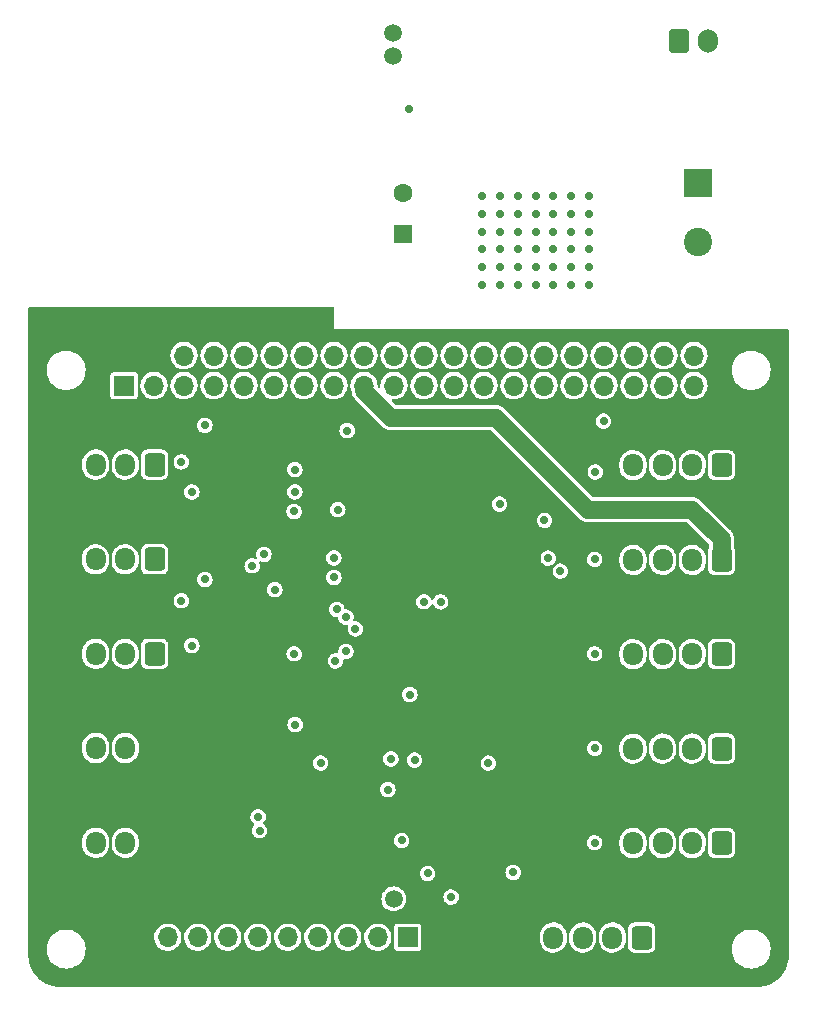
<source format=gbr>
%TF.GenerationSoftware,KiCad,Pcbnew,(6.0.9-0)*%
%TF.CreationDate,2023-01-29T21:41:41+00:00*%
%TF.ProjectId,FiringPi,46697269-6e67-4506-992e-6b696361645f,rev?*%
%TF.SameCoordinates,Original*%
%TF.FileFunction,Copper,L3,Inr*%
%TF.FilePolarity,Positive*%
%FSLAX46Y46*%
G04 Gerber Fmt 4.6, Leading zero omitted, Abs format (unit mm)*
G04 Created by KiCad (PCBNEW (6.0.9-0)) date 2023-01-29 21:41:41*
%MOMM*%
%LPD*%
G01*
G04 APERTURE LIST*
G04 Aperture macros list*
%AMRoundRect*
0 Rectangle with rounded corners*
0 $1 Rounding radius*
0 $2 $3 $4 $5 $6 $7 $8 $9 X,Y pos of 4 corners*
0 Add a 4 corners polygon primitive as box body*
4,1,4,$2,$3,$4,$5,$6,$7,$8,$9,$2,$3,0*
0 Add four circle primitives for the rounded corners*
1,1,$1+$1,$2,$3*
1,1,$1+$1,$4,$5*
1,1,$1+$1,$6,$7*
1,1,$1+$1,$8,$9*
0 Add four rect primitives between the rounded corners*
20,1,$1+$1,$2,$3,$4,$5,0*
20,1,$1+$1,$4,$5,$6,$7,0*
20,1,$1+$1,$6,$7,$8,$9,0*
20,1,$1+$1,$8,$9,$2,$3,0*%
G04 Aperture macros list end*
%TA.AperFunction,ComponentPad*%
%ADD10R,2.400000X2.400000*%
%TD*%
%TA.AperFunction,ComponentPad*%
%ADD11C,2.400000*%
%TD*%
%TA.AperFunction,ComponentPad*%
%ADD12RoundRect,0.250000X0.600000X0.725000X-0.600000X0.725000X-0.600000X-0.725000X0.600000X-0.725000X0*%
%TD*%
%TA.AperFunction,ComponentPad*%
%ADD13O,1.700000X1.950000*%
%TD*%
%TA.AperFunction,ComponentPad*%
%ADD14RoundRect,0.250000X-0.600000X-0.750000X0.600000X-0.750000X0.600000X0.750000X-0.600000X0.750000X0*%
%TD*%
%TA.AperFunction,ComponentPad*%
%ADD15O,1.700000X2.000000*%
%TD*%
%TA.AperFunction,ComponentPad*%
%ADD16R,1.700000X1.700000*%
%TD*%
%TA.AperFunction,ComponentPad*%
%ADD17O,1.700000X1.700000*%
%TD*%
%TA.AperFunction,ComponentPad*%
%ADD18C,1.600000*%
%TD*%
%TA.AperFunction,ComponentPad*%
%ADD19R,1.600000X1.600000*%
%TD*%
%TA.AperFunction,ViaPad*%
%ADD20C,0.700000*%
%TD*%
%TA.AperFunction,ViaPad*%
%ADD21C,1.500000*%
%TD*%
%TA.AperFunction,Conductor*%
%ADD22C,1.500000*%
%TD*%
G04 APERTURE END LIST*
D10*
%TO.N,+24V*%
%TO.C,C1*%
X81500000Y-40176041D03*
D11*
%TO.N,GND*%
X81500000Y-45176041D03*
%TD*%
D12*
%TO.N,RX*%
%TO.C,J12*%
X35500000Y-63975000D03*
D13*
%TO.N,TX*%
X33000000Y-63975000D03*
%TO.N,GND*%
X30500000Y-63975000D03*
%TD*%
D12*
%TO.N,+3.3V*%
%TO.C,PT0*%
X83500000Y-64025000D03*
D13*
%TO.N,GND*%
X81000000Y-64025000D03*
%TO.N,SCL1*%
X78500000Y-64025000D03*
%TO.N,SDA1*%
X76000000Y-64025000D03*
%TD*%
D12*
%TO.N,+5V*%
%TO.C,PT6*%
X35500000Y-96000000D03*
D13*
%TO.N,GND*%
X33000000Y-96000000D03*
%TO.N,Net-(JP2-Pad2)*%
X30500000Y-96000000D03*
%TD*%
D12*
%TO.N,+3.3V*%
%TO.C,PT2*%
X83500000Y-80025000D03*
D13*
%TO.N,GND*%
X81000000Y-80025000D03*
%TO.N,SCL4*%
X78500000Y-80025000D03*
%TO.N,SDA4*%
X76000000Y-80025000D03*
%TD*%
D12*
%TO.N,Net-(C3-Pad1)*%
%TO.C,LC0*%
X76750000Y-104025000D03*
D13*
%TO.N,GND*%
X74250000Y-104025000D03*
%TO.N,Net-(LC0-Pad3)*%
X71750000Y-104025000D03*
%TO.N,Net-(LC0-Pad4)*%
X69250000Y-104025000D03*
%TD*%
D14*
%TO.N,+24V*%
%TO.C,24V1*%
X79871320Y-28096320D03*
D15*
%TO.N,GND*%
X82371320Y-28096320D03*
%TD*%
D12*
%TO.N,Net-(RTD0-Pad1)*%
%TO.C,RTD0*%
X35500000Y-72000000D03*
D13*
%TO.N,Net-(C16-Pad1)*%
X33000000Y-72000000D03*
%TO.N,Net-(C16-Pad2)*%
X30500000Y-72000000D03*
%TD*%
D12*
%TO.N,Net-(RTD1-Pad1)*%
%TO.C,RTD1*%
X35500000Y-80000000D03*
D13*
%TO.N,Net-(C17-Pad1)*%
X33000000Y-80000000D03*
%TO.N,Net-(C17-Pad2)*%
X30500000Y-80000000D03*
%TD*%
D12*
%TO.N,+5V*%
%TO.C,PT5*%
X35500000Y-87975000D03*
D13*
%TO.N,GND*%
X33000000Y-87975000D03*
%TO.N,Net-(JP1-Pad2)*%
X30500000Y-87975000D03*
%TD*%
D16*
%TO.N,GND*%
%TO.C,RELAY1*%
X56925000Y-104000000D03*
D17*
%TO.N,RLY0*%
X54385000Y-104000000D03*
%TO.N,RLY1*%
X51845000Y-104000000D03*
%TO.N,RLY2*%
X49305000Y-104000000D03*
%TO.N,RLY3*%
X46765000Y-104000000D03*
%TO.N,RLY4*%
X44225000Y-104000000D03*
%TO.N,RLY5*%
X41685000Y-104000000D03*
%TO.N,unconnected-(RELAY1-Pad8)*%
X39145000Y-104000000D03*
%TO.N,unconnected-(RELAY1-Pad9)*%
X36605000Y-104000000D03*
%TO.N,+5V*%
X34065000Y-104000000D03*
%TD*%
D12*
%TO.N,+3.3V*%
%TO.C,PT3*%
X83500000Y-88025000D03*
D13*
%TO.N,GND*%
X81000000Y-88025000D03*
%TO.N,SCL5*%
X78500000Y-88025000D03*
%TO.N,SDA5*%
X76000000Y-88025000D03*
%TD*%
D12*
%TO.N,+3.3V*%
%TO.C,PT1*%
X83500000Y-72050000D03*
D13*
%TO.N,GND*%
X81000000Y-72050000D03*
%TO.N,SCL3*%
X78500000Y-72050000D03*
%TO.N,SDA3*%
X76000000Y-72050000D03*
%TD*%
%TO.N,SDA6*%
%TO.C,PT4*%
X76000000Y-96025000D03*
%TO.N,SCL6*%
X78500000Y-96025000D03*
%TO.N,GND*%
X81000000Y-96025000D03*
D12*
%TO.N,+3.3V*%
X83500000Y-96025000D03*
%TD*%
D18*
%TO.N,GND*%
%TO.C,C2*%
X56500000Y-41000000D03*
D19*
%TO.N,Net-(C2-Pad1)*%
X56500000Y-44500000D03*
%TD*%
D16*
%TO.N,+3.3V*%
%TO.C,P1*%
X32900000Y-57290000D03*
D17*
%TO.N,+5V*%
X32900000Y-54750000D03*
%TO.N,SDA1*%
X35440000Y-57290000D03*
%TO.N,+5V*%
X35440000Y-54750000D03*
%TO.N,SCL1*%
X37980000Y-57290000D03*
%TO.N,GND*%
X37980000Y-54750000D03*
%TO.N,SDA3*%
X40520000Y-57290000D03*
%TO.N,TX*%
X40520000Y-54750000D03*
%TO.N,GND*%
X43060000Y-57290000D03*
%TO.N,RX*%
X43060000Y-54750000D03*
%TO.N,RLY5*%
X45600000Y-57290000D03*
%TO.N,unconnected-(P1-Pad12)*%
X45600000Y-54750000D03*
%TO.N,RLY4*%
X48140000Y-57290000D03*
%TO.N,GND*%
X48140000Y-54750000D03*
%TO.N,SDA6*%
X50680000Y-57290000D03*
%TO.N,SCL6*%
X50680000Y-54750000D03*
%TO.N,+3.3V*%
X53220000Y-57290000D03*
%TO.N,CS1*%
X53220000Y-54750000D03*
%TO.N,RLY3*%
X55760000Y-57290000D03*
%TO.N,GND*%
X55760000Y-54750000D03*
%TO.N,SCL4*%
X58300000Y-57290000D03*
%TO.N,LC_CLK*%
X58300000Y-54750000D03*
%TO.N,RLY2*%
X60840000Y-57290000D03*
%TO.N,SDA4*%
X60840000Y-54750000D03*
%TO.N,GND*%
X63380000Y-57290000D03*
%TO.N,LC_DAT*%
X63380000Y-54750000D03*
%TO.N,unconnected-(P1-Pad27)*%
X65920000Y-57290000D03*
%TO.N,unconnected-(P1-Pad28)*%
X65920000Y-54750000D03*
%TO.N,SCL3*%
X68460000Y-57290000D03*
%TO.N,GND*%
X68460000Y-54750000D03*
%TO.N,RLY1*%
X71000000Y-57290000D03*
%TO.N,SDA5*%
X71000000Y-54750000D03*
%TO.N,SCL5*%
X73540000Y-57290000D03*
%TO.N,GND*%
X73540000Y-54750000D03*
%TO.N,MISO*%
X76080000Y-57290000D03*
%TO.N,CS0*%
X76080000Y-54750000D03*
%TO.N,RLY0*%
X78620000Y-57290000D03*
%TO.N,MOSI*%
X78620000Y-54750000D03*
%TO.N,GND*%
X81160000Y-57290000D03*
%TO.N,SCLK*%
X81160000Y-54750000D03*
%TD*%
D20*
%TO.N,GND*%
X65850000Y-98500000D03*
X72250000Y-41250000D03*
X55250000Y-91500000D03*
X58600000Y-98600000D03*
X72250000Y-44250000D03*
X69250000Y-44250000D03*
X67750000Y-45750000D03*
D21*
X55750000Y-100750000D03*
D20*
X66250000Y-44250000D03*
X63250000Y-42750000D03*
X72250000Y-42750000D03*
X70750000Y-47250000D03*
X70750000Y-48750000D03*
X50800000Y-80600000D03*
X64750000Y-41250000D03*
X66250000Y-41250000D03*
X38650000Y-79300000D03*
X57500000Y-89000000D03*
X67750000Y-44250000D03*
X66250000Y-45750000D03*
X70750000Y-45750000D03*
X56400000Y-95800000D03*
X69250000Y-41250000D03*
X63250000Y-48750000D03*
X38650000Y-66300000D03*
X66250000Y-42750000D03*
X72250000Y-47250000D03*
X70750000Y-42750000D03*
X49550000Y-89250000D03*
X70750000Y-44250000D03*
X66250000Y-48750000D03*
X69250000Y-42750000D03*
X69250000Y-47250000D03*
X57000000Y-33900000D03*
X64750000Y-48750000D03*
X47371000Y-64400000D03*
X69250000Y-45750000D03*
X47390500Y-86000000D03*
X64750000Y-44250000D03*
X50925000Y-76250000D03*
X72250000Y-48750000D03*
X67750000Y-42750000D03*
X63250000Y-45750000D03*
X63750000Y-89250000D03*
X67750000Y-41250000D03*
X67750000Y-48750000D03*
X69250000Y-48750000D03*
X67750000Y-47250000D03*
D21*
X55675000Y-27425000D03*
D20*
X63250000Y-44250000D03*
X70750000Y-41250000D03*
X39750000Y-73700000D03*
X64750000Y-45750000D03*
X63250000Y-41250000D03*
X51000000Y-67800000D03*
X64750000Y-42750000D03*
D21*
X55675000Y-29425000D03*
D20*
X64750000Y-47250000D03*
X72250000Y-45750000D03*
X66250000Y-47250000D03*
X63250000Y-47250000D03*
X39750000Y-60650000D03*
%TO.N,+3.3V*%
X72800000Y-64600000D03*
X72750000Y-72000000D03*
X37750000Y-75500000D03*
X72750000Y-80000000D03*
X72750000Y-96000000D03*
X37750000Y-63750000D03*
X60600000Y-100600000D03*
X72750000Y-88000000D03*
%TO.N,+5V*%
X38000000Y-51500000D03*
X42000000Y-51500000D03*
X40000000Y-51500000D03*
X49550000Y-90750000D03*
X57300000Y-94750000D03*
X50600000Y-94200000D03*
%TO.N,LC_CLK*%
X57100000Y-83450000D03*
%TO.N,LC_DAT*%
X55500000Y-88900000D03*
%TO.N,SCL1*%
X44375000Y-94975000D03*
X44750000Y-71575000D03*
%TO.N,SDA1*%
X44249500Y-93800000D03*
X43750000Y-72550000D03*
%TO.N,SCL3*%
X68500000Y-68700000D03*
%TO.N,SDA3*%
X45680000Y-74560000D03*
%TO.N,SCL4*%
X58300000Y-75600000D03*
%TO.N,SDA4*%
X59700000Y-75600000D03*
%TO.N,SCL5*%
X73500000Y-60300000D03*
%TO.N,SCL6*%
X68820000Y-71900000D03*
X50673000Y-71882000D03*
%TO.N,SDA6*%
X50673000Y-73533000D03*
X69850000Y-73000000D03*
%TO.N,CS1*%
X52500000Y-77900000D03*
%TO.N,MISO*%
X51800000Y-61100000D03*
X51700000Y-76900000D03*
%TO.N,MOSI*%
X47300000Y-67945000D03*
X47300000Y-80000000D03*
X64700000Y-67325000D03*
%TO.N,SCLK*%
X51700000Y-79800000D03*
X47371000Y-66294000D03*
%TD*%
D22*
%TO.N,+3.3V*%
X83500000Y-72050000D02*
X83500000Y-70300000D01*
X55500000Y-60000000D02*
X64400000Y-60000000D01*
X53220000Y-57720000D02*
X55500000Y-60000000D01*
X72200000Y-67800000D02*
X64400000Y-60000000D01*
X81000000Y-67800000D02*
X72200000Y-67800000D01*
X83500000Y-70300000D02*
X81000000Y-67800000D01*
%TD*%
%TA.AperFunction,Conductor*%
%TO.N,+5V*%
G36*
X50659191Y-50618907D02*
G01*
X50695155Y-50668407D01*
X50700000Y-50699000D01*
X50700000Y-52500000D01*
X89100500Y-52500000D01*
X89158691Y-52518907D01*
X89194655Y-52568407D01*
X89199500Y-52599000D01*
X89199500Y-105465047D01*
X89197996Y-105482235D01*
X89194864Y-105500000D01*
X89196368Y-105508530D01*
X89196389Y-105508649D01*
X89197737Y-105531387D01*
X89185183Y-105754947D01*
X89182838Y-105796697D01*
X89181596Y-105807723D01*
X89147006Y-106011306D01*
X89132750Y-106095209D01*
X89130280Y-106106033D01*
X89049552Y-106386247D01*
X89045888Y-106396717D01*
X88940832Y-106650347D01*
X88934292Y-106666135D01*
X88929475Y-106676137D01*
X88788422Y-106931354D01*
X88782521Y-106940746D01*
X88613768Y-107178581D01*
X88606851Y-107187255D01*
X88412540Y-107404689D01*
X88404689Y-107412540D01*
X88187255Y-107606851D01*
X88178581Y-107613768D01*
X87940754Y-107782516D01*
X87931356Y-107788421D01*
X87676131Y-107929478D01*
X87666141Y-107934289D01*
X87396722Y-108045886D01*
X87386252Y-108049550D01*
X87201594Y-108102750D01*
X87106033Y-108130280D01*
X87095209Y-108132750D01*
X87011306Y-108147006D01*
X86807725Y-108181596D01*
X86796702Y-108182837D01*
X86531391Y-108197737D01*
X86508649Y-108196389D01*
X86508530Y-108196368D01*
X86500000Y-108194864D01*
X86482236Y-108197996D01*
X86465047Y-108199500D01*
X27534958Y-108199500D01*
X27517765Y-108197996D01*
X27500005Y-108194864D01*
X27491354Y-108196389D01*
X27468615Y-108197737D01*
X27203306Y-108182833D01*
X27192283Y-108181591D01*
X27006535Y-108150028D01*
X26904798Y-108132741D01*
X26893976Y-108130271D01*
X26613763Y-108049541D01*
X26603287Y-108045876D01*
X26333878Y-107934279D01*
X26323875Y-107929462D01*
X26068654Y-107788404D01*
X26059254Y-107782497D01*
X25821433Y-107613753D01*
X25812762Y-107606838D01*
X25595308Y-107412509D01*
X25587488Y-107404689D01*
X25393162Y-107187238D01*
X25386247Y-107178567D01*
X25217503Y-106940746D01*
X25211596Y-106931346D01*
X25070538Y-106676125D01*
X25065721Y-106666123D01*
X25005736Y-106521310D01*
X24954124Y-106396713D01*
X24950459Y-106386237D01*
X24869729Y-106106024D01*
X24867259Y-106095202D01*
X24845954Y-105969820D01*
X24818409Y-105807717D01*
X24817167Y-105796691D01*
X24814822Y-105754947D01*
X24802263Y-105531385D01*
X24803611Y-105508646D01*
X24805136Y-105499995D01*
X24802004Y-105482234D01*
X24800500Y-105465042D01*
X24800500Y-105000000D01*
X26344396Y-105000000D01*
X26344701Y-105003875D01*
X26362821Y-105234113D01*
X26364779Y-105258994D01*
X26374422Y-105299158D01*
X26422640Y-105500000D01*
X26425427Y-105511610D01*
X26524846Y-105751628D01*
X26660588Y-105973140D01*
X26829311Y-106170689D01*
X27026860Y-106339412D01*
X27248372Y-106475154D01*
X27488390Y-106574573D01*
X27492164Y-106575479D01*
X27492167Y-106575480D01*
X27626933Y-106607834D01*
X27741006Y-106635221D01*
X27744871Y-106635525D01*
X27744876Y-106635526D01*
X27881215Y-106646256D01*
X27935147Y-106650500D01*
X28064853Y-106650500D01*
X28118785Y-106646256D01*
X28255124Y-106635526D01*
X28255129Y-106635525D01*
X28258994Y-106635221D01*
X28373067Y-106607834D01*
X28507833Y-106575480D01*
X28507836Y-106575479D01*
X28511610Y-106574573D01*
X28751628Y-106475154D01*
X28973140Y-106339412D01*
X29170689Y-106170689D01*
X29339412Y-105973140D01*
X29475154Y-105751628D01*
X29574573Y-105511610D01*
X29577361Y-105500000D01*
X29625578Y-105299158D01*
X29635221Y-105258994D01*
X29637180Y-105234113D01*
X29655299Y-105003875D01*
X29655604Y-105000000D01*
X29647537Y-104897494D01*
X29635526Y-104744876D01*
X29635525Y-104744871D01*
X29635221Y-104741006D01*
X29574573Y-104488390D01*
X29475154Y-104248372D01*
X29339412Y-104026860D01*
X29290639Y-103969754D01*
X35449967Y-103969754D01*
X35463796Y-104180749D01*
X35464912Y-104185142D01*
X35464912Y-104185144D01*
X35487487Y-104274032D01*
X35515845Y-104385690D01*
X35517747Y-104389815D01*
X35517747Y-104389816D01*
X35599958Y-104568145D01*
X35604369Y-104577714D01*
X35726405Y-104750391D01*
X35877865Y-104897937D01*
X35881638Y-104900458D01*
X36049899Y-105012887D01*
X36049902Y-105012889D01*
X36053677Y-105015411D01*
X36150472Y-105056997D01*
X36243774Y-105097083D01*
X36243778Y-105097084D01*
X36247953Y-105098878D01*
X36277881Y-105105650D01*
X36449760Y-105144543D01*
X36449765Y-105144544D01*
X36454186Y-105145544D01*
X36559828Y-105149695D01*
X36660937Y-105153668D01*
X36660938Y-105153668D01*
X36665470Y-105153846D01*
X36874730Y-105123504D01*
X36879029Y-105122045D01*
X36879032Y-105122044D01*
X37070654Y-105056997D01*
X37074955Y-105055537D01*
X37122021Y-105029179D01*
X37255481Y-104954437D01*
X37259442Y-104952219D01*
X37422012Y-104817012D01*
X37557219Y-104654442D01*
X37650213Y-104488390D01*
X37658319Y-104473916D01*
X37658320Y-104473914D01*
X37660537Y-104469955D01*
X37687601Y-104390227D01*
X37727044Y-104274032D01*
X37727045Y-104274029D01*
X37728504Y-104269730D01*
X37758846Y-104060470D01*
X37759804Y-104023900D01*
X37760353Y-104002914D01*
X37760353Y-104002909D01*
X37760429Y-104000000D01*
X37757650Y-103969754D01*
X37989967Y-103969754D01*
X38003796Y-104180749D01*
X38004912Y-104185142D01*
X38004912Y-104185144D01*
X38027487Y-104274032D01*
X38055845Y-104385690D01*
X38057747Y-104389815D01*
X38057747Y-104389816D01*
X38139958Y-104568145D01*
X38144369Y-104577714D01*
X38266405Y-104750391D01*
X38417865Y-104897937D01*
X38421638Y-104900458D01*
X38589899Y-105012887D01*
X38589902Y-105012889D01*
X38593677Y-105015411D01*
X38690472Y-105056997D01*
X38783774Y-105097083D01*
X38783778Y-105097084D01*
X38787953Y-105098878D01*
X38817881Y-105105650D01*
X38989760Y-105144543D01*
X38989765Y-105144544D01*
X38994186Y-105145544D01*
X39099828Y-105149695D01*
X39200937Y-105153668D01*
X39200938Y-105153668D01*
X39205470Y-105153846D01*
X39414730Y-105123504D01*
X39419029Y-105122045D01*
X39419032Y-105122044D01*
X39610654Y-105056997D01*
X39614955Y-105055537D01*
X39662021Y-105029179D01*
X39795481Y-104954437D01*
X39799442Y-104952219D01*
X39962012Y-104817012D01*
X40097219Y-104654442D01*
X40190213Y-104488390D01*
X40198319Y-104473916D01*
X40198320Y-104473914D01*
X40200537Y-104469955D01*
X40227601Y-104390227D01*
X40267044Y-104274032D01*
X40267045Y-104274029D01*
X40268504Y-104269730D01*
X40298846Y-104060470D01*
X40299804Y-104023900D01*
X40300353Y-104002914D01*
X40300353Y-104002909D01*
X40300429Y-104000000D01*
X40297650Y-103969754D01*
X40529967Y-103969754D01*
X40543796Y-104180749D01*
X40544912Y-104185142D01*
X40544912Y-104185144D01*
X40567487Y-104274032D01*
X40595845Y-104385690D01*
X40597747Y-104389815D01*
X40597747Y-104389816D01*
X40679958Y-104568145D01*
X40684369Y-104577714D01*
X40806405Y-104750391D01*
X40957865Y-104897937D01*
X40961638Y-104900458D01*
X41129899Y-105012887D01*
X41129902Y-105012889D01*
X41133677Y-105015411D01*
X41230472Y-105056997D01*
X41323774Y-105097083D01*
X41323778Y-105097084D01*
X41327953Y-105098878D01*
X41357881Y-105105650D01*
X41529760Y-105144543D01*
X41529765Y-105144544D01*
X41534186Y-105145544D01*
X41639828Y-105149695D01*
X41740937Y-105153668D01*
X41740938Y-105153668D01*
X41745470Y-105153846D01*
X41954730Y-105123504D01*
X41959029Y-105122045D01*
X41959032Y-105122044D01*
X42150654Y-105056997D01*
X42154955Y-105055537D01*
X42202021Y-105029179D01*
X42335481Y-104954437D01*
X42339442Y-104952219D01*
X42502012Y-104817012D01*
X42637219Y-104654442D01*
X42730213Y-104488390D01*
X42738319Y-104473916D01*
X42738320Y-104473914D01*
X42740537Y-104469955D01*
X42767601Y-104390227D01*
X42807044Y-104274032D01*
X42807045Y-104274029D01*
X42808504Y-104269730D01*
X42838846Y-104060470D01*
X42839804Y-104023900D01*
X42840353Y-104002914D01*
X42840353Y-104002909D01*
X42840429Y-104000000D01*
X42837650Y-103969754D01*
X43069967Y-103969754D01*
X43083796Y-104180749D01*
X43084912Y-104185142D01*
X43084912Y-104185144D01*
X43107487Y-104274032D01*
X43135845Y-104385690D01*
X43137747Y-104389815D01*
X43137747Y-104389816D01*
X43219958Y-104568145D01*
X43224369Y-104577714D01*
X43346405Y-104750391D01*
X43497865Y-104897937D01*
X43501638Y-104900458D01*
X43669899Y-105012887D01*
X43669902Y-105012889D01*
X43673677Y-105015411D01*
X43770472Y-105056997D01*
X43863774Y-105097083D01*
X43863778Y-105097084D01*
X43867953Y-105098878D01*
X43897881Y-105105650D01*
X44069760Y-105144543D01*
X44069765Y-105144544D01*
X44074186Y-105145544D01*
X44179828Y-105149695D01*
X44280937Y-105153668D01*
X44280938Y-105153668D01*
X44285470Y-105153846D01*
X44494730Y-105123504D01*
X44499029Y-105122045D01*
X44499032Y-105122044D01*
X44690654Y-105056997D01*
X44694955Y-105055537D01*
X44742021Y-105029179D01*
X44875481Y-104954437D01*
X44879442Y-104952219D01*
X45042012Y-104817012D01*
X45177219Y-104654442D01*
X45270213Y-104488390D01*
X45278319Y-104473916D01*
X45278320Y-104473914D01*
X45280537Y-104469955D01*
X45307601Y-104390227D01*
X45347044Y-104274032D01*
X45347045Y-104274029D01*
X45348504Y-104269730D01*
X45378846Y-104060470D01*
X45379804Y-104023900D01*
X45380353Y-104002914D01*
X45380353Y-104002909D01*
X45380429Y-104000000D01*
X45377650Y-103969754D01*
X45609967Y-103969754D01*
X45623796Y-104180749D01*
X45624912Y-104185142D01*
X45624912Y-104185144D01*
X45647487Y-104274032D01*
X45675845Y-104385690D01*
X45677747Y-104389815D01*
X45677747Y-104389816D01*
X45759958Y-104568145D01*
X45764369Y-104577714D01*
X45886405Y-104750391D01*
X46037865Y-104897937D01*
X46041638Y-104900458D01*
X46209899Y-105012887D01*
X46209902Y-105012889D01*
X46213677Y-105015411D01*
X46310472Y-105056997D01*
X46403774Y-105097083D01*
X46403778Y-105097084D01*
X46407953Y-105098878D01*
X46437881Y-105105650D01*
X46609760Y-105144543D01*
X46609765Y-105144544D01*
X46614186Y-105145544D01*
X46719828Y-105149695D01*
X46820937Y-105153668D01*
X46820938Y-105153668D01*
X46825470Y-105153846D01*
X47034730Y-105123504D01*
X47039029Y-105122045D01*
X47039032Y-105122044D01*
X47230654Y-105056997D01*
X47234955Y-105055537D01*
X47282021Y-105029179D01*
X47415481Y-104954437D01*
X47419442Y-104952219D01*
X47582012Y-104817012D01*
X47717219Y-104654442D01*
X47810213Y-104488390D01*
X47818319Y-104473916D01*
X47818320Y-104473914D01*
X47820537Y-104469955D01*
X47847601Y-104390227D01*
X47887044Y-104274032D01*
X47887045Y-104274029D01*
X47888504Y-104269730D01*
X47918846Y-104060470D01*
X47919804Y-104023900D01*
X47920353Y-104002914D01*
X47920353Y-104002909D01*
X47920429Y-104000000D01*
X47917650Y-103969754D01*
X48149967Y-103969754D01*
X48163796Y-104180749D01*
X48164912Y-104185142D01*
X48164912Y-104185144D01*
X48187487Y-104274032D01*
X48215845Y-104385690D01*
X48217747Y-104389815D01*
X48217747Y-104389816D01*
X48299958Y-104568145D01*
X48304369Y-104577714D01*
X48426405Y-104750391D01*
X48577865Y-104897937D01*
X48581638Y-104900458D01*
X48749899Y-105012887D01*
X48749902Y-105012889D01*
X48753677Y-105015411D01*
X48850472Y-105056997D01*
X48943774Y-105097083D01*
X48943778Y-105097084D01*
X48947953Y-105098878D01*
X48977881Y-105105650D01*
X49149760Y-105144543D01*
X49149765Y-105144544D01*
X49154186Y-105145544D01*
X49259828Y-105149695D01*
X49360937Y-105153668D01*
X49360938Y-105153668D01*
X49365470Y-105153846D01*
X49574730Y-105123504D01*
X49579029Y-105122045D01*
X49579032Y-105122044D01*
X49770654Y-105056997D01*
X49774955Y-105055537D01*
X49822021Y-105029179D01*
X49955481Y-104954437D01*
X49959442Y-104952219D01*
X50122012Y-104817012D01*
X50257219Y-104654442D01*
X50350213Y-104488390D01*
X50358319Y-104473916D01*
X50358320Y-104473914D01*
X50360537Y-104469955D01*
X50387601Y-104390227D01*
X50427044Y-104274032D01*
X50427045Y-104274029D01*
X50428504Y-104269730D01*
X50458846Y-104060470D01*
X50459804Y-104023900D01*
X50460353Y-104002914D01*
X50460353Y-104002909D01*
X50460429Y-104000000D01*
X50457650Y-103969754D01*
X50689967Y-103969754D01*
X50703796Y-104180749D01*
X50704912Y-104185142D01*
X50704912Y-104185144D01*
X50727487Y-104274032D01*
X50755845Y-104385690D01*
X50757747Y-104389815D01*
X50757747Y-104389816D01*
X50839958Y-104568145D01*
X50844369Y-104577714D01*
X50966405Y-104750391D01*
X51117865Y-104897937D01*
X51121638Y-104900458D01*
X51289899Y-105012887D01*
X51289902Y-105012889D01*
X51293677Y-105015411D01*
X51390472Y-105056997D01*
X51483774Y-105097083D01*
X51483778Y-105097084D01*
X51487953Y-105098878D01*
X51517881Y-105105650D01*
X51689760Y-105144543D01*
X51689765Y-105144544D01*
X51694186Y-105145544D01*
X51799828Y-105149695D01*
X51900937Y-105153668D01*
X51900938Y-105153668D01*
X51905470Y-105153846D01*
X52114730Y-105123504D01*
X52119029Y-105122045D01*
X52119032Y-105122044D01*
X52310654Y-105056997D01*
X52314955Y-105055537D01*
X52362021Y-105029179D01*
X52495481Y-104954437D01*
X52499442Y-104952219D01*
X52662012Y-104817012D01*
X52797219Y-104654442D01*
X52890213Y-104488390D01*
X52898319Y-104473916D01*
X52898320Y-104473914D01*
X52900537Y-104469955D01*
X52927601Y-104390227D01*
X52967044Y-104274032D01*
X52967045Y-104274029D01*
X52968504Y-104269730D01*
X52998846Y-104060470D01*
X52999804Y-104023900D01*
X53000353Y-104002914D01*
X53000353Y-104002909D01*
X53000429Y-104000000D01*
X52997650Y-103969754D01*
X53229967Y-103969754D01*
X53243796Y-104180749D01*
X53244912Y-104185142D01*
X53244912Y-104185144D01*
X53267487Y-104274032D01*
X53295845Y-104385690D01*
X53297747Y-104389815D01*
X53297747Y-104389816D01*
X53379958Y-104568145D01*
X53384369Y-104577714D01*
X53506405Y-104750391D01*
X53657865Y-104897937D01*
X53661638Y-104900458D01*
X53829899Y-105012887D01*
X53829902Y-105012889D01*
X53833677Y-105015411D01*
X53930472Y-105056997D01*
X54023774Y-105097083D01*
X54023778Y-105097084D01*
X54027953Y-105098878D01*
X54057881Y-105105650D01*
X54229760Y-105144543D01*
X54229765Y-105144544D01*
X54234186Y-105145544D01*
X54339828Y-105149695D01*
X54440937Y-105153668D01*
X54440938Y-105153668D01*
X54445470Y-105153846D01*
X54654730Y-105123504D01*
X54659029Y-105122045D01*
X54659032Y-105122044D01*
X54850654Y-105056997D01*
X54854955Y-105055537D01*
X54902021Y-105029179D01*
X55035481Y-104954437D01*
X55039442Y-104952219D01*
X55108667Y-104894646D01*
X55774500Y-104894646D01*
X55777618Y-104920846D01*
X55823061Y-105023153D01*
X55829529Y-105029610D01*
X55829530Y-105029611D01*
X55856964Y-105056997D01*
X55902287Y-105102241D01*
X55910645Y-105105936D01*
X55997864Y-105144496D01*
X55997866Y-105144496D01*
X56004673Y-105147506D01*
X56012067Y-105148368D01*
X56027378Y-105150153D01*
X56030354Y-105150500D01*
X57819646Y-105150500D01*
X57837561Y-105148368D01*
X57838469Y-105148260D01*
X57838470Y-105148260D01*
X57845846Y-105147382D01*
X57948153Y-105101939D01*
X58027241Y-105022713D01*
X58072506Y-104920327D01*
X58075500Y-104894646D01*
X58075500Y-104203641D01*
X68099500Y-104203641D01*
X68113919Y-104360560D01*
X68171314Y-104564069D01*
X68264835Y-104753710D01*
X68312105Y-104817012D01*
X68384133Y-104913469D01*
X68391349Y-104923133D01*
X68546619Y-105066663D01*
X68550452Y-105069081D01*
X68550454Y-105069083D01*
X68669770Y-105144366D01*
X68725446Y-105179495D01*
X68921840Y-105257848D01*
X69129225Y-105299099D01*
X69233401Y-105300463D01*
X69336114Y-105301808D01*
X69336119Y-105301808D01*
X69340654Y-105301867D01*
X69345127Y-105301098D01*
X69345132Y-105301098D01*
X69448399Y-105283353D01*
X69549047Y-105266059D01*
X69747425Y-105192873D01*
X69751324Y-105190554D01*
X69751329Y-105190551D01*
X69925238Y-105087086D01*
X69925239Y-105087085D01*
X69929144Y-105084762D01*
X69932559Y-105081767D01*
X69932562Y-105081765D01*
X70035738Y-104991282D01*
X70088119Y-104945345D01*
X70130347Y-104891779D01*
X70216214Y-104782857D01*
X70216216Y-104782854D01*
X70219024Y-104779292D01*
X70317477Y-104592164D01*
X70380180Y-104390227D01*
X70400500Y-104218545D01*
X70400500Y-104203641D01*
X70599500Y-104203641D01*
X70613919Y-104360560D01*
X70671314Y-104564069D01*
X70764835Y-104753710D01*
X70812105Y-104817012D01*
X70884133Y-104913469D01*
X70891349Y-104923133D01*
X71046619Y-105066663D01*
X71050452Y-105069081D01*
X71050454Y-105069083D01*
X71169770Y-105144366D01*
X71225446Y-105179495D01*
X71421840Y-105257848D01*
X71629225Y-105299099D01*
X71733401Y-105300463D01*
X71836114Y-105301808D01*
X71836119Y-105301808D01*
X71840654Y-105301867D01*
X71845127Y-105301098D01*
X71845132Y-105301098D01*
X71948399Y-105283353D01*
X72049047Y-105266059D01*
X72247425Y-105192873D01*
X72251324Y-105190554D01*
X72251329Y-105190551D01*
X72425238Y-105087086D01*
X72425239Y-105087085D01*
X72429144Y-105084762D01*
X72432559Y-105081767D01*
X72432562Y-105081765D01*
X72535738Y-104991282D01*
X72588119Y-104945345D01*
X72630347Y-104891779D01*
X72716214Y-104782857D01*
X72716216Y-104782854D01*
X72719024Y-104779292D01*
X72817477Y-104592164D01*
X72880180Y-104390227D01*
X72900500Y-104218545D01*
X72900500Y-104203641D01*
X73099500Y-104203641D01*
X73113919Y-104360560D01*
X73171314Y-104564069D01*
X73264835Y-104753710D01*
X73312105Y-104817012D01*
X73384133Y-104913469D01*
X73391349Y-104923133D01*
X73546619Y-105066663D01*
X73550452Y-105069081D01*
X73550454Y-105069083D01*
X73669770Y-105144366D01*
X73725446Y-105179495D01*
X73921840Y-105257848D01*
X74129225Y-105299099D01*
X74233401Y-105300463D01*
X74336114Y-105301808D01*
X74336119Y-105301808D01*
X74340654Y-105301867D01*
X74345127Y-105301098D01*
X74345132Y-105301098D01*
X74448399Y-105283353D01*
X74549047Y-105266059D01*
X74747425Y-105192873D01*
X74751324Y-105190554D01*
X74751329Y-105190551D01*
X74925238Y-105087086D01*
X74925239Y-105087085D01*
X74929144Y-105084762D01*
X74932559Y-105081767D01*
X74932562Y-105081765D01*
X75035738Y-104991282D01*
X75088119Y-104945345D01*
X75130347Y-104891779D01*
X75208398Y-104792772D01*
X75599500Y-104792772D01*
X75610364Y-104882547D01*
X75665887Y-105022783D01*
X75669967Y-105028158D01*
X75669968Y-105028160D01*
X75724408Y-105099881D01*
X75757078Y-105142922D01*
X75762457Y-105147005D01*
X75871840Y-105230032D01*
X75871842Y-105230033D01*
X75877217Y-105234113D01*
X76017453Y-105289636D01*
X76107228Y-105300500D01*
X77392772Y-105300500D01*
X77482547Y-105289636D01*
X77622783Y-105234113D01*
X77628158Y-105230033D01*
X77628160Y-105230032D01*
X77737543Y-105147005D01*
X77742922Y-105142922D01*
X77775592Y-105099881D01*
X77830032Y-105028160D01*
X77830033Y-105028158D01*
X77834113Y-105022783D01*
X77843133Y-105000000D01*
X84344396Y-105000000D01*
X84344701Y-105003875D01*
X84362821Y-105234113D01*
X84364779Y-105258994D01*
X84374422Y-105299158D01*
X84422640Y-105500000D01*
X84425427Y-105511610D01*
X84524846Y-105751628D01*
X84660588Y-105973140D01*
X84829311Y-106170689D01*
X85026860Y-106339412D01*
X85248372Y-106475154D01*
X85488390Y-106574573D01*
X85492164Y-106575479D01*
X85492167Y-106575480D01*
X85626933Y-106607834D01*
X85741006Y-106635221D01*
X85744871Y-106635525D01*
X85744876Y-106635526D01*
X85881215Y-106646256D01*
X85935147Y-106650500D01*
X86064853Y-106650500D01*
X86118785Y-106646256D01*
X86255124Y-106635526D01*
X86255129Y-106635525D01*
X86258994Y-106635221D01*
X86373067Y-106607834D01*
X86507833Y-106575480D01*
X86507836Y-106575479D01*
X86511610Y-106574573D01*
X86751628Y-106475154D01*
X86973140Y-106339412D01*
X87170689Y-106170689D01*
X87339412Y-105973140D01*
X87475154Y-105751628D01*
X87574573Y-105511610D01*
X87577361Y-105500000D01*
X87625578Y-105299158D01*
X87635221Y-105258994D01*
X87637180Y-105234113D01*
X87655299Y-105003875D01*
X87655604Y-105000000D01*
X87647537Y-104897494D01*
X87635526Y-104744876D01*
X87635525Y-104744871D01*
X87635221Y-104741006D01*
X87574573Y-104488390D01*
X87475154Y-104248372D01*
X87339412Y-104026860D01*
X87170689Y-103829311D01*
X87001802Y-103685068D01*
X86976100Y-103663116D01*
X86976099Y-103663116D01*
X86973140Y-103660588D01*
X86751628Y-103524846D01*
X86511610Y-103425427D01*
X86507836Y-103424521D01*
X86507833Y-103424520D01*
X86300426Y-103374726D01*
X86258994Y-103364779D01*
X86255129Y-103364475D01*
X86255124Y-103364474D01*
X86118785Y-103353744D01*
X86064853Y-103349500D01*
X85935147Y-103349500D01*
X85881215Y-103353744D01*
X85744876Y-103364474D01*
X85744871Y-103364475D01*
X85741006Y-103364779D01*
X85699574Y-103374726D01*
X85492167Y-103424520D01*
X85492164Y-103424521D01*
X85488390Y-103425427D01*
X85248372Y-103524846D01*
X85026860Y-103660588D01*
X85023901Y-103663116D01*
X85023900Y-103663116D01*
X84998198Y-103685068D01*
X84829311Y-103829311D01*
X84660588Y-104026860D01*
X84524846Y-104248372D01*
X84425427Y-104488390D01*
X84364779Y-104741006D01*
X84364475Y-104744871D01*
X84364474Y-104744876D01*
X84352463Y-104897494D01*
X84344396Y-105000000D01*
X77843133Y-105000000D01*
X77889636Y-104882547D01*
X77900500Y-104792772D01*
X77900500Y-103257228D01*
X77889636Y-103167453D01*
X77834113Y-103027217D01*
X77802223Y-102985203D01*
X77747005Y-102912457D01*
X77742922Y-102907078D01*
X77725777Y-102894064D01*
X77628160Y-102819968D01*
X77628158Y-102819967D01*
X77622783Y-102815887D01*
X77482547Y-102760364D01*
X77392772Y-102749500D01*
X76107228Y-102749500D01*
X76017453Y-102760364D01*
X75877217Y-102815887D01*
X75871842Y-102819967D01*
X75871840Y-102819968D01*
X75774223Y-102894064D01*
X75757078Y-102907078D01*
X75752995Y-102912457D01*
X75697778Y-102985203D01*
X75665887Y-103027217D01*
X75610364Y-103167453D01*
X75599500Y-103257228D01*
X75599500Y-104792772D01*
X75208398Y-104792772D01*
X75216214Y-104782857D01*
X75216216Y-104782854D01*
X75219024Y-104779292D01*
X75317477Y-104592164D01*
X75380180Y-104390227D01*
X75400500Y-104218545D01*
X75400500Y-103846359D01*
X75386081Y-103689440D01*
X75339661Y-103524846D01*
X75329920Y-103490306D01*
X75329920Y-103490305D01*
X75328686Y-103485931D01*
X75235165Y-103296290D01*
X75108651Y-103126867D01*
X74953381Y-102983337D01*
X74943793Y-102977287D01*
X74778391Y-102872926D01*
X74774554Y-102870505D01*
X74578160Y-102792152D01*
X74370775Y-102750901D01*
X74266599Y-102749537D01*
X74163886Y-102748192D01*
X74163881Y-102748192D01*
X74159346Y-102748133D01*
X74154873Y-102748902D01*
X74154868Y-102748902D01*
X74051601Y-102766647D01*
X73950953Y-102783941D01*
X73752575Y-102857127D01*
X73748676Y-102859446D01*
X73748671Y-102859449D01*
X73659573Y-102912457D01*
X73570856Y-102965238D01*
X73567441Y-102968233D01*
X73567438Y-102968235D01*
X73500182Y-103027217D01*
X73411881Y-103104655D01*
X73409073Y-103108217D01*
X73291603Y-103257228D01*
X73280976Y-103270708D01*
X73278862Y-103274726D01*
X73212762Y-103400362D01*
X73182523Y-103457836D01*
X73181179Y-103462165D01*
X73142749Y-103585931D01*
X73119820Y-103659773D01*
X73099500Y-103831455D01*
X73099500Y-104203641D01*
X72900500Y-104203641D01*
X72900500Y-103846359D01*
X72886081Y-103689440D01*
X72839661Y-103524846D01*
X72829920Y-103490306D01*
X72829920Y-103490305D01*
X72828686Y-103485931D01*
X72735165Y-103296290D01*
X72608651Y-103126867D01*
X72453381Y-102983337D01*
X72443793Y-102977287D01*
X72278391Y-102872926D01*
X72274554Y-102870505D01*
X72078160Y-102792152D01*
X71870775Y-102750901D01*
X71766599Y-102749537D01*
X71663886Y-102748192D01*
X71663881Y-102748192D01*
X71659346Y-102748133D01*
X71654873Y-102748902D01*
X71654868Y-102748902D01*
X71551601Y-102766647D01*
X71450953Y-102783941D01*
X71252575Y-102857127D01*
X71248676Y-102859446D01*
X71248671Y-102859449D01*
X71159573Y-102912457D01*
X71070856Y-102965238D01*
X71067441Y-102968233D01*
X71067438Y-102968235D01*
X71000182Y-103027217D01*
X70911881Y-103104655D01*
X70909073Y-103108217D01*
X70791603Y-103257228D01*
X70780976Y-103270708D01*
X70778862Y-103274726D01*
X70712762Y-103400362D01*
X70682523Y-103457836D01*
X70681179Y-103462165D01*
X70642749Y-103585931D01*
X70619820Y-103659773D01*
X70599500Y-103831455D01*
X70599500Y-104203641D01*
X70400500Y-104203641D01*
X70400500Y-103846359D01*
X70386081Y-103689440D01*
X70339661Y-103524846D01*
X70329920Y-103490306D01*
X70329920Y-103490305D01*
X70328686Y-103485931D01*
X70235165Y-103296290D01*
X70108651Y-103126867D01*
X69953381Y-102983337D01*
X69943793Y-102977287D01*
X69778391Y-102872926D01*
X69774554Y-102870505D01*
X69578160Y-102792152D01*
X69370775Y-102750901D01*
X69266599Y-102749537D01*
X69163886Y-102748192D01*
X69163881Y-102748192D01*
X69159346Y-102748133D01*
X69154873Y-102748902D01*
X69154868Y-102748902D01*
X69051601Y-102766647D01*
X68950953Y-102783941D01*
X68752575Y-102857127D01*
X68748676Y-102859446D01*
X68748671Y-102859449D01*
X68659573Y-102912457D01*
X68570856Y-102965238D01*
X68567441Y-102968233D01*
X68567438Y-102968235D01*
X68500182Y-103027217D01*
X68411881Y-103104655D01*
X68409073Y-103108217D01*
X68291603Y-103257228D01*
X68280976Y-103270708D01*
X68278862Y-103274726D01*
X68212762Y-103400362D01*
X68182523Y-103457836D01*
X68181179Y-103462165D01*
X68142749Y-103585931D01*
X68119820Y-103659773D01*
X68099500Y-103831455D01*
X68099500Y-104203641D01*
X58075500Y-104203641D01*
X58075500Y-103105354D01*
X58072382Y-103079154D01*
X58026939Y-102976847D01*
X57947713Y-102897759D01*
X57861059Y-102859449D01*
X57852136Y-102855504D01*
X57852134Y-102855504D01*
X57845327Y-102852494D01*
X57831157Y-102850842D01*
X57822494Y-102849832D01*
X57822493Y-102849832D01*
X57819646Y-102849500D01*
X56030354Y-102849500D01*
X56013951Y-102851452D01*
X56011531Y-102851740D01*
X56011530Y-102851740D01*
X56004154Y-102852618D01*
X55901847Y-102898061D01*
X55895390Y-102904529D01*
X55895389Y-102904530D01*
X55887476Y-102912457D01*
X55822759Y-102977287D01*
X55819064Y-102985645D01*
X55783876Y-103065238D01*
X55777494Y-103079673D01*
X55774500Y-103105354D01*
X55774500Y-104894646D01*
X55108667Y-104894646D01*
X55202012Y-104817012D01*
X55337219Y-104654442D01*
X55430213Y-104488390D01*
X55438319Y-104473916D01*
X55438320Y-104473914D01*
X55440537Y-104469955D01*
X55467601Y-104390227D01*
X55507044Y-104274032D01*
X55507045Y-104274029D01*
X55508504Y-104269730D01*
X55538846Y-104060470D01*
X55539804Y-104023900D01*
X55540353Y-104002914D01*
X55540353Y-104002909D01*
X55540429Y-104000000D01*
X55521081Y-103789440D01*
X55484741Y-103660588D01*
X55464920Y-103590306D01*
X55464920Y-103590305D01*
X55463686Y-103585931D01*
X55370165Y-103396290D01*
X55243651Y-103226867D01*
X55088381Y-103083337D01*
X55081752Y-103079154D01*
X54913391Y-102972926D01*
X54909554Y-102970505D01*
X54713160Y-102892152D01*
X54505775Y-102850901D01*
X54401599Y-102849537D01*
X54298886Y-102848192D01*
X54298881Y-102848192D01*
X54294346Y-102848133D01*
X54289873Y-102848902D01*
X54289868Y-102848902D01*
X54186601Y-102866647D01*
X54085953Y-102883941D01*
X53887575Y-102957127D01*
X53883676Y-102959446D01*
X53883671Y-102959449D01*
X53709762Y-103062914D01*
X53705856Y-103065238D01*
X53702441Y-103068233D01*
X53702438Y-103068235D01*
X53635581Y-103126867D01*
X53546881Y-103204655D01*
X53544073Y-103208217D01*
X53419936Y-103365685D01*
X53415976Y-103370708D01*
X53413862Y-103374726D01*
X53357499Y-103481855D01*
X53317523Y-103557836D01*
X53254820Y-103759773D01*
X53254286Y-103764283D01*
X53254286Y-103764284D01*
X53245992Y-103834364D01*
X53229967Y-103969754D01*
X52997650Y-103969754D01*
X52981081Y-103789440D01*
X52944741Y-103660588D01*
X52924920Y-103590306D01*
X52924920Y-103590305D01*
X52923686Y-103585931D01*
X52830165Y-103396290D01*
X52703651Y-103226867D01*
X52548381Y-103083337D01*
X52541752Y-103079154D01*
X52373391Y-102972926D01*
X52369554Y-102970505D01*
X52173160Y-102892152D01*
X51965775Y-102850901D01*
X51861599Y-102849537D01*
X51758886Y-102848192D01*
X51758881Y-102848192D01*
X51754346Y-102848133D01*
X51749873Y-102848902D01*
X51749868Y-102848902D01*
X51646601Y-102866647D01*
X51545953Y-102883941D01*
X51347575Y-102957127D01*
X51343676Y-102959446D01*
X51343671Y-102959449D01*
X51169762Y-103062914D01*
X51165856Y-103065238D01*
X51162441Y-103068233D01*
X51162438Y-103068235D01*
X51095581Y-103126867D01*
X51006881Y-103204655D01*
X51004073Y-103208217D01*
X50879936Y-103365685D01*
X50875976Y-103370708D01*
X50873862Y-103374726D01*
X50817499Y-103481855D01*
X50777523Y-103557836D01*
X50714820Y-103759773D01*
X50714286Y-103764283D01*
X50714286Y-103764284D01*
X50705992Y-103834364D01*
X50689967Y-103969754D01*
X50457650Y-103969754D01*
X50441081Y-103789440D01*
X50404741Y-103660588D01*
X50384920Y-103590306D01*
X50384920Y-103590305D01*
X50383686Y-103585931D01*
X50290165Y-103396290D01*
X50163651Y-103226867D01*
X50008381Y-103083337D01*
X50001752Y-103079154D01*
X49833391Y-102972926D01*
X49829554Y-102970505D01*
X49633160Y-102892152D01*
X49425775Y-102850901D01*
X49321599Y-102849537D01*
X49218886Y-102848192D01*
X49218881Y-102848192D01*
X49214346Y-102848133D01*
X49209873Y-102848902D01*
X49209868Y-102848902D01*
X49106601Y-102866647D01*
X49005953Y-102883941D01*
X48807575Y-102957127D01*
X48803676Y-102959446D01*
X48803671Y-102959449D01*
X48629762Y-103062914D01*
X48625856Y-103065238D01*
X48622441Y-103068233D01*
X48622438Y-103068235D01*
X48555581Y-103126867D01*
X48466881Y-103204655D01*
X48464073Y-103208217D01*
X48339936Y-103365685D01*
X48335976Y-103370708D01*
X48333862Y-103374726D01*
X48277499Y-103481855D01*
X48237523Y-103557836D01*
X48174820Y-103759773D01*
X48174286Y-103764283D01*
X48174286Y-103764284D01*
X48165992Y-103834364D01*
X48149967Y-103969754D01*
X47917650Y-103969754D01*
X47901081Y-103789440D01*
X47864741Y-103660588D01*
X47844920Y-103590306D01*
X47844920Y-103590305D01*
X47843686Y-103585931D01*
X47750165Y-103396290D01*
X47623651Y-103226867D01*
X47468381Y-103083337D01*
X47461752Y-103079154D01*
X47293391Y-102972926D01*
X47289554Y-102970505D01*
X47093160Y-102892152D01*
X46885775Y-102850901D01*
X46781599Y-102849537D01*
X46678886Y-102848192D01*
X46678881Y-102848192D01*
X46674346Y-102848133D01*
X46669873Y-102848902D01*
X46669868Y-102848902D01*
X46566601Y-102866647D01*
X46465953Y-102883941D01*
X46267575Y-102957127D01*
X46263676Y-102959446D01*
X46263671Y-102959449D01*
X46089762Y-103062914D01*
X46085856Y-103065238D01*
X46082441Y-103068233D01*
X46082438Y-103068235D01*
X46015581Y-103126867D01*
X45926881Y-103204655D01*
X45924073Y-103208217D01*
X45799936Y-103365685D01*
X45795976Y-103370708D01*
X45793862Y-103374726D01*
X45737499Y-103481855D01*
X45697523Y-103557836D01*
X45634820Y-103759773D01*
X45634286Y-103764283D01*
X45634286Y-103764284D01*
X45625992Y-103834364D01*
X45609967Y-103969754D01*
X45377650Y-103969754D01*
X45361081Y-103789440D01*
X45324741Y-103660588D01*
X45304920Y-103590306D01*
X45304920Y-103590305D01*
X45303686Y-103585931D01*
X45210165Y-103396290D01*
X45083651Y-103226867D01*
X44928381Y-103083337D01*
X44921752Y-103079154D01*
X44753391Y-102972926D01*
X44749554Y-102970505D01*
X44553160Y-102892152D01*
X44345775Y-102850901D01*
X44241599Y-102849537D01*
X44138886Y-102848192D01*
X44138881Y-102848192D01*
X44134346Y-102848133D01*
X44129873Y-102848902D01*
X44129868Y-102848902D01*
X44026601Y-102866647D01*
X43925953Y-102883941D01*
X43727575Y-102957127D01*
X43723676Y-102959446D01*
X43723671Y-102959449D01*
X43549762Y-103062914D01*
X43545856Y-103065238D01*
X43542441Y-103068233D01*
X43542438Y-103068235D01*
X43475581Y-103126867D01*
X43386881Y-103204655D01*
X43384073Y-103208217D01*
X43259936Y-103365685D01*
X43255976Y-103370708D01*
X43253862Y-103374726D01*
X43197499Y-103481855D01*
X43157523Y-103557836D01*
X43094820Y-103759773D01*
X43094286Y-103764283D01*
X43094286Y-103764284D01*
X43085992Y-103834364D01*
X43069967Y-103969754D01*
X42837650Y-103969754D01*
X42821081Y-103789440D01*
X42784741Y-103660588D01*
X42764920Y-103590306D01*
X42764920Y-103590305D01*
X42763686Y-103585931D01*
X42670165Y-103396290D01*
X42543651Y-103226867D01*
X42388381Y-103083337D01*
X42381752Y-103079154D01*
X42213391Y-102972926D01*
X42209554Y-102970505D01*
X42013160Y-102892152D01*
X41805775Y-102850901D01*
X41701599Y-102849537D01*
X41598886Y-102848192D01*
X41598881Y-102848192D01*
X41594346Y-102848133D01*
X41589873Y-102848902D01*
X41589868Y-102848902D01*
X41486601Y-102866647D01*
X41385953Y-102883941D01*
X41187575Y-102957127D01*
X41183676Y-102959446D01*
X41183671Y-102959449D01*
X41009762Y-103062914D01*
X41005856Y-103065238D01*
X41002441Y-103068233D01*
X41002438Y-103068235D01*
X40935581Y-103126867D01*
X40846881Y-103204655D01*
X40844073Y-103208217D01*
X40719936Y-103365685D01*
X40715976Y-103370708D01*
X40713862Y-103374726D01*
X40657499Y-103481855D01*
X40617523Y-103557836D01*
X40554820Y-103759773D01*
X40554286Y-103764283D01*
X40554286Y-103764284D01*
X40545992Y-103834364D01*
X40529967Y-103969754D01*
X40297650Y-103969754D01*
X40281081Y-103789440D01*
X40244741Y-103660588D01*
X40224920Y-103590306D01*
X40224920Y-103590305D01*
X40223686Y-103585931D01*
X40130165Y-103396290D01*
X40003651Y-103226867D01*
X39848381Y-103083337D01*
X39841752Y-103079154D01*
X39673391Y-102972926D01*
X39669554Y-102970505D01*
X39473160Y-102892152D01*
X39265775Y-102850901D01*
X39161599Y-102849537D01*
X39058886Y-102848192D01*
X39058881Y-102848192D01*
X39054346Y-102848133D01*
X39049873Y-102848902D01*
X39049868Y-102848902D01*
X38946601Y-102866647D01*
X38845953Y-102883941D01*
X38647575Y-102957127D01*
X38643676Y-102959446D01*
X38643671Y-102959449D01*
X38469762Y-103062914D01*
X38465856Y-103065238D01*
X38462441Y-103068233D01*
X38462438Y-103068235D01*
X38395581Y-103126867D01*
X38306881Y-103204655D01*
X38304073Y-103208217D01*
X38179936Y-103365685D01*
X38175976Y-103370708D01*
X38173862Y-103374726D01*
X38117499Y-103481855D01*
X38077523Y-103557836D01*
X38014820Y-103759773D01*
X38014286Y-103764283D01*
X38014286Y-103764284D01*
X38005992Y-103834364D01*
X37989967Y-103969754D01*
X37757650Y-103969754D01*
X37741081Y-103789440D01*
X37704741Y-103660588D01*
X37684920Y-103590306D01*
X37684920Y-103590305D01*
X37683686Y-103585931D01*
X37590165Y-103396290D01*
X37463651Y-103226867D01*
X37308381Y-103083337D01*
X37301752Y-103079154D01*
X37133391Y-102972926D01*
X37129554Y-102970505D01*
X36933160Y-102892152D01*
X36725775Y-102850901D01*
X36621599Y-102849537D01*
X36518886Y-102848192D01*
X36518881Y-102848192D01*
X36514346Y-102848133D01*
X36509873Y-102848902D01*
X36509868Y-102848902D01*
X36406601Y-102866647D01*
X36305953Y-102883941D01*
X36107575Y-102957127D01*
X36103676Y-102959446D01*
X36103671Y-102959449D01*
X35929762Y-103062914D01*
X35925856Y-103065238D01*
X35922441Y-103068233D01*
X35922438Y-103068235D01*
X35855581Y-103126867D01*
X35766881Y-103204655D01*
X35764073Y-103208217D01*
X35639936Y-103365685D01*
X35635976Y-103370708D01*
X35633862Y-103374726D01*
X35577499Y-103481855D01*
X35537523Y-103557836D01*
X35474820Y-103759773D01*
X35474286Y-103764283D01*
X35474286Y-103764284D01*
X35465992Y-103834364D01*
X35449967Y-103969754D01*
X29290639Y-103969754D01*
X29170689Y-103829311D01*
X29001802Y-103685068D01*
X28976100Y-103663116D01*
X28976099Y-103663116D01*
X28973140Y-103660588D01*
X28751628Y-103524846D01*
X28511610Y-103425427D01*
X28507836Y-103424521D01*
X28507833Y-103424520D01*
X28300426Y-103374726D01*
X28258994Y-103364779D01*
X28255129Y-103364475D01*
X28255124Y-103364474D01*
X28118785Y-103353744D01*
X28064853Y-103349500D01*
X27935147Y-103349500D01*
X27881215Y-103353744D01*
X27744876Y-103364474D01*
X27744871Y-103364475D01*
X27741006Y-103364779D01*
X27699574Y-103374726D01*
X27492167Y-103424520D01*
X27492164Y-103424521D01*
X27488390Y-103425427D01*
X27248372Y-103524846D01*
X27026860Y-103660588D01*
X27023901Y-103663116D01*
X27023900Y-103663116D01*
X26998198Y-103685068D01*
X26829311Y-103829311D01*
X26660588Y-104026860D01*
X26524846Y-104248372D01*
X26425427Y-104488390D01*
X26364779Y-104741006D01*
X26364475Y-104744871D01*
X26364474Y-104744876D01*
X26352463Y-104897494D01*
X26344396Y-105000000D01*
X24800500Y-105000000D01*
X24800500Y-100735262D01*
X54694520Y-100735262D01*
X54694925Y-100740082D01*
X54710078Y-100920532D01*
X54711759Y-100940553D01*
X54713092Y-100945201D01*
X54713092Y-100945202D01*
X54741291Y-101043542D01*
X54768544Y-101138586D01*
X54862712Y-101321818D01*
X54990677Y-101483270D01*
X54994357Y-101486402D01*
X54994359Y-101486404D01*
X55107017Y-101582283D01*
X55147564Y-101616791D01*
X55151787Y-101619151D01*
X55151791Y-101619154D01*
X55191342Y-101641258D01*
X55327398Y-101717297D01*
X55331996Y-101718791D01*
X55518724Y-101779463D01*
X55518726Y-101779464D01*
X55523329Y-101780959D01*
X55727894Y-101805351D01*
X55732716Y-101804980D01*
X55732719Y-101804980D01*
X55800541Y-101799761D01*
X55933300Y-101789546D01*
X56131725Y-101734145D01*
X56136038Y-101731966D01*
X56136044Y-101731964D01*
X56311289Y-101643441D01*
X56311291Y-101643440D01*
X56315610Y-101641258D01*
X56350943Y-101613653D01*
X56474135Y-101517406D01*
X56474139Y-101517402D01*
X56477951Y-101514424D01*
X56612564Y-101358472D01*
X56631231Y-101325613D01*
X56711934Y-101183550D01*
X56711935Y-101183547D01*
X56714323Y-101179344D01*
X56724593Y-101148474D01*
X56777824Y-100988454D01*
X56777824Y-100988452D01*
X56779351Y-100983863D01*
X56787352Y-100920532D01*
X56804823Y-100782228D01*
X56805171Y-100779474D01*
X56805583Y-100750000D01*
X56805313Y-100747244D01*
X56790203Y-100593138D01*
X59944758Y-100593138D01*
X59945413Y-100599071D01*
X59945413Y-100599075D01*
X59959918Y-100730454D01*
X59962035Y-100749633D01*
X60016143Y-100897490D01*
X60019472Y-100902444D01*
X60100629Y-101023219D01*
X60100632Y-101023223D01*
X60103958Y-101028172D01*
X60108369Y-101032186D01*
X60108371Y-101032188D01*
X60120849Y-101043542D01*
X60220410Y-101134135D01*
X60236546Y-101142896D01*
X60353530Y-101206414D01*
X60353532Y-101206415D01*
X60358776Y-101209262D01*
X60438534Y-101230186D01*
X60505300Y-101247702D01*
X60505304Y-101247702D01*
X60511069Y-101249215D01*
X60517030Y-101249309D01*
X60517033Y-101249309D01*
X60589782Y-101250451D01*
X60668495Y-101251688D01*
X60685899Y-101247702D01*
X60816149Y-101217871D01*
X60816151Y-101217870D01*
X60821968Y-101216538D01*
X60827299Y-101213857D01*
X60957299Y-101148474D01*
X60957301Y-101148473D01*
X60962625Y-101145795D01*
X60976277Y-101134135D01*
X61077810Y-101047418D01*
X61077811Y-101047417D01*
X61082348Y-101043542D01*
X61134602Y-100970822D01*
X61170740Y-100920532D01*
X61170741Y-100920530D01*
X61174224Y-100915683D01*
X61230096Y-100776699D01*
X61230726Y-100775131D01*
X61230727Y-100775129D01*
X61232950Y-100769598D01*
X61234994Y-100755240D01*
X61254678Y-100616929D01*
X61254678Y-100616925D01*
X61255134Y-100613723D01*
X61255278Y-100600000D01*
X61236363Y-100443694D01*
X61180710Y-100296412D01*
X61091531Y-100166657D01*
X61087078Y-100162690D01*
X61087075Y-100162686D01*
X61019557Y-100102531D01*
X60973976Y-100061919D01*
X60961462Y-100055293D01*
X60840105Y-99991037D01*
X60840102Y-99991036D01*
X60834831Y-99988245D01*
X60758480Y-99969067D01*
X60687918Y-99951343D01*
X60687915Y-99951343D01*
X60682128Y-99949889D01*
X60602564Y-99949473D01*
X60530650Y-99949096D01*
X60530648Y-99949096D01*
X60524684Y-99949065D01*
X60371588Y-99985820D01*
X60324833Y-100009952D01*
X60236985Y-100055293D01*
X60236983Y-100055295D01*
X60231679Y-100058032D01*
X60113034Y-100161533D01*
X60022501Y-100290348D01*
X59965309Y-100437039D01*
X59964531Y-100442950D01*
X59964530Y-100442953D01*
X59963653Y-100449616D01*
X59944758Y-100593138D01*
X56790203Y-100593138D01*
X56785952Y-100549780D01*
X56785951Y-100549776D01*
X56785480Y-100544970D01*
X56725935Y-100347749D01*
X56629218Y-100165849D01*
X56499011Y-100006200D01*
X56472692Y-99984427D01*
X56344002Y-99877965D01*
X56344000Y-99877964D01*
X56340275Y-99874882D01*
X56159055Y-99776897D01*
X56095855Y-99757333D01*
X55966875Y-99717407D01*
X55966871Y-99717406D01*
X55962254Y-99715977D01*
X55957446Y-99715472D01*
X55957443Y-99715471D01*
X55762185Y-99694949D01*
X55762183Y-99694949D01*
X55757369Y-99694443D01*
X55697354Y-99699905D01*
X55557022Y-99712675D01*
X55557017Y-99712676D01*
X55552203Y-99713114D01*
X55354572Y-99771280D01*
X55350288Y-99773519D01*
X55350287Y-99773520D01*
X55339428Y-99779197D01*
X55172002Y-99866726D01*
X55168231Y-99869758D01*
X55015220Y-99992781D01*
X55015217Y-99992783D01*
X55011447Y-99995815D01*
X55008333Y-99999526D01*
X55008332Y-99999527D01*
X54959241Y-100058032D01*
X54879024Y-100153630D01*
X54876689Y-100157878D01*
X54876688Y-100157879D01*
X54871997Y-100166412D01*
X54779776Y-100334162D01*
X54778313Y-100338775D01*
X54778311Y-100338779D01*
X54743152Y-100449616D01*
X54717484Y-100530532D01*
X54716944Y-100535344D01*
X54716944Y-100535345D01*
X54708153Y-100613723D01*
X54694520Y-100735262D01*
X24800500Y-100735262D01*
X24800500Y-98593138D01*
X57944758Y-98593138D01*
X57945413Y-98599071D01*
X57945413Y-98599075D01*
X57950340Y-98643700D01*
X57962035Y-98749633D01*
X58016143Y-98897490D01*
X58019472Y-98902444D01*
X58100629Y-99023219D01*
X58100632Y-99023223D01*
X58103958Y-99028172D01*
X58108369Y-99032186D01*
X58108371Y-99032188D01*
X58201071Y-99116538D01*
X58220410Y-99134135D01*
X58289593Y-99171699D01*
X58353530Y-99206414D01*
X58353532Y-99206415D01*
X58358776Y-99209262D01*
X58438534Y-99230186D01*
X58505300Y-99247702D01*
X58505304Y-99247702D01*
X58511069Y-99249215D01*
X58517030Y-99249309D01*
X58517033Y-99249309D01*
X58589782Y-99250451D01*
X58668495Y-99251688D01*
X58685899Y-99247702D01*
X58816149Y-99217871D01*
X58816151Y-99217870D01*
X58821968Y-99216538D01*
X58827299Y-99213857D01*
X58957299Y-99148474D01*
X58957301Y-99148473D01*
X58962625Y-99145795D01*
X58976277Y-99134135D01*
X59077810Y-99047418D01*
X59077811Y-99047417D01*
X59082348Y-99043542D01*
X59174224Y-98915683D01*
X59221738Y-98797490D01*
X59230726Y-98775131D01*
X59230727Y-98775129D01*
X59232950Y-98769598D01*
X59234994Y-98755240D01*
X59254678Y-98616929D01*
X59254678Y-98616925D01*
X59255134Y-98613723D01*
X59255278Y-98600000D01*
X59242788Y-98496788D01*
X59242346Y-98493138D01*
X65194758Y-98493138D01*
X65195413Y-98499071D01*
X65195413Y-98499075D01*
X65208424Y-98616929D01*
X65212035Y-98649633D01*
X65219341Y-98669598D01*
X65257961Y-98775131D01*
X65266143Y-98797490D01*
X65269472Y-98802444D01*
X65350629Y-98923219D01*
X65350632Y-98923223D01*
X65353958Y-98928172D01*
X65358369Y-98932186D01*
X65358371Y-98932188D01*
X65465995Y-99030118D01*
X65470410Y-99034135D01*
X65496819Y-99048474D01*
X65603530Y-99106414D01*
X65603532Y-99106415D01*
X65608776Y-99109262D01*
X65688275Y-99130118D01*
X65755300Y-99147702D01*
X65755304Y-99147702D01*
X65761069Y-99149215D01*
X65767030Y-99149309D01*
X65767033Y-99149309D01*
X65839782Y-99150452D01*
X65918495Y-99151688D01*
X65935899Y-99147702D01*
X66066149Y-99117871D01*
X66066151Y-99117870D01*
X66071968Y-99116538D01*
X66077299Y-99113857D01*
X66207299Y-99048474D01*
X66207301Y-99048473D01*
X66212625Y-99045795D01*
X66228557Y-99032188D01*
X66327810Y-98947418D01*
X66327811Y-98947417D01*
X66332348Y-98943542D01*
X66424224Y-98815683D01*
X66482950Y-98669598D01*
X66484994Y-98655240D01*
X66504678Y-98516929D01*
X66504678Y-98516925D01*
X66505134Y-98513723D01*
X66505278Y-98500000D01*
X66486363Y-98343694D01*
X66468306Y-98295906D01*
X66432820Y-98201996D01*
X66430710Y-98196412D01*
X66341531Y-98066657D01*
X66337078Y-98062690D01*
X66337075Y-98062686D01*
X66253875Y-97988558D01*
X66223976Y-97961919D01*
X66202330Y-97950458D01*
X66090105Y-97891037D01*
X66090102Y-97891036D01*
X66084831Y-97888245D01*
X66008479Y-97869067D01*
X65937918Y-97851343D01*
X65937915Y-97851343D01*
X65932128Y-97849889D01*
X65852564Y-97849473D01*
X65780650Y-97849096D01*
X65780648Y-97849096D01*
X65774684Y-97849065D01*
X65621588Y-97885820D01*
X65549035Y-97923267D01*
X65486985Y-97955293D01*
X65486983Y-97955295D01*
X65481679Y-97958032D01*
X65363034Y-98061533D01*
X65272501Y-98190348D01*
X65215309Y-98337039D01*
X65214531Y-98342950D01*
X65214530Y-98342953D01*
X65213653Y-98349616D01*
X65194758Y-98493138D01*
X59242346Y-98493138D01*
X59237080Y-98449616D01*
X59237079Y-98449613D01*
X59236363Y-98443694D01*
X59180710Y-98296412D01*
X59111981Y-98196412D01*
X59094912Y-98171576D01*
X59094911Y-98171575D01*
X59091531Y-98166657D01*
X59087078Y-98162690D01*
X59087075Y-98162686D01*
X59019557Y-98102531D01*
X58973976Y-98061919D01*
X58961462Y-98055293D01*
X58840105Y-97991037D01*
X58840102Y-97991036D01*
X58834831Y-97988245D01*
X58758479Y-97969067D01*
X58687918Y-97951343D01*
X58687915Y-97951343D01*
X58682128Y-97949889D01*
X58602564Y-97949473D01*
X58530650Y-97949096D01*
X58530648Y-97949096D01*
X58524684Y-97949065D01*
X58371588Y-97985820D01*
X58299035Y-98023267D01*
X58236985Y-98055293D01*
X58236983Y-98055295D01*
X58231679Y-98058032D01*
X58113034Y-98161533D01*
X58022501Y-98290348D01*
X57965309Y-98437039D01*
X57964531Y-98442950D01*
X57964530Y-98442953D01*
X57963653Y-98449616D01*
X57944758Y-98593138D01*
X24800500Y-98593138D01*
X24800500Y-96178641D01*
X29349500Y-96178641D01*
X29363919Y-96335560D01*
X29365152Y-96339932D01*
X29418790Y-96530118D01*
X29421314Y-96539069D01*
X29423324Y-96543144D01*
X29423324Y-96543145D01*
X29456676Y-96610776D01*
X29514835Y-96728710D01*
X29560441Y-96789784D01*
X29634127Y-96888461D01*
X29641349Y-96898133D01*
X29796619Y-97041663D01*
X29800452Y-97044081D01*
X29800454Y-97044083D01*
X29948579Y-97137543D01*
X29975446Y-97154495D01*
X30171840Y-97232848D01*
X30379225Y-97274099D01*
X30483401Y-97275463D01*
X30586114Y-97276808D01*
X30586119Y-97276808D01*
X30590654Y-97276867D01*
X30595127Y-97276098D01*
X30595132Y-97276098D01*
X30698399Y-97258353D01*
X30799047Y-97241059D01*
X30997425Y-97167873D01*
X31001324Y-97165554D01*
X31001329Y-97165551D01*
X31175238Y-97062086D01*
X31175239Y-97062085D01*
X31179144Y-97059762D01*
X31182559Y-97056767D01*
X31182562Y-97056765D01*
X31309612Y-96945345D01*
X31338119Y-96920345D01*
X31438689Y-96792772D01*
X31466214Y-96757857D01*
X31466216Y-96757854D01*
X31469024Y-96754292D01*
X31523056Y-96651594D01*
X31565367Y-96571175D01*
X31565368Y-96571172D01*
X31567477Y-96567164D01*
X31621070Y-96394566D01*
X31628833Y-96369566D01*
X31628834Y-96369563D01*
X31630180Y-96365227D01*
X31632939Y-96341921D01*
X31645926Y-96232188D01*
X31650500Y-96193545D01*
X31650500Y-96178641D01*
X31849500Y-96178641D01*
X31863919Y-96335560D01*
X31865152Y-96339932D01*
X31918790Y-96530118D01*
X31921314Y-96539069D01*
X31923324Y-96543144D01*
X31923324Y-96543145D01*
X31956676Y-96610776D01*
X32014835Y-96728710D01*
X32060441Y-96789784D01*
X32134127Y-96888461D01*
X32141349Y-96898133D01*
X32296619Y-97041663D01*
X32300452Y-97044081D01*
X32300454Y-97044083D01*
X32448579Y-97137543D01*
X32475446Y-97154495D01*
X32671840Y-97232848D01*
X32879225Y-97274099D01*
X32983401Y-97275463D01*
X33086114Y-97276808D01*
X33086119Y-97276808D01*
X33090654Y-97276867D01*
X33095127Y-97276098D01*
X33095132Y-97276098D01*
X33198399Y-97258353D01*
X33299047Y-97241059D01*
X33497425Y-97167873D01*
X33501324Y-97165554D01*
X33501329Y-97165551D01*
X33675238Y-97062086D01*
X33675239Y-97062085D01*
X33679144Y-97059762D01*
X33682559Y-97056767D01*
X33682562Y-97056765D01*
X33809612Y-96945345D01*
X33838119Y-96920345D01*
X33938689Y-96792772D01*
X33966214Y-96757857D01*
X33966216Y-96757854D01*
X33969024Y-96754292D01*
X34023056Y-96651594D01*
X34065367Y-96571175D01*
X34065368Y-96571172D01*
X34067477Y-96567164D01*
X34121070Y-96394566D01*
X34128833Y-96369566D01*
X34128834Y-96369563D01*
X34130180Y-96365227D01*
X34132939Y-96341921D01*
X34145926Y-96232188D01*
X34150500Y-96193545D01*
X34150500Y-95821359D01*
X34147907Y-95793138D01*
X55744758Y-95793138D01*
X55745413Y-95799071D01*
X55745413Y-95799075D01*
X55750883Y-95848620D01*
X55762035Y-95949633D01*
X55769341Y-95969598D01*
X55785489Y-96013723D01*
X55816143Y-96097490D01*
X55819472Y-96102444D01*
X55900629Y-96223219D01*
X55900632Y-96223223D01*
X55903958Y-96228172D01*
X55908369Y-96232186D01*
X55908371Y-96232188D01*
X55985582Y-96302444D01*
X56020410Y-96334135D01*
X56041885Y-96345795D01*
X56153530Y-96406414D01*
X56153532Y-96406415D01*
X56158776Y-96409262D01*
X56230857Y-96428172D01*
X56305300Y-96447702D01*
X56305304Y-96447702D01*
X56311069Y-96449215D01*
X56317030Y-96449309D01*
X56317033Y-96449309D01*
X56389782Y-96450452D01*
X56468495Y-96451688D01*
X56487139Y-96447418D01*
X56616149Y-96417871D01*
X56616151Y-96417870D01*
X56621968Y-96416538D01*
X56627299Y-96413857D01*
X56757299Y-96348474D01*
X56757301Y-96348473D01*
X56762625Y-96345795D01*
X56779901Y-96331040D01*
X56877810Y-96247418D01*
X56877811Y-96247417D01*
X56882348Y-96243542D01*
X56939727Y-96163691D01*
X56970740Y-96120532D01*
X56970741Y-96120530D01*
X56974224Y-96115683D01*
X57020729Y-96000000D01*
X57023487Y-95993138D01*
X72094758Y-95993138D01*
X72095413Y-95999071D01*
X72095413Y-95999075D01*
X72106278Y-96097490D01*
X72112035Y-96149633D01*
X72119341Y-96169598D01*
X72138964Y-96223219D01*
X72166143Y-96297490D01*
X72169472Y-96302444D01*
X72250629Y-96423219D01*
X72250632Y-96423223D01*
X72253958Y-96428172D01*
X72258369Y-96432186D01*
X72258371Y-96432188D01*
X72365995Y-96530118D01*
X72370410Y-96534135D01*
X72391885Y-96545795D01*
X72503530Y-96606414D01*
X72503532Y-96606415D01*
X72508776Y-96609262D01*
X72588534Y-96630186D01*
X72655300Y-96647702D01*
X72655304Y-96647702D01*
X72661069Y-96649215D01*
X72667030Y-96649309D01*
X72667033Y-96649309D01*
X72739782Y-96650452D01*
X72818495Y-96651688D01*
X72835899Y-96647702D01*
X72966149Y-96617871D01*
X72966151Y-96617870D01*
X72971968Y-96616538D01*
X72977299Y-96613857D01*
X73107299Y-96548474D01*
X73107301Y-96548473D01*
X73112625Y-96545795D01*
X73126277Y-96534135D01*
X73227810Y-96447418D01*
X73227811Y-96447417D01*
X73232348Y-96443542D01*
X73300661Y-96348474D01*
X73320740Y-96320532D01*
X73320741Y-96320530D01*
X73324224Y-96315683D01*
X73351667Y-96247418D01*
X73369265Y-96203641D01*
X74849500Y-96203641D01*
X74863919Y-96360560D01*
X74865152Y-96364932D01*
X74889620Y-96451688D01*
X74921314Y-96564069D01*
X75014835Y-96753710D01*
X75141349Y-96923133D01*
X75296619Y-97066663D01*
X75300452Y-97069081D01*
X75300454Y-97069083D01*
X75435824Y-97154495D01*
X75475446Y-97179495D01*
X75671840Y-97257848D01*
X75879225Y-97299099D01*
X75983401Y-97300463D01*
X76086114Y-97301808D01*
X76086119Y-97301808D01*
X76090654Y-97301867D01*
X76095127Y-97301098D01*
X76095132Y-97301098D01*
X76198399Y-97283353D01*
X76299047Y-97266059D01*
X76497425Y-97192873D01*
X76501324Y-97190554D01*
X76501329Y-97190551D01*
X76675238Y-97087086D01*
X76675239Y-97087085D01*
X76679144Y-97084762D01*
X76682559Y-97081767D01*
X76682562Y-97081765D01*
X76834707Y-96948337D01*
X76838119Y-96945345D01*
X76956059Y-96795738D01*
X76966214Y-96782857D01*
X76966216Y-96782854D01*
X76969024Y-96779292D01*
X76984626Y-96749638D01*
X77065367Y-96596175D01*
X77065368Y-96596172D01*
X77067477Y-96592164D01*
X77111125Y-96451594D01*
X77128833Y-96394566D01*
X77128834Y-96394563D01*
X77130180Y-96390227D01*
X77150500Y-96218545D01*
X77150500Y-96203641D01*
X77349500Y-96203641D01*
X77363919Y-96360560D01*
X77365152Y-96364932D01*
X77389620Y-96451688D01*
X77421314Y-96564069D01*
X77514835Y-96753710D01*
X77641349Y-96923133D01*
X77796619Y-97066663D01*
X77800452Y-97069081D01*
X77800454Y-97069083D01*
X77935824Y-97154495D01*
X77975446Y-97179495D01*
X78171840Y-97257848D01*
X78379225Y-97299099D01*
X78483401Y-97300463D01*
X78586114Y-97301808D01*
X78586119Y-97301808D01*
X78590654Y-97301867D01*
X78595127Y-97301098D01*
X78595132Y-97301098D01*
X78698399Y-97283353D01*
X78799047Y-97266059D01*
X78997425Y-97192873D01*
X79001324Y-97190554D01*
X79001329Y-97190551D01*
X79175238Y-97087086D01*
X79175239Y-97087085D01*
X79179144Y-97084762D01*
X79182559Y-97081767D01*
X79182562Y-97081765D01*
X79334707Y-96948337D01*
X79338119Y-96945345D01*
X79456059Y-96795738D01*
X79466214Y-96782857D01*
X79466216Y-96782854D01*
X79469024Y-96779292D01*
X79484626Y-96749638D01*
X79565367Y-96596175D01*
X79565368Y-96596172D01*
X79567477Y-96592164D01*
X79611125Y-96451594D01*
X79628833Y-96394566D01*
X79628834Y-96394563D01*
X79630180Y-96390227D01*
X79650500Y-96218545D01*
X79650500Y-96203641D01*
X79849500Y-96203641D01*
X79863919Y-96360560D01*
X79865152Y-96364932D01*
X79889620Y-96451688D01*
X79921314Y-96564069D01*
X80014835Y-96753710D01*
X80141349Y-96923133D01*
X80296619Y-97066663D01*
X80300452Y-97069081D01*
X80300454Y-97069083D01*
X80435824Y-97154495D01*
X80475446Y-97179495D01*
X80671840Y-97257848D01*
X80879225Y-97299099D01*
X80983401Y-97300463D01*
X81086114Y-97301808D01*
X81086119Y-97301808D01*
X81090654Y-97301867D01*
X81095127Y-97301098D01*
X81095132Y-97301098D01*
X81198399Y-97283353D01*
X81299047Y-97266059D01*
X81497425Y-97192873D01*
X81501324Y-97190554D01*
X81501329Y-97190551D01*
X81675238Y-97087086D01*
X81675239Y-97087085D01*
X81679144Y-97084762D01*
X81682559Y-97081767D01*
X81682562Y-97081765D01*
X81834707Y-96948337D01*
X81838119Y-96945345D01*
X81956059Y-96795738D01*
X81958397Y-96792772D01*
X82349500Y-96792772D01*
X82360364Y-96882547D01*
X82415887Y-97022783D01*
X82419967Y-97028158D01*
X82419968Y-97028160D01*
X82446857Y-97063584D01*
X82507078Y-97142922D01*
X82512457Y-97147005D01*
X82621840Y-97230032D01*
X82621842Y-97230033D01*
X82627217Y-97234113D01*
X82633492Y-97236597D01*
X82633493Y-97236598D01*
X82646700Y-97241827D01*
X82767453Y-97289636D01*
X82857228Y-97300500D01*
X84142772Y-97300500D01*
X84232547Y-97289636D01*
X84353300Y-97241827D01*
X84366507Y-97236598D01*
X84366508Y-97236597D01*
X84372783Y-97234113D01*
X84378158Y-97230033D01*
X84378160Y-97230032D01*
X84487543Y-97147005D01*
X84492922Y-97142922D01*
X84553143Y-97063584D01*
X84580032Y-97028160D01*
X84580033Y-97028158D01*
X84584113Y-97022783D01*
X84639636Y-96882547D01*
X84650500Y-96792772D01*
X84650500Y-95257228D01*
X84639636Y-95167453D01*
X84584113Y-95027217D01*
X84554895Y-94988723D01*
X84497005Y-94912457D01*
X84492922Y-94907078D01*
X84442523Y-94868823D01*
X84378160Y-94819968D01*
X84378158Y-94819967D01*
X84372783Y-94815887D01*
X84232547Y-94760364D01*
X84142772Y-94749500D01*
X82857228Y-94749500D01*
X82767453Y-94760364D01*
X82627217Y-94815887D01*
X82621842Y-94819967D01*
X82621840Y-94819968D01*
X82557477Y-94868823D01*
X82507078Y-94907078D01*
X82502995Y-94912457D01*
X82445106Y-94988723D01*
X82415887Y-95027217D01*
X82360364Y-95167453D01*
X82349500Y-95257228D01*
X82349500Y-96792772D01*
X81958397Y-96792772D01*
X81966214Y-96782857D01*
X81966216Y-96782854D01*
X81969024Y-96779292D01*
X81984626Y-96749638D01*
X82065367Y-96596175D01*
X82065368Y-96596172D01*
X82067477Y-96592164D01*
X82111125Y-96451594D01*
X82128833Y-96394566D01*
X82128834Y-96394563D01*
X82130180Y-96390227D01*
X82150500Y-96218545D01*
X82150500Y-95846359D01*
X82136081Y-95689440D01*
X82078686Y-95485931D01*
X81985165Y-95296290D01*
X81858651Y-95126867D01*
X81703381Y-94983337D01*
X81679293Y-94968138D01*
X81528391Y-94872926D01*
X81524554Y-94870505D01*
X81328160Y-94792152D01*
X81120775Y-94750901D01*
X81016599Y-94749537D01*
X80913886Y-94748192D01*
X80913881Y-94748192D01*
X80909346Y-94748133D01*
X80904873Y-94748902D01*
X80904868Y-94748902D01*
X80803805Y-94766268D01*
X80700953Y-94783941D01*
X80502575Y-94857127D01*
X80498676Y-94859446D01*
X80498671Y-94859449D01*
X80327280Y-94961416D01*
X80320856Y-94965238D01*
X80317441Y-94968233D01*
X80317438Y-94968235D01*
X80250182Y-95027217D01*
X80161881Y-95104655D01*
X80159073Y-95108217D01*
X80033991Y-95266884D01*
X80030976Y-95270708D01*
X80028862Y-95274726D01*
X79943399Y-95437165D01*
X79932523Y-95457836D01*
X79931179Y-95462165D01*
X79874813Y-95643694D01*
X79869820Y-95659773D01*
X79849500Y-95831455D01*
X79849500Y-96203641D01*
X79650500Y-96203641D01*
X79650500Y-95846359D01*
X79636081Y-95689440D01*
X79578686Y-95485931D01*
X79485165Y-95296290D01*
X79358651Y-95126867D01*
X79203381Y-94983337D01*
X79179293Y-94968138D01*
X79028391Y-94872926D01*
X79024554Y-94870505D01*
X78828160Y-94792152D01*
X78620775Y-94750901D01*
X78516599Y-94749537D01*
X78413886Y-94748192D01*
X78413881Y-94748192D01*
X78409346Y-94748133D01*
X78404873Y-94748902D01*
X78404868Y-94748902D01*
X78303805Y-94766268D01*
X78200953Y-94783941D01*
X78002575Y-94857127D01*
X77998676Y-94859446D01*
X77998671Y-94859449D01*
X77827280Y-94961416D01*
X77820856Y-94965238D01*
X77817441Y-94968233D01*
X77817438Y-94968235D01*
X77750182Y-95027217D01*
X77661881Y-95104655D01*
X77659073Y-95108217D01*
X77533991Y-95266884D01*
X77530976Y-95270708D01*
X77528862Y-95274726D01*
X77443399Y-95437165D01*
X77432523Y-95457836D01*
X77431179Y-95462165D01*
X77374813Y-95643694D01*
X77369820Y-95659773D01*
X77349500Y-95831455D01*
X77349500Y-96203641D01*
X77150500Y-96203641D01*
X77150500Y-95846359D01*
X77136081Y-95689440D01*
X77078686Y-95485931D01*
X76985165Y-95296290D01*
X76858651Y-95126867D01*
X76703381Y-94983337D01*
X76679293Y-94968138D01*
X76528391Y-94872926D01*
X76524554Y-94870505D01*
X76328160Y-94792152D01*
X76120775Y-94750901D01*
X76016599Y-94749537D01*
X75913886Y-94748192D01*
X75913881Y-94748192D01*
X75909346Y-94748133D01*
X75904873Y-94748902D01*
X75904868Y-94748902D01*
X75803805Y-94766268D01*
X75700953Y-94783941D01*
X75502575Y-94857127D01*
X75498676Y-94859446D01*
X75498671Y-94859449D01*
X75327280Y-94961416D01*
X75320856Y-94965238D01*
X75317441Y-94968233D01*
X75317438Y-94968235D01*
X75250182Y-95027217D01*
X75161881Y-95104655D01*
X75159073Y-95108217D01*
X75033991Y-95266884D01*
X75030976Y-95270708D01*
X75028862Y-95274726D01*
X74943399Y-95437165D01*
X74932523Y-95457836D01*
X74931179Y-95462165D01*
X74874813Y-95643694D01*
X74869820Y-95659773D01*
X74849500Y-95831455D01*
X74849500Y-96203641D01*
X73369265Y-96203641D01*
X73380726Y-96175131D01*
X73380727Y-96175129D01*
X73382950Y-96169598D01*
X73384994Y-96155240D01*
X73404678Y-96016929D01*
X73404678Y-96016925D01*
X73405134Y-96013723D01*
X73405278Y-96000000D01*
X73386363Y-95843694D01*
X73369853Y-95800000D01*
X73332820Y-95701996D01*
X73330710Y-95696412D01*
X73259548Y-95592871D01*
X73244912Y-95571576D01*
X73244911Y-95571575D01*
X73241531Y-95566657D01*
X73237078Y-95562690D01*
X73237075Y-95562686D01*
X73150926Y-95485931D01*
X73123976Y-95461919D01*
X73108689Y-95453825D01*
X72990105Y-95391037D01*
X72990102Y-95391036D01*
X72984831Y-95388245D01*
X72898885Y-95366657D01*
X72837918Y-95351343D01*
X72837915Y-95351343D01*
X72832128Y-95349889D01*
X72752564Y-95349473D01*
X72680650Y-95349096D01*
X72680648Y-95349096D01*
X72674684Y-95349065D01*
X72521588Y-95385820D01*
X72487969Y-95403172D01*
X72386985Y-95455293D01*
X72386983Y-95455295D01*
X72381679Y-95458032D01*
X72263034Y-95561533D01*
X72172501Y-95690348D01*
X72115309Y-95837039D01*
X72114531Y-95842950D01*
X72114530Y-95842953D01*
X72114378Y-95844111D01*
X72094758Y-95993138D01*
X57023487Y-95993138D01*
X57030726Y-95975131D01*
X57030727Y-95975129D01*
X57032950Y-95969598D01*
X57034994Y-95955240D01*
X57054678Y-95816929D01*
X57054678Y-95816925D01*
X57055134Y-95813723D01*
X57055278Y-95800000D01*
X57038855Y-95664284D01*
X57037080Y-95649616D01*
X57037079Y-95649613D01*
X57036363Y-95643694D01*
X57031353Y-95630434D01*
X56982820Y-95501996D01*
X56980710Y-95496412D01*
X56905369Y-95386791D01*
X56894912Y-95371576D01*
X56894911Y-95371575D01*
X56891531Y-95366657D01*
X56887078Y-95362690D01*
X56887075Y-95362686D01*
X56800043Y-95285144D01*
X56773976Y-95261919D01*
X56766635Y-95258032D01*
X56640105Y-95191037D01*
X56640102Y-95191036D01*
X56634831Y-95188245D01*
X56552054Y-95167453D01*
X56487918Y-95151343D01*
X56487915Y-95151343D01*
X56482128Y-95149889D01*
X56402564Y-95149473D01*
X56330650Y-95149096D01*
X56330648Y-95149096D01*
X56324684Y-95149065D01*
X56171588Y-95185820D01*
X56099035Y-95223267D01*
X56036985Y-95255293D01*
X56036983Y-95255295D01*
X56031679Y-95258032D01*
X55913034Y-95361533D01*
X55822501Y-95490348D01*
X55765309Y-95637039D01*
X55764531Y-95642950D01*
X55764530Y-95642953D01*
X55761106Y-95668960D01*
X55744758Y-95793138D01*
X34147907Y-95793138D01*
X34136081Y-95664440D01*
X34124763Y-95624309D01*
X34079920Y-95465306D01*
X34079920Y-95465305D01*
X34078686Y-95460931D01*
X33985165Y-95271290D01*
X33858651Y-95101867D01*
X33703381Y-94958337D01*
X33568014Y-94872926D01*
X33528391Y-94847926D01*
X33524554Y-94845505D01*
X33328160Y-94767152D01*
X33120775Y-94725901D01*
X33016599Y-94724537D01*
X32913886Y-94723192D01*
X32913881Y-94723192D01*
X32909346Y-94723133D01*
X32904873Y-94723902D01*
X32904868Y-94723902D01*
X32801601Y-94741647D01*
X32700953Y-94758941D01*
X32502575Y-94832127D01*
X32498676Y-94834446D01*
X32498671Y-94834449D01*
X32324762Y-94937914D01*
X32320856Y-94940238D01*
X32317441Y-94943233D01*
X32317438Y-94943235D01*
X32221675Y-95027217D01*
X32161881Y-95079655D01*
X32159073Y-95083217D01*
X32078188Y-95185820D01*
X32030976Y-95245708D01*
X32028862Y-95249726D01*
X31942593Y-95413697D01*
X31932523Y-95432836D01*
X31917302Y-95481855D01*
X31872360Y-95626594D01*
X31869820Y-95634773D01*
X31849500Y-95806455D01*
X31849500Y-96178641D01*
X31650500Y-96178641D01*
X31650500Y-95821359D01*
X31636081Y-95664440D01*
X31624763Y-95624309D01*
X31579920Y-95465306D01*
X31579920Y-95465305D01*
X31578686Y-95460931D01*
X31485165Y-95271290D01*
X31358651Y-95101867D01*
X31203381Y-94958337D01*
X31068014Y-94872926D01*
X31028391Y-94847926D01*
X31024554Y-94845505D01*
X30828160Y-94767152D01*
X30620775Y-94725901D01*
X30516599Y-94724537D01*
X30413886Y-94723192D01*
X30413881Y-94723192D01*
X30409346Y-94723133D01*
X30404873Y-94723902D01*
X30404868Y-94723902D01*
X30301601Y-94741647D01*
X30200953Y-94758941D01*
X30002575Y-94832127D01*
X29998676Y-94834446D01*
X29998671Y-94834449D01*
X29824762Y-94937914D01*
X29820856Y-94940238D01*
X29817441Y-94943233D01*
X29817438Y-94943235D01*
X29721675Y-95027217D01*
X29661881Y-95079655D01*
X29659073Y-95083217D01*
X29578188Y-95185820D01*
X29530976Y-95245708D01*
X29528862Y-95249726D01*
X29442593Y-95413697D01*
X29432523Y-95432836D01*
X29417302Y-95481855D01*
X29372360Y-95626594D01*
X29369820Y-95634773D01*
X29349500Y-95806455D01*
X29349500Y-96178641D01*
X24800500Y-96178641D01*
X24800500Y-93793138D01*
X43594258Y-93793138D01*
X43594913Y-93799071D01*
X43594913Y-93799075D01*
X43610830Y-93943251D01*
X43611535Y-93949633D01*
X43665643Y-94097490D01*
X43668972Y-94102444D01*
X43750129Y-94223219D01*
X43750132Y-94223223D01*
X43753458Y-94228172D01*
X43757869Y-94232186D01*
X43757871Y-94232188D01*
X43865495Y-94330118D01*
X43869910Y-94334135D01*
X43875153Y-94336982D01*
X43875159Y-94336986D01*
X43898907Y-94349880D01*
X43941023Y-94394262D01*
X43949009Y-94454925D01*
X43916747Y-94511485D01*
X43888034Y-94536533D01*
X43797501Y-94665348D01*
X43740309Y-94812039D01*
X43739531Y-94817950D01*
X43739530Y-94817953D01*
X43735903Y-94845505D01*
X43719758Y-94968138D01*
X43720413Y-94974071D01*
X43720413Y-94974075D01*
X43726280Y-95027217D01*
X43737035Y-95124633D01*
X43749404Y-95158434D01*
X43788727Y-95265887D01*
X43791143Y-95272490D01*
X43794472Y-95277444D01*
X43875629Y-95398219D01*
X43875632Y-95398223D01*
X43878958Y-95403172D01*
X43883369Y-95407186D01*
X43883371Y-95407188D01*
X43987564Y-95501996D01*
X43995410Y-95509135D01*
X44016885Y-95520795D01*
X44128530Y-95581414D01*
X44128532Y-95581415D01*
X44133776Y-95584262D01*
X44213534Y-95605186D01*
X44280300Y-95622702D01*
X44280304Y-95622702D01*
X44286069Y-95624215D01*
X44292030Y-95624309D01*
X44292033Y-95624309D01*
X44364782Y-95625451D01*
X44443495Y-95626688D01*
X44460899Y-95622702D01*
X44591149Y-95592871D01*
X44591151Y-95592870D01*
X44596968Y-95591538D01*
X44602299Y-95588857D01*
X44732299Y-95523474D01*
X44732301Y-95523473D01*
X44737625Y-95520795D01*
X44751277Y-95509135D01*
X44852810Y-95422418D01*
X44852811Y-95422417D01*
X44857348Y-95418542D01*
X44949224Y-95290683D01*
X44958483Y-95267652D01*
X45005726Y-95150131D01*
X45005727Y-95150129D01*
X45007950Y-95144598D01*
X45009994Y-95130240D01*
X45029678Y-94991929D01*
X45029678Y-94991925D01*
X45030134Y-94988723D01*
X45030278Y-94975000D01*
X45015824Y-94855556D01*
X45012080Y-94824616D01*
X45012079Y-94824613D01*
X45011363Y-94818694D01*
X44955710Y-94671412D01*
X44866531Y-94541657D01*
X44862078Y-94537690D01*
X44862075Y-94537686D01*
X44769185Y-94454925D01*
X44748976Y-94436919D01*
X44743705Y-94434128D01*
X44743702Y-94434126D01*
X44727375Y-94425481D01*
X44684796Y-94381542D01*
X44676175Y-94320967D01*
X44709405Y-94262710D01*
X44731848Y-94243542D01*
X44823724Y-94115683D01*
X44882450Y-93969598D01*
X44884494Y-93955240D01*
X44904178Y-93816929D01*
X44904178Y-93816925D01*
X44904634Y-93813723D01*
X44904778Y-93800000D01*
X44885863Y-93643694D01*
X44830210Y-93496412D01*
X44741031Y-93366657D01*
X44736578Y-93362690D01*
X44736575Y-93362686D01*
X44669057Y-93302531D01*
X44623476Y-93261919D01*
X44610962Y-93255293D01*
X44489605Y-93191037D01*
X44489602Y-93191036D01*
X44484331Y-93188245D01*
X44407980Y-93169067D01*
X44337418Y-93151343D01*
X44337415Y-93151343D01*
X44331628Y-93149889D01*
X44252064Y-93149473D01*
X44180150Y-93149096D01*
X44180148Y-93149096D01*
X44174184Y-93149065D01*
X44021088Y-93185820D01*
X43948535Y-93223267D01*
X43886485Y-93255293D01*
X43886483Y-93255295D01*
X43881179Y-93258032D01*
X43762534Y-93361533D01*
X43672001Y-93490348D01*
X43614809Y-93637039D01*
X43614031Y-93642950D01*
X43614030Y-93642953D01*
X43613153Y-93649616D01*
X43594258Y-93793138D01*
X24800500Y-93793138D01*
X24800500Y-91493138D01*
X54594758Y-91493138D01*
X54595413Y-91499071D01*
X54595413Y-91499075D01*
X54611330Y-91643251D01*
X54612035Y-91649633D01*
X54666143Y-91797490D01*
X54669472Y-91802444D01*
X54750629Y-91923219D01*
X54750632Y-91923223D01*
X54753958Y-91928172D01*
X54758369Y-91932186D01*
X54758371Y-91932188D01*
X54770849Y-91943542D01*
X54870410Y-92034135D01*
X54891885Y-92045795D01*
X55003530Y-92106414D01*
X55003532Y-92106415D01*
X55008776Y-92109262D01*
X55088534Y-92130186D01*
X55155300Y-92147702D01*
X55155304Y-92147702D01*
X55161069Y-92149215D01*
X55167030Y-92149309D01*
X55167033Y-92149309D01*
X55239782Y-92150452D01*
X55318495Y-92151688D01*
X55335899Y-92147702D01*
X55466149Y-92117871D01*
X55466151Y-92117870D01*
X55471968Y-92116538D01*
X55477299Y-92113857D01*
X55607299Y-92048474D01*
X55607301Y-92048473D01*
X55612625Y-92045795D01*
X55626277Y-92034135D01*
X55727810Y-91947418D01*
X55727811Y-91947417D01*
X55732348Y-91943542D01*
X55824224Y-91815683D01*
X55882950Y-91669598D01*
X55884994Y-91655240D01*
X55904678Y-91516929D01*
X55904678Y-91516925D01*
X55905134Y-91513723D01*
X55905278Y-91500000D01*
X55886363Y-91343694D01*
X55830710Y-91196412D01*
X55741531Y-91066657D01*
X55737078Y-91062690D01*
X55737075Y-91062686D01*
X55669557Y-91002531D01*
X55623976Y-90961919D01*
X55611462Y-90955293D01*
X55490105Y-90891037D01*
X55490102Y-90891036D01*
X55484831Y-90888245D01*
X55408479Y-90869067D01*
X55337918Y-90851343D01*
X55337915Y-90851343D01*
X55332128Y-90849889D01*
X55252564Y-90849473D01*
X55180650Y-90849096D01*
X55180648Y-90849096D01*
X55174684Y-90849065D01*
X55021588Y-90885820D01*
X54949035Y-90923267D01*
X54886985Y-90955293D01*
X54886983Y-90955295D01*
X54881679Y-90958032D01*
X54763034Y-91061533D01*
X54672501Y-91190348D01*
X54615309Y-91337039D01*
X54614531Y-91342950D01*
X54614530Y-91342953D01*
X54613653Y-91349616D01*
X54594758Y-91493138D01*
X24800500Y-91493138D01*
X24800500Y-88153641D01*
X29349500Y-88153641D01*
X29363919Y-88310560D01*
X29365152Y-88314932D01*
X29407943Y-88466657D01*
X29421314Y-88514069D01*
X29423324Y-88518144D01*
X29423324Y-88518145D01*
X29431209Y-88534135D01*
X29514835Y-88703710D01*
X29641349Y-88873133D01*
X29796619Y-89016663D01*
X29800452Y-89019081D01*
X29800454Y-89019083D01*
X29899799Y-89081765D01*
X29975446Y-89129495D01*
X30171840Y-89207848D01*
X30379225Y-89249099D01*
X30483401Y-89250463D01*
X30586114Y-89251808D01*
X30586119Y-89251808D01*
X30590654Y-89251867D01*
X30595127Y-89251098D01*
X30595132Y-89251098D01*
X30698399Y-89233353D01*
X30799047Y-89216059D01*
X30997425Y-89142873D01*
X31001324Y-89140554D01*
X31001329Y-89140551D01*
X31175238Y-89037086D01*
X31175239Y-89037085D01*
X31179144Y-89034762D01*
X31182559Y-89031767D01*
X31182562Y-89031765D01*
X31286803Y-88940348D01*
X31338119Y-88895345D01*
X31400151Y-88816657D01*
X31466214Y-88732857D01*
X31466216Y-88732854D01*
X31469024Y-88729292D01*
X31488912Y-88691492D01*
X31565367Y-88546175D01*
X31565368Y-88546172D01*
X31567477Y-88542164D01*
X31616023Y-88385820D01*
X31628833Y-88344566D01*
X31628834Y-88344563D01*
X31630180Y-88340227D01*
X31650500Y-88168545D01*
X31650500Y-88153641D01*
X31849500Y-88153641D01*
X31863919Y-88310560D01*
X31865152Y-88314932D01*
X31907943Y-88466657D01*
X31921314Y-88514069D01*
X31923324Y-88518144D01*
X31923324Y-88518145D01*
X31931209Y-88534135D01*
X32014835Y-88703710D01*
X32141349Y-88873133D01*
X32296619Y-89016663D01*
X32300452Y-89019081D01*
X32300454Y-89019083D01*
X32399799Y-89081765D01*
X32475446Y-89129495D01*
X32671840Y-89207848D01*
X32879225Y-89249099D01*
X32983401Y-89250463D01*
X33086114Y-89251808D01*
X33086119Y-89251808D01*
X33090654Y-89251867D01*
X33095127Y-89251098D01*
X33095132Y-89251098D01*
X33141455Y-89243138D01*
X48894758Y-89243138D01*
X48895413Y-89249071D01*
X48895413Y-89249075D01*
X48906270Y-89347418D01*
X48912035Y-89399633D01*
X48919341Y-89419598D01*
X48961256Y-89534135D01*
X48966143Y-89547490D01*
X48969472Y-89552444D01*
X49050629Y-89673219D01*
X49050632Y-89673223D01*
X49053958Y-89678172D01*
X49058369Y-89682186D01*
X49058371Y-89682188D01*
X49070849Y-89693542D01*
X49170410Y-89784135D01*
X49191885Y-89795795D01*
X49303530Y-89856414D01*
X49303532Y-89856415D01*
X49308776Y-89859262D01*
X49388534Y-89880186D01*
X49455300Y-89897702D01*
X49455304Y-89897702D01*
X49461069Y-89899215D01*
X49467030Y-89899309D01*
X49467033Y-89899309D01*
X49539782Y-89900452D01*
X49618495Y-89901688D01*
X49635899Y-89897702D01*
X49766149Y-89867871D01*
X49766151Y-89867870D01*
X49771968Y-89866538D01*
X49777299Y-89863857D01*
X49907299Y-89798474D01*
X49907301Y-89798473D01*
X49912625Y-89795795D01*
X49926277Y-89784135D01*
X50027810Y-89697418D01*
X50027811Y-89697417D01*
X50032348Y-89693542D01*
X50087681Y-89616538D01*
X50120740Y-89570532D01*
X50120741Y-89570530D01*
X50124224Y-89565683D01*
X50130386Y-89550356D01*
X50180726Y-89425131D01*
X50180727Y-89425129D01*
X50182950Y-89419598D01*
X50184994Y-89405240D01*
X50204678Y-89266929D01*
X50204678Y-89266925D01*
X50205134Y-89263723D01*
X50205278Y-89250000D01*
X50192814Y-89147005D01*
X50187080Y-89099616D01*
X50187079Y-89099613D01*
X50186363Y-89093694D01*
X50181856Y-89081765D01*
X50132820Y-88951996D01*
X50130710Y-88946412D01*
X50094095Y-88893138D01*
X54844758Y-88893138D01*
X54845413Y-88899071D01*
X54845413Y-88899075D01*
X54858378Y-89016507D01*
X54862035Y-89049633D01*
X54868267Y-89066663D01*
X54913604Y-89190551D01*
X54916143Y-89197490D01*
X54919472Y-89202444D01*
X55000629Y-89323219D01*
X55000632Y-89323223D01*
X55003958Y-89328172D01*
X55008369Y-89332186D01*
X55008371Y-89332188D01*
X55115995Y-89430118D01*
X55120410Y-89434135D01*
X55146819Y-89448474D01*
X55253530Y-89506414D01*
X55253532Y-89506415D01*
X55258776Y-89509262D01*
X55338275Y-89530118D01*
X55405300Y-89547702D01*
X55405304Y-89547702D01*
X55411069Y-89549215D01*
X55417030Y-89549309D01*
X55417033Y-89549309D01*
X55489782Y-89550451D01*
X55568495Y-89551688D01*
X55585899Y-89547702D01*
X55716149Y-89517871D01*
X55716151Y-89517870D01*
X55721968Y-89516538D01*
X55727299Y-89513857D01*
X55857299Y-89448474D01*
X55857301Y-89448473D01*
X55862625Y-89445795D01*
X55878557Y-89432188D01*
X55977810Y-89347418D01*
X55977811Y-89347417D01*
X55982348Y-89343542D01*
X56050212Y-89249099D01*
X56070740Y-89220532D01*
X56070741Y-89220530D01*
X56074224Y-89215683D01*
X56077019Y-89208732D01*
X56130726Y-89075131D01*
X56130727Y-89075129D01*
X56132950Y-89069598D01*
X56134994Y-89055240D01*
X56143832Y-88993138D01*
X56844758Y-88993138D01*
X56845413Y-88999071D01*
X56845413Y-88999075D01*
X56855859Y-89093694D01*
X56862035Y-89149633D01*
X56869341Y-89169598D01*
X56913269Y-89289636D01*
X56916143Y-89297490D01*
X56919472Y-89302444D01*
X57000629Y-89423219D01*
X57000632Y-89423223D01*
X57003958Y-89428172D01*
X57008369Y-89432186D01*
X57008371Y-89432188D01*
X57101071Y-89516538D01*
X57120410Y-89534135D01*
X57178514Y-89565683D01*
X57253530Y-89606414D01*
X57253532Y-89606415D01*
X57258776Y-89609262D01*
X57338534Y-89630186D01*
X57405300Y-89647702D01*
X57405304Y-89647702D01*
X57411069Y-89649215D01*
X57417030Y-89649309D01*
X57417033Y-89649309D01*
X57489782Y-89650451D01*
X57568495Y-89651688D01*
X57585899Y-89647702D01*
X57716149Y-89617871D01*
X57716151Y-89617870D01*
X57721968Y-89616538D01*
X57727299Y-89613857D01*
X57857299Y-89548474D01*
X57857301Y-89548473D01*
X57862625Y-89545795D01*
X57876277Y-89534135D01*
X57977810Y-89447418D01*
X57977811Y-89447417D01*
X57982348Y-89443542D01*
X58074224Y-89315683D01*
X58085637Y-89287294D01*
X58103388Y-89243138D01*
X63094758Y-89243138D01*
X63095413Y-89249071D01*
X63095413Y-89249075D01*
X63106270Y-89347418D01*
X63112035Y-89399633D01*
X63119341Y-89419598D01*
X63161256Y-89534135D01*
X63166143Y-89547490D01*
X63169472Y-89552444D01*
X63250629Y-89673219D01*
X63250632Y-89673223D01*
X63253958Y-89678172D01*
X63258369Y-89682186D01*
X63258371Y-89682188D01*
X63270849Y-89693542D01*
X63370410Y-89784135D01*
X63391885Y-89795795D01*
X63503530Y-89856414D01*
X63503532Y-89856415D01*
X63508776Y-89859262D01*
X63588534Y-89880186D01*
X63655300Y-89897702D01*
X63655304Y-89897702D01*
X63661069Y-89899215D01*
X63667030Y-89899309D01*
X63667033Y-89899309D01*
X63739782Y-89900452D01*
X63818495Y-89901688D01*
X63835899Y-89897702D01*
X63966149Y-89867871D01*
X63966151Y-89867870D01*
X63971968Y-89866538D01*
X63977299Y-89863857D01*
X64107299Y-89798474D01*
X64107301Y-89798473D01*
X64112625Y-89795795D01*
X64126277Y-89784135D01*
X64227810Y-89697418D01*
X64227811Y-89697417D01*
X64232348Y-89693542D01*
X64287681Y-89616538D01*
X64320740Y-89570532D01*
X64320741Y-89570530D01*
X64324224Y-89565683D01*
X64330386Y-89550356D01*
X64380726Y-89425131D01*
X64380727Y-89425129D01*
X64382950Y-89419598D01*
X64384994Y-89405240D01*
X64404678Y-89266929D01*
X64404678Y-89266925D01*
X64405134Y-89263723D01*
X64405278Y-89250000D01*
X64392814Y-89147005D01*
X64387080Y-89099616D01*
X64387079Y-89099613D01*
X64386363Y-89093694D01*
X64381856Y-89081765D01*
X64332820Y-88951996D01*
X64330710Y-88946412D01*
X64255539Y-88837039D01*
X64244912Y-88821576D01*
X64244911Y-88821575D01*
X64241531Y-88816657D01*
X64237078Y-88812690D01*
X64237075Y-88812686D01*
X64158808Y-88742953D01*
X64123976Y-88711919D01*
X64105235Y-88701996D01*
X63990105Y-88641037D01*
X63990102Y-88641036D01*
X63984831Y-88638245D01*
X63898411Y-88616538D01*
X63837918Y-88601343D01*
X63837915Y-88601343D01*
X63832128Y-88599889D01*
X63752564Y-88599473D01*
X63680650Y-88599096D01*
X63680648Y-88599096D01*
X63674684Y-88599065D01*
X63521588Y-88635820D01*
X63449035Y-88673267D01*
X63386985Y-88705293D01*
X63386983Y-88705295D01*
X63381679Y-88708032D01*
X63263034Y-88811533D01*
X63172501Y-88940348D01*
X63115309Y-89087039D01*
X63114531Y-89092950D01*
X63114530Y-89092953D01*
X63109498Y-89131177D01*
X63094758Y-89243138D01*
X58103388Y-89243138D01*
X58130726Y-89175131D01*
X58130727Y-89175129D01*
X58132950Y-89169598D01*
X58134994Y-89155240D01*
X58154678Y-89016929D01*
X58154678Y-89016925D01*
X58155134Y-89013723D01*
X58155278Y-89000000D01*
X58143065Y-88899075D01*
X58137080Y-88849616D01*
X58137079Y-88849613D01*
X58136363Y-88843694D01*
X58124211Y-88811533D01*
X58082820Y-88701996D01*
X58080710Y-88696412D01*
X58011818Y-88596175D01*
X57994912Y-88571576D01*
X57994911Y-88571575D01*
X57991531Y-88566657D01*
X57987078Y-88562690D01*
X57987075Y-88562686D01*
X57919557Y-88502531D01*
X57873976Y-88461919D01*
X57846589Y-88447418D01*
X57740105Y-88391037D01*
X57740102Y-88391036D01*
X57734831Y-88388245D01*
X57658480Y-88369067D01*
X57587918Y-88351343D01*
X57587915Y-88351343D01*
X57582128Y-88349889D01*
X57502564Y-88349473D01*
X57430650Y-88349096D01*
X57430648Y-88349096D01*
X57424684Y-88349065D01*
X57271588Y-88385820D01*
X57199128Y-88423219D01*
X57136985Y-88455293D01*
X57136983Y-88455295D01*
X57131679Y-88458032D01*
X57013034Y-88561533D01*
X56922501Y-88690348D01*
X56865309Y-88837039D01*
X56864531Y-88842950D01*
X56864530Y-88842953D01*
X56863653Y-88849616D01*
X56844758Y-88993138D01*
X56143832Y-88993138D01*
X56154678Y-88916929D01*
X56154678Y-88916925D01*
X56155134Y-88913723D01*
X56155278Y-88900000D01*
X56145788Y-88821576D01*
X56137080Y-88749616D01*
X56137079Y-88749613D01*
X56136363Y-88743694D01*
X56118306Y-88695906D01*
X56082820Y-88601996D01*
X56080710Y-88596412D01*
X55991531Y-88466657D01*
X55987078Y-88462690D01*
X55987075Y-88462686D01*
X55903875Y-88388558D01*
X55873976Y-88361919D01*
X55852330Y-88350458D01*
X55740105Y-88291037D01*
X55740102Y-88291036D01*
X55734831Y-88288245D01*
X55658479Y-88269067D01*
X55587918Y-88251343D01*
X55587915Y-88251343D01*
X55582128Y-88249889D01*
X55502564Y-88249473D01*
X55430650Y-88249096D01*
X55430648Y-88249096D01*
X55424684Y-88249065D01*
X55271588Y-88285820D01*
X55224461Y-88310144D01*
X55136985Y-88355293D01*
X55136983Y-88355295D01*
X55131679Y-88358032D01*
X55013034Y-88461533D01*
X54922501Y-88590348D01*
X54865309Y-88737039D01*
X54864531Y-88742950D01*
X54864530Y-88742953D01*
X54857581Y-88795738D01*
X54844758Y-88893138D01*
X50094095Y-88893138D01*
X50055539Y-88837039D01*
X50044912Y-88821576D01*
X50044911Y-88821575D01*
X50041531Y-88816657D01*
X50037078Y-88812690D01*
X50037075Y-88812686D01*
X49958808Y-88742953D01*
X49923976Y-88711919D01*
X49905235Y-88701996D01*
X49790105Y-88641037D01*
X49790102Y-88641036D01*
X49784831Y-88638245D01*
X49698411Y-88616538D01*
X49637918Y-88601343D01*
X49637915Y-88601343D01*
X49632128Y-88599889D01*
X49552564Y-88599473D01*
X49480650Y-88599096D01*
X49480648Y-88599096D01*
X49474684Y-88599065D01*
X49321588Y-88635820D01*
X49249035Y-88673267D01*
X49186985Y-88705293D01*
X49186983Y-88705295D01*
X49181679Y-88708032D01*
X49063034Y-88811533D01*
X48972501Y-88940348D01*
X48915309Y-89087039D01*
X48914531Y-89092950D01*
X48914530Y-89092953D01*
X48909498Y-89131177D01*
X48894758Y-89243138D01*
X33141455Y-89243138D01*
X33198399Y-89233353D01*
X33299047Y-89216059D01*
X33497425Y-89142873D01*
X33501324Y-89140554D01*
X33501329Y-89140551D01*
X33675238Y-89037086D01*
X33675239Y-89037085D01*
X33679144Y-89034762D01*
X33682559Y-89031767D01*
X33682562Y-89031765D01*
X33786803Y-88940348D01*
X33838119Y-88895345D01*
X33900151Y-88816657D01*
X33966214Y-88732857D01*
X33966216Y-88732854D01*
X33969024Y-88729292D01*
X33988912Y-88691492D01*
X34065367Y-88546175D01*
X34065368Y-88546172D01*
X34067477Y-88542164D01*
X34116023Y-88385820D01*
X34128833Y-88344566D01*
X34128834Y-88344563D01*
X34130180Y-88340227D01*
X34150500Y-88168545D01*
X34150500Y-87993138D01*
X72094758Y-87993138D01*
X72095413Y-87999071D01*
X72095413Y-87999075D01*
X72111330Y-88143251D01*
X72112035Y-88149633D01*
X72117891Y-88165636D01*
X72163782Y-88291037D01*
X72166143Y-88297490D01*
X72169472Y-88302444D01*
X72250629Y-88423219D01*
X72250632Y-88423223D01*
X72253958Y-88428172D01*
X72258369Y-88432186D01*
X72258371Y-88432188D01*
X72352837Y-88518145D01*
X72370410Y-88534135D01*
X72385198Y-88542164D01*
X72503530Y-88606414D01*
X72503532Y-88606415D01*
X72508776Y-88609262D01*
X72588534Y-88630186D01*
X72655300Y-88647702D01*
X72655304Y-88647702D01*
X72661069Y-88649215D01*
X72667030Y-88649309D01*
X72667033Y-88649309D01*
X72739782Y-88650452D01*
X72818495Y-88651688D01*
X72875824Y-88638558D01*
X72966149Y-88617871D01*
X72966151Y-88617870D01*
X72971968Y-88616538D01*
X72977299Y-88613857D01*
X73107299Y-88548474D01*
X73107301Y-88548473D01*
X73112625Y-88545795D01*
X73126277Y-88534135D01*
X73227810Y-88447418D01*
X73227811Y-88447417D01*
X73232348Y-88443542D01*
X73288835Y-88364932D01*
X73320740Y-88320532D01*
X73320741Y-88320530D01*
X73324224Y-88315683D01*
X73328101Y-88306040D01*
X73369265Y-88203641D01*
X74849500Y-88203641D01*
X74863919Y-88360560D01*
X74865152Y-88364932D01*
X74881591Y-88423219D01*
X74921314Y-88564069D01*
X75014835Y-88753710D01*
X75141349Y-88923133D01*
X75296619Y-89066663D01*
X75300452Y-89069081D01*
X75300454Y-89069083D01*
X75418715Y-89143700D01*
X75475446Y-89179495D01*
X75671840Y-89257848D01*
X75879225Y-89299099D01*
X75983401Y-89300463D01*
X76086114Y-89301808D01*
X76086119Y-89301808D01*
X76090654Y-89301867D01*
X76095127Y-89301098D01*
X76095132Y-89301098D01*
X76198399Y-89283353D01*
X76299047Y-89266059D01*
X76497425Y-89192873D01*
X76501324Y-89190554D01*
X76501329Y-89190551D01*
X76675238Y-89087086D01*
X76675239Y-89087085D01*
X76679144Y-89084762D01*
X76682559Y-89081767D01*
X76682562Y-89081765D01*
X76834707Y-88948337D01*
X76838119Y-88945345D01*
X76877536Y-88895345D01*
X76966214Y-88782857D01*
X76966216Y-88782854D01*
X76969024Y-88779292D01*
X76990688Y-88738115D01*
X77065367Y-88596175D01*
X77065368Y-88596172D01*
X77067477Y-88592164D01*
X77109126Y-88458032D01*
X77128833Y-88394566D01*
X77128834Y-88394563D01*
X77130180Y-88390227D01*
X77130867Y-88384427D01*
X77142250Y-88288245D01*
X77150500Y-88218545D01*
X77150500Y-88203641D01*
X77349500Y-88203641D01*
X77363919Y-88360560D01*
X77365152Y-88364932D01*
X77381591Y-88423219D01*
X77421314Y-88564069D01*
X77514835Y-88753710D01*
X77641349Y-88923133D01*
X77796619Y-89066663D01*
X77800452Y-89069081D01*
X77800454Y-89069083D01*
X77918715Y-89143700D01*
X77975446Y-89179495D01*
X78171840Y-89257848D01*
X78379225Y-89299099D01*
X78483401Y-89300463D01*
X78586114Y-89301808D01*
X78586119Y-89301808D01*
X78590654Y-89301867D01*
X78595127Y-89301098D01*
X78595132Y-89301098D01*
X78698399Y-89283353D01*
X78799047Y-89266059D01*
X78997425Y-89192873D01*
X79001324Y-89190554D01*
X79001329Y-89190551D01*
X79175238Y-89087086D01*
X79175239Y-89087085D01*
X79179144Y-89084762D01*
X79182559Y-89081767D01*
X79182562Y-89081765D01*
X79334707Y-88948337D01*
X79338119Y-88945345D01*
X79377536Y-88895345D01*
X79466214Y-88782857D01*
X79466216Y-88782854D01*
X79469024Y-88779292D01*
X79490688Y-88738115D01*
X79565367Y-88596175D01*
X79565368Y-88596172D01*
X79567477Y-88592164D01*
X79609126Y-88458032D01*
X79628833Y-88394566D01*
X79628834Y-88394563D01*
X79630180Y-88390227D01*
X79630867Y-88384427D01*
X79642250Y-88288245D01*
X79650500Y-88218545D01*
X79650500Y-88203641D01*
X79849500Y-88203641D01*
X79863919Y-88360560D01*
X79865152Y-88364932D01*
X79881591Y-88423219D01*
X79921314Y-88564069D01*
X80014835Y-88753710D01*
X80141349Y-88923133D01*
X80296619Y-89066663D01*
X80300452Y-89069081D01*
X80300454Y-89069083D01*
X80418715Y-89143700D01*
X80475446Y-89179495D01*
X80671840Y-89257848D01*
X80879225Y-89299099D01*
X80983401Y-89300463D01*
X81086114Y-89301808D01*
X81086119Y-89301808D01*
X81090654Y-89301867D01*
X81095127Y-89301098D01*
X81095132Y-89301098D01*
X81198399Y-89283353D01*
X81299047Y-89266059D01*
X81497425Y-89192873D01*
X81501324Y-89190554D01*
X81501329Y-89190551D01*
X81675238Y-89087086D01*
X81675239Y-89087085D01*
X81679144Y-89084762D01*
X81682559Y-89081767D01*
X81682562Y-89081765D01*
X81834707Y-88948337D01*
X81838119Y-88945345D01*
X81877536Y-88895345D01*
X81958398Y-88792772D01*
X82349500Y-88792772D01*
X82360364Y-88882547D01*
X82385650Y-88946412D01*
X82401806Y-88987217D01*
X82415887Y-89022783D01*
X82419967Y-89028158D01*
X82419968Y-89028160D01*
X82474207Y-89099616D01*
X82507078Y-89142922D01*
X82512457Y-89147005D01*
X82621840Y-89230032D01*
X82621842Y-89230033D01*
X82627217Y-89234113D01*
X82633492Y-89236597D01*
X82633493Y-89236598D01*
X82659231Y-89246788D01*
X82767453Y-89289636D01*
X82857228Y-89300500D01*
X84142772Y-89300500D01*
X84232547Y-89289636D01*
X84340769Y-89246788D01*
X84366507Y-89236598D01*
X84366508Y-89236597D01*
X84372783Y-89234113D01*
X84378158Y-89230033D01*
X84378160Y-89230032D01*
X84487543Y-89147005D01*
X84492922Y-89142922D01*
X84525793Y-89099616D01*
X84580032Y-89028160D01*
X84580033Y-89028158D01*
X84584113Y-89022783D01*
X84598195Y-88987217D01*
X84614350Y-88946412D01*
X84639636Y-88882547D01*
X84650500Y-88792772D01*
X84650500Y-87257228D01*
X84639636Y-87167453D01*
X84584113Y-87027217D01*
X84492922Y-86907078D01*
X84442523Y-86868823D01*
X84378160Y-86819968D01*
X84378158Y-86819967D01*
X84372783Y-86815887D01*
X84356523Y-86809449D01*
X84333593Y-86800370D01*
X84232547Y-86760364D01*
X84142772Y-86749500D01*
X82857228Y-86749500D01*
X82767453Y-86760364D01*
X82666407Y-86800370D01*
X82643478Y-86809449D01*
X82627217Y-86815887D01*
X82621842Y-86819967D01*
X82621840Y-86819968D01*
X82557477Y-86868823D01*
X82507078Y-86907078D01*
X82415887Y-87027217D01*
X82360364Y-87167453D01*
X82349500Y-87257228D01*
X82349500Y-88792772D01*
X81958398Y-88792772D01*
X81966214Y-88782857D01*
X81966216Y-88782854D01*
X81969024Y-88779292D01*
X81990688Y-88738115D01*
X82065367Y-88596175D01*
X82065368Y-88596172D01*
X82067477Y-88592164D01*
X82109126Y-88458032D01*
X82128833Y-88394566D01*
X82128834Y-88394563D01*
X82130180Y-88390227D01*
X82130867Y-88384427D01*
X82142250Y-88288245D01*
X82150500Y-88218545D01*
X82150500Y-87846359D01*
X82136081Y-87689440D01*
X82078686Y-87485931D01*
X81985165Y-87296290D01*
X81858651Y-87126867D01*
X81703381Y-86983337D01*
X81582519Y-86907078D01*
X81528391Y-86872926D01*
X81524554Y-86870505D01*
X81328160Y-86792152D01*
X81120775Y-86750901D01*
X81016599Y-86749537D01*
X80913886Y-86748192D01*
X80913881Y-86748192D01*
X80909346Y-86748133D01*
X80904873Y-86748902D01*
X80904868Y-86748902D01*
X80801601Y-86766647D01*
X80700953Y-86783941D01*
X80502575Y-86857127D01*
X80498676Y-86859446D01*
X80498671Y-86859449D01*
X80324762Y-86962914D01*
X80320856Y-86965238D01*
X80317441Y-86968233D01*
X80317438Y-86968235D01*
X80250182Y-87027217D01*
X80161881Y-87104655D01*
X80159073Y-87108217D01*
X80041603Y-87257228D01*
X80030976Y-87270708D01*
X80028862Y-87274726D01*
X79956552Y-87412165D01*
X79932523Y-87457836D01*
X79931179Y-87462165D01*
X79876134Y-87639440D01*
X79869820Y-87659773D01*
X79849500Y-87831455D01*
X79849500Y-88203641D01*
X79650500Y-88203641D01*
X79650500Y-87846359D01*
X79636081Y-87689440D01*
X79578686Y-87485931D01*
X79485165Y-87296290D01*
X79358651Y-87126867D01*
X79203381Y-86983337D01*
X79082519Y-86907078D01*
X79028391Y-86872926D01*
X79024554Y-86870505D01*
X78828160Y-86792152D01*
X78620775Y-86750901D01*
X78516599Y-86749537D01*
X78413886Y-86748192D01*
X78413881Y-86748192D01*
X78409346Y-86748133D01*
X78404873Y-86748902D01*
X78404868Y-86748902D01*
X78301601Y-86766647D01*
X78200953Y-86783941D01*
X78002575Y-86857127D01*
X77998676Y-86859446D01*
X77998671Y-86859449D01*
X77824762Y-86962914D01*
X77820856Y-86965238D01*
X77817441Y-86968233D01*
X77817438Y-86968235D01*
X77750182Y-87027217D01*
X77661881Y-87104655D01*
X77659073Y-87108217D01*
X77541603Y-87257228D01*
X77530976Y-87270708D01*
X77528862Y-87274726D01*
X77456552Y-87412165D01*
X77432523Y-87457836D01*
X77431179Y-87462165D01*
X77376134Y-87639440D01*
X77369820Y-87659773D01*
X77349500Y-87831455D01*
X77349500Y-88203641D01*
X77150500Y-88203641D01*
X77150500Y-87846359D01*
X77136081Y-87689440D01*
X77078686Y-87485931D01*
X76985165Y-87296290D01*
X76858651Y-87126867D01*
X76703381Y-86983337D01*
X76582519Y-86907078D01*
X76528391Y-86872926D01*
X76524554Y-86870505D01*
X76328160Y-86792152D01*
X76120775Y-86750901D01*
X76016599Y-86749537D01*
X75913886Y-86748192D01*
X75913881Y-86748192D01*
X75909346Y-86748133D01*
X75904873Y-86748902D01*
X75904868Y-86748902D01*
X75801601Y-86766647D01*
X75700953Y-86783941D01*
X75502575Y-86857127D01*
X75498676Y-86859446D01*
X75498671Y-86859449D01*
X75324762Y-86962914D01*
X75320856Y-86965238D01*
X75317441Y-86968233D01*
X75317438Y-86968235D01*
X75250182Y-87027217D01*
X75161881Y-87104655D01*
X75159073Y-87108217D01*
X75041603Y-87257228D01*
X75030976Y-87270708D01*
X75028862Y-87274726D01*
X74956552Y-87412165D01*
X74932523Y-87457836D01*
X74931179Y-87462165D01*
X74876134Y-87639440D01*
X74869820Y-87659773D01*
X74849500Y-87831455D01*
X74849500Y-88203641D01*
X73369265Y-88203641D01*
X73380726Y-88175131D01*
X73380727Y-88175129D01*
X73382950Y-88169598D01*
X73384994Y-88155240D01*
X73404678Y-88016929D01*
X73404678Y-88016925D01*
X73405134Y-88013723D01*
X73405278Y-88000000D01*
X73386363Y-87843694D01*
X73330710Y-87696412D01*
X73241531Y-87566657D01*
X73237078Y-87562690D01*
X73237075Y-87562686D01*
X73150926Y-87485931D01*
X73123976Y-87461919D01*
X73108689Y-87453825D01*
X72990105Y-87391037D01*
X72990102Y-87391036D01*
X72984831Y-87388245D01*
X72908479Y-87369067D01*
X72837918Y-87351343D01*
X72837915Y-87351343D01*
X72832128Y-87349889D01*
X72752564Y-87349473D01*
X72680650Y-87349096D01*
X72680648Y-87349096D01*
X72674684Y-87349065D01*
X72521588Y-87385820D01*
X72486704Y-87403825D01*
X72386985Y-87455293D01*
X72386983Y-87455295D01*
X72381679Y-87458032D01*
X72263034Y-87561533D01*
X72172501Y-87690348D01*
X72115309Y-87837039D01*
X72114531Y-87842950D01*
X72114530Y-87842953D01*
X72114378Y-87844111D01*
X72094758Y-87993138D01*
X34150500Y-87993138D01*
X34150500Y-87796359D01*
X34136081Y-87639440D01*
X34091638Y-87481855D01*
X34079920Y-87440306D01*
X34079920Y-87440305D01*
X34078686Y-87435931D01*
X33985165Y-87246290D01*
X33858651Y-87076867D01*
X33703381Y-86933337D01*
X33670289Y-86912457D01*
X33528391Y-86822926D01*
X33524554Y-86820505D01*
X33328160Y-86742152D01*
X33120775Y-86700901D01*
X33016599Y-86699537D01*
X32913886Y-86698192D01*
X32913881Y-86698192D01*
X32909346Y-86698133D01*
X32904873Y-86698902D01*
X32904868Y-86698902D01*
X32801601Y-86716647D01*
X32700953Y-86733941D01*
X32502575Y-86807127D01*
X32498676Y-86809446D01*
X32498671Y-86809449D01*
X32325530Y-86912457D01*
X32320856Y-86915238D01*
X32317441Y-86918233D01*
X32317438Y-86918235D01*
X32302977Y-86930917D01*
X32161881Y-87054655D01*
X32159073Y-87058217D01*
X32072959Y-87167453D01*
X32030976Y-87220708D01*
X32028862Y-87224726D01*
X31942666Y-87388558D01*
X31932523Y-87407836D01*
X31869820Y-87609773D01*
X31849500Y-87781455D01*
X31849500Y-88153641D01*
X31650500Y-88153641D01*
X31650500Y-87796359D01*
X31636081Y-87639440D01*
X31591638Y-87481855D01*
X31579920Y-87440306D01*
X31579920Y-87440305D01*
X31578686Y-87435931D01*
X31485165Y-87246290D01*
X31358651Y-87076867D01*
X31203381Y-86933337D01*
X31170289Y-86912457D01*
X31028391Y-86822926D01*
X31024554Y-86820505D01*
X30828160Y-86742152D01*
X30620775Y-86700901D01*
X30516599Y-86699537D01*
X30413886Y-86698192D01*
X30413881Y-86698192D01*
X30409346Y-86698133D01*
X30404873Y-86698902D01*
X30404868Y-86698902D01*
X30301601Y-86716647D01*
X30200953Y-86733941D01*
X30002575Y-86807127D01*
X29998676Y-86809446D01*
X29998671Y-86809449D01*
X29825530Y-86912457D01*
X29820856Y-86915238D01*
X29817441Y-86918233D01*
X29817438Y-86918235D01*
X29802977Y-86930917D01*
X29661881Y-87054655D01*
X29659073Y-87058217D01*
X29572959Y-87167453D01*
X29530976Y-87220708D01*
X29528862Y-87224726D01*
X29442666Y-87388558D01*
X29432523Y-87407836D01*
X29369820Y-87609773D01*
X29349500Y-87781455D01*
X29349500Y-88153641D01*
X24800500Y-88153641D01*
X24800500Y-85993138D01*
X46735258Y-85993138D01*
X46735913Y-85999071D01*
X46735913Y-85999075D01*
X46751830Y-86143251D01*
X46752535Y-86149633D01*
X46806643Y-86297490D01*
X46809972Y-86302444D01*
X46891129Y-86423219D01*
X46891132Y-86423223D01*
X46894458Y-86428172D01*
X46898869Y-86432186D01*
X46898871Y-86432188D01*
X46911349Y-86443542D01*
X47010910Y-86534135D01*
X47032385Y-86545795D01*
X47144030Y-86606414D01*
X47144032Y-86606415D01*
X47149276Y-86609262D01*
X47229034Y-86630186D01*
X47295800Y-86647702D01*
X47295804Y-86647702D01*
X47301569Y-86649215D01*
X47307530Y-86649309D01*
X47307533Y-86649309D01*
X47380282Y-86650452D01*
X47458995Y-86651688D01*
X47476399Y-86647702D01*
X47606649Y-86617871D01*
X47606651Y-86617870D01*
X47612468Y-86616538D01*
X47617799Y-86613857D01*
X47747799Y-86548474D01*
X47747801Y-86548473D01*
X47753125Y-86545795D01*
X47766777Y-86534135D01*
X47868310Y-86447418D01*
X47868311Y-86447417D01*
X47872848Y-86443542D01*
X47964724Y-86315683D01*
X48023450Y-86169598D01*
X48025494Y-86155240D01*
X48045178Y-86016929D01*
X48045178Y-86016925D01*
X48045634Y-86013723D01*
X48045778Y-86000000D01*
X48026863Y-85843694D01*
X47971210Y-85696412D01*
X47882031Y-85566657D01*
X47877578Y-85562690D01*
X47877575Y-85562686D01*
X47810057Y-85502531D01*
X47764476Y-85461919D01*
X47751962Y-85455293D01*
X47630605Y-85391037D01*
X47630602Y-85391036D01*
X47625331Y-85388245D01*
X47548979Y-85369067D01*
X47478418Y-85351343D01*
X47478415Y-85351343D01*
X47472628Y-85349889D01*
X47393064Y-85349473D01*
X47321150Y-85349096D01*
X47321148Y-85349096D01*
X47315184Y-85349065D01*
X47162088Y-85385820D01*
X47089535Y-85423267D01*
X47027485Y-85455293D01*
X47027483Y-85455295D01*
X47022179Y-85458032D01*
X46903534Y-85561533D01*
X46813001Y-85690348D01*
X46755809Y-85837039D01*
X46755031Y-85842950D01*
X46755030Y-85842953D01*
X46754153Y-85849616D01*
X46735258Y-85993138D01*
X24800500Y-85993138D01*
X24800500Y-83443138D01*
X56444758Y-83443138D01*
X56445413Y-83449071D01*
X56445413Y-83449075D01*
X56461330Y-83593251D01*
X56462035Y-83599633D01*
X56516143Y-83747490D01*
X56519472Y-83752444D01*
X56600629Y-83873219D01*
X56600632Y-83873223D01*
X56603958Y-83878172D01*
X56608369Y-83882186D01*
X56608371Y-83882188D01*
X56620849Y-83893542D01*
X56720410Y-83984135D01*
X56741885Y-83995795D01*
X56853530Y-84056414D01*
X56853532Y-84056415D01*
X56858776Y-84059262D01*
X56938534Y-84080186D01*
X57005300Y-84097702D01*
X57005304Y-84097702D01*
X57011069Y-84099215D01*
X57017030Y-84099309D01*
X57017033Y-84099309D01*
X57089782Y-84100452D01*
X57168495Y-84101688D01*
X57185899Y-84097702D01*
X57316149Y-84067871D01*
X57316151Y-84067870D01*
X57321968Y-84066538D01*
X57327299Y-84063857D01*
X57457299Y-83998474D01*
X57457301Y-83998473D01*
X57462625Y-83995795D01*
X57476277Y-83984135D01*
X57577810Y-83897418D01*
X57577811Y-83897417D01*
X57582348Y-83893542D01*
X57674224Y-83765683D01*
X57732950Y-83619598D01*
X57734994Y-83605240D01*
X57754678Y-83466929D01*
X57754678Y-83466925D01*
X57755134Y-83463723D01*
X57755278Y-83450000D01*
X57736363Y-83293694D01*
X57680710Y-83146412D01*
X57591531Y-83016657D01*
X57587078Y-83012690D01*
X57587075Y-83012686D01*
X57519557Y-82952531D01*
X57473976Y-82911919D01*
X57461462Y-82905293D01*
X57340105Y-82841037D01*
X57340102Y-82841036D01*
X57334831Y-82838245D01*
X57258479Y-82819067D01*
X57187918Y-82801343D01*
X57187915Y-82801343D01*
X57182128Y-82799889D01*
X57102564Y-82799473D01*
X57030650Y-82799096D01*
X57030648Y-82799096D01*
X57024684Y-82799065D01*
X56871588Y-82835820D01*
X56799035Y-82873267D01*
X56736985Y-82905293D01*
X56736983Y-82905295D01*
X56731679Y-82908032D01*
X56613034Y-83011533D01*
X56522501Y-83140348D01*
X56465309Y-83287039D01*
X56464531Y-83292950D01*
X56464530Y-83292953D01*
X56463653Y-83299616D01*
X56444758Y-83443138D01*
X24800500Y-83443138D01*
X24800500Y-80178641D01*
X29349500Y-80178641D01*
X29363919Y-80335560D01*
X29365152Y-80339932D01*
X29418790Y-80530118D01*
X29421314Y-80539069D01*
X29423324Y-80543144D01*
X29423324Y-80543145D01*
X29456536Y-80610491D01*
X29514835Y-80728710D01*
X29560441Y-80789784D01*
X29634127Y-80888461D01*
X29641349Y-80898133D01*
X29796619Y-81041663D01*
X29800452Y-81044081D01*
X29800454Y-81044083D01*
X29947691Y-81136983D01*
X29975446Y-81154495D01*
X30171840Y-81232848D01*
X30379225Y-81274099D01*
X30483401Y-81275463D01*
X30586114Y-81276808D01*
X30586119Y-81276808D01*
X30590654Y-81276867D01*
X30595127Y-81276098D01*
X30595132Y-81276098D01*
X30698399Y-81258353D01*
X30799047Y-81241059D01*
X30997425Y-81167873D01*
X31001324Y-81165554D01*
X31001329Y-81165551D01*
X31175238Y-81062086D01*
X31175239Y-81062085D01*
X31179144Y-81059762D01*
X31182559Y-81056767D01*
X31182562Y-81056765D01*
X31309612Y-80945345D01*
X31338119Y-80920345D01*
X31438689Y-80792772D01*
X31466214Y-80757857D01*
X31466216Y-80757854D01*
X31469024Y-80754292D01*
X31523056Y-80651594D01*
X31565367Y-80571175D01*
X31565368Y-80571172D01*
X31567477Y-80567164D01*
X31605863Y-80443542D01*
X31628833Y-80369566D01*
X31628834Y-80369563D01*
X31630180Y-80365227D01*
X31632939Y-80341921D01*
X31638861Y-80291884D01*
X31650500Y-80193545D01*
X31650500Y-80178641D01*
X31849500Y-80178641D01*
X31863919Y-80335560D01*
X31865152Y-80339932D01*
X31918790Y-80530118D01*
X31921314Y-80539069D01*
X31923324Y-80543144D01*
X31923324Y-80543145D01*
X31956536Y-80610491D01*
X32014835Y-80728710D01*
X32060441Y-80789784D01*
X32134127Y-80888461D01*
X32141349Y-80898133D01*
X32296619Y-81041663D01*
X32300452Y-81044081D01*
X32300454Y-81044083D01*
X32447691Y-81136983D01*
X32475446Y-81154495D01*
X32671840Y-81232848D01*
X32879225Y-81274099D01*
X32983401Y-81275463D01*
X33086114Y-81276808D01*
X33086119Y-81276808D01*
X33090654Y-81276867D01*
X33095127Y-81276098D01*
X33095132Y-81276098D01*
X33198399Y-81258353D01*
X33299047Y-81241059D01*
X33497425Y-81167873D01*
X33501324Y-81165554D01*
X33501329Y-81165551D01*
X33675238Y-81062086D01*
X33675239Y-81062085D01*
X33679144Y-81059762D01*
X33682559Y-81056767D01*
X33682562Y-81056765D01*
X33809612Y-80945345D01*
X33838119Y-80920345D01*
X33938689Y-80792772D01*
X33958398Y-80767772D01*
X34349500Y-80767772D01*
X34360364Y-80857547D01*
X34415887Y-80997783D01*
X34419967Y-81003158D01*
X34419968Y-81003160D01*
X34449194Y-81041663D01*
X34507078Y-81117922D01*
X34512457Y-81122005D01*
X34621840Y-81205032D01*
X34621842Y-81205033D01*
X34627217Y-81209113D01*
X34633492Y-81211597D01*
X34633493Y-81211598D01*
X34649337Y-81217871D01*
X34767453Y-81264636D01*
X34857228Y-81275500D01*
X36142772Y-81275500D01*
X36232547Y-81264636D01*
X36350663Y-81217871D01*
X36366507Y-81211598D01*
X36366508Y-81211597D01*
X36372783Y-81209113D01*
X36378158Y-81205033D01*
X36378160Y-81205032D01*
X36487543Y-81122005D01*
X36492922Y-81117922D01*
X36550806Y-81041663D01*
X36580032Y-81003160D01*
X36580033Y-81003158D01*
X36584113Y-80997783D01*
X36639636Y-80857547D01*
X36650500Y-80767772D01*
X36650500Y-79993138D01*
X46644758Y-79993138D01*
X46645413Y-79999071D01*
X46645413Y-79999075D01*
X46651620Y-80055293D01*
X46662035Y-80149633D01*
X46668175Y-80166412D01*
X46678105Y-80193545D01*
X46716143Y-80297490D01*
X46719472Y-80302444D01*
X46800629Y-80423219D01*
X46800632Y-80423223D01*
X46803958Y-80428172D01*
X46808369Y-80432186D01*
X46808371Y-80432188D01*
X46915995Y-80530118D01*
X46920410Y-80534135D01*
X46941885Y-80545795D01*
X47053530Y-80606414D01*
X47053532Y-80606415D01*
X47058776Y-80609262D01*
X47138534Y-80630186D01*
X47205300Y-80647702D01*
X47205304Y-80647702D01*
X47211069Y-80649215D01*
X47217030Y-80649309D01*
X47217033Y-80649309D01*
X47289782Y-80650451D01*
X47368495Y-80651688D01*
X47385899Y-80647702D01*
X47516149Y-80617871D01*
X47516151Y-80617870D01*
X47521968Y-80616538D01*
X47527565Y-80613723D01*
X47568494Y-80593138D01*
X50144758Y-80593138D01*
X50145413Y-80599071D01*
X50145413Y-80599075D01*
X50151222Y-80651688D01*
X50162035Y-80749633D01*
X50168673Y-80767772D01*
X50212839Y-80888461D01*
X50216143Y-80897490D01*
X50219472Y-80902444D01*
X50300629Y-81023219D01*
X50300632Y-81023223D01*
X50303958Y-81028172D01*
X50308369Y-81032186D01*
X50308371Y-81032188D01*
X50402592Y-81117922D01*
X50420410Y-81134135D01*
X50461006Y-81156177D01*
X50553530Y-81206414D01*
X50553532Y-81206415D01*
X50558776Y-81209262D01*
X50637947Y-81230032D01*
X50705300Y-81247702D01*
X50705304Y-81247702D01*
X50711069Y-81249215D01*
X50717030Y-81249309D01*
X50717033Y-81249309D01*
X50789782Y-81250451D01*
X50868495Y-81251688D01*
X50885899Y-81247702D01*
X51016149Y-81217871D01*
X51016151Y-81217870D01*
X51021968Y-81216538D01*
X51027299Y-81213857D01*
X51157299Y-81148474D01*
X51157301Y-81148473D01*
X51162625Y-81145795D01*
X51176277Y-81134135D01*
X51277810Y-81047418D01*
X51277811Y-81047417D01*
X51282348Y-81043542D01*
X51374224Y-80915683D01*
X51385168Y-80888461D01*
X51430726Y-80775131D01*
X51430727Y-80775129D01*
X51432950Y-80769598D01*
X51434694Y-80757348D01*
X51454678Y-80616929D01*
X51454678Y-80616925D01*
X51455134Y-80613723D01*
X51455278Y-80600000D01*
X51448825Y-80546678D01*
X51460604Y-80486640D01*
X51505425Y-80444989D01*
X51566167Y-80437638D01*
X51572230Y-80439026D01*
X51605300Y-80447702D01*
X51605304Y-80447702D01*
X51611069Y-80449215D01*
X51617030Y-80449309D01*
X51617033Y-80449309D01*
X51689782Y-80450452D01*
X51768495Y-80451688D01*
X51787139Y-80447418D01*
X51916149Y-80417871D01*
X51916151Y-80417870D01*
X51921968Y-80416538D01*
X51983251Y-80385716D01*
X52057299Y-80348474D01*
X52057301Y-80348473D01*
X52062625Y-80345795D01*
X52182348Y-80243542D01*
X52239727Y-80163691D01*
X52270740Y-80120532D01*
X52270741Y-80120530D01*
X52274224Y-80115683D01*
X52320729Y-80000000D01*
X52323487Y-79993138D01*
X72094758Y-79993138D01*
X72095413Y-79999071D01*
X72095413Y-79999075D01*
X72101620Y-80055293D01*
X72112035Y-80149633D01*
X72118175Y-80166412D01*
X72128105Y-80193545D01*
X72166143Y-80297490D01*
X72169472Y-80302444D01*
X72250629Y-80423219D01*
X72250632Y-80423223D01*
X72253958Y-80428172D01*
X72258369Y-80432186D01*
X72258371Y-80432188D01*
X72365995Y-80530118D01*
X72370410Y-80534135D01*
X72391885Y-80545795D01*
X72503530Y-80606414D01*
X72503532Y-80606415D01*
X72508776Y-80609262D01*
X72588534Y-80630186D01*
X72655300Y-80647702D01*
X72655304Y-80647702D01*
X72661069Y-80649215D01*
X72667030Y-80649309D01*
X72667033Y-80649309D01*
X72739782Y-80650451D01*
X72818495Y-80651688D01*
X72835899Y-80647702D01*
X72966149Y-80617871D01*
X72966151Y-80617870D01*
X72971968Y-80616538D01*
X72977565Y-80613723D01*
X73107299Y-80548474D01*
X73107301Y-80548473D01*
X73112625Y-80545795D01*
X73126277Y-80534135D01*
X73227810Y-80447418D01*
X73227811Y-80447417D01*
X73232348Y-80443542D01*
X73300661Y-80348474D01*
X73320740Y-80320532D01*
X73320741Y-80320530D01*
X73324224Y-80315683D01*
X73332175Y-80295906D01*
X73369265Y-80203641D01*
X74849500Y-80203641D01*
X74863919Y-80360560D01*
X74865152Y-80364932D01*
X74889620Y-80451688D01*
X74921314Y-80564069D01*
X74923324Y-80568144D01*
X74923324Y-80568145D01*
X75009899Y-80743700D01*
X75014835Y-80753710D01*
X75141349Y-80923133D01*
X75296619Y-81066663D01*
X75300452Y-81069081D01*
X75300454Y-81069083D01*
X75435824Y-81154495D01*
X75475446Y-81179495D01*
X75671840Y-81257848D01*
X75879225Y-81299099D01*
X75983401Y-81300463D01*
X76086114Y-81301808D01*
X76086119Y-81301808D01*
X76090654Y-81301867D01*
X76095127Y-81301098D01*
X76095132Y-81301098D01*
X76198399Y-81283353D01*
X76299047Y-81266059D01*
X76497425Y-81192873D01*
X76501324Y-81190554D01*
X76501329Y-81190551D01*
X76675238Y-81087086D01*
X76675239Y-81087085D01*
X76679144Y-81084762D01*
X76682559Y-81081767D01*
X76682562Y-81081765D01*
X76834707Y-80948337D01*
X76838119Y-80945345D01*
X76956059Y-80795738D01*
X76966214Y-80782857D01*
X76966216Y-80782854D01*
X76969024Y-80779292D01*
X76971213Y-80775131D01*
X77065367Y-80596175D01*
X77065368Y-80596172D01*
X77067477Y-80592164D01*
X77111125Y-80451594D01*
X77128833Y-80394566D01*
X77128834Y-80394563D01*
X77130180Y-80390227D01*
X77150500Y-80218545D01*
X77150500Y-80203641D01*
X77349500Y-80203641D01*
X77363919Y-80360560D01*
X77365152Y-80364932D01*
X77389620Y-80451688D01*
X77421314Y-80564069D01*
X77423324Y-80568144D01*
X77423324Y-80568145D01*
X77509899Y-80743700D01*
X77514835Y-80753710D01*
X77641349Y-80923133D01*
X77796619Y-81066663D01*
X77800452Y-81069081D01*
X77800454Y-81069083D01*
X77935824Y-81154495D01*
X77975446Y-81179495D01*
X78171840Y-81257848D01*
X78379225Y-81299099D01*
X78483401Y-81300463D01*
X78586114Y-81301808D01*
X78586119Y-81301808D01*
X78590654Y-81301867D01*
X78595127Y-81301098D01*
X78595132Y-81301098D01*
X78698399Y-81283353D01*
X78799047Y-81266059D01*
X78997425Y-81192873D01*
X79001324Y-81190554D01*
X79001329Y-81190551D01*
X79175238Y-81087086D01*
X79175239Y-81087085D01*
X79179144Y-81084762D01*
X79182559Y-81081767D01*
X79182562Y-81081765D01*
X79334707Y-80948337D01*
X79338119Y-80945345D01*
X79456059Y-80795738D01*
X79466214Y-80782857D01*
X79466216Y-80782854D01*
X79469024Y-80779292D01*
X79471213Y-80775131D01*
X79565367Y-80596175D01*
X79565368Y-80596172D01*
X79567477Y-80592164D01*
X79611125Y-80451594D01*
X79628833Y-80394566D01*
X79628834Y-80394563D01*
X79630180Y-80390227D01*
X79650500Y-80218545D01*
X79650500Y-80203641D01*
X79849500Y-80203641D01*
X79863919Y-80360560D01*
X79865152Y-80364932D01*
X79889620Y-80451688D01*
X79921314Y-80564069D01*
X79923324Y-80568144D01*
X79923324Y-80568145D01*
X80009899Y-80743700D01*
X80014835Y-80753710D01*
X80141349Y-80923133D01*
X80296619Y-81066663D01*
X80300452Y-81069081D01*
X80300454Y-81069083D01*
X80435824Y-81154495D01*
X80475446Y-81179495D01*
X80671840Y-81257848D01*
X80879225Y-81299099D01*
X80983401Y-81300463D01*
X81086114Y-81301808D01*
X81086119Y-81301808D01*
X81090654Y-81301867D01*
X81095127Y-81301098D01*
X81095132Y-81301098D01*
X81198399Y-81283353D01*
X81299047Y-81266059D01*
X81497425Y-81192873D01*
X81501324Y-81190554D01*
X81501329Y-81190551D01*
X81675238Y-81087086D01*
X81675239Y-81087085D01*
X81679144Y-81084762D01*
X81682559Y-81081767D01*
X81682562Y-81081765D01*
X81834707Y-80948337D01*
X81838119Y-80945345D01*
X81956059Y-80795738D01*
X81958397Y-80792772D01*
X82349500Y-80792772D01*
X82360364Y-80882547D01*
X82415887Y-81022783D01*
X82419967Y-81028158D01*
X82419968Y-81028160D01*
X82446857Y-81063584D01*
X82507078Y-81142922D01*
X82512457Y-81147005D01*
X82621840Y-81230032D01*
X82621842Y-81230033D01*
X82627217Y-81234113D01*
X82633492Y-81236597D01*
X82633493Y-81236598D01*
X82646700Y-81241827D01*
X82767453Y-81289636D01*
X82857228Y-81300500D01*
X84142772Y-81300500D01*
X84232547Y-81289636D01*
X84353300Y-81241827D01*
X84366507Y-81236598D01*
X84366508Y-81236597D01*
X84372783Y-81234113D01*
X84378158Y-81230033D01*
X84378160Y-81230032D01*
X84487543Y-81147005D01*
X84492922Y-81142922D01*
X84553143Y-81063584D01*
X84580032Y-81028160D01*
X84580033Y-81028158D01*
X84584113Y-81022783D01*
X84639636Y-80882547D01*
X84650500Y-80792772D01*
X84650500Y-79257228D01*
X84639636Y-79167453D01*
X84584113Y-79027217D01*
X84561056Y-78996840D01*
X84497005Y-78912457D01*
X84492922Y-78907078D01*
X84487543Y-78902995D01*
X84378160Y-78819968D01*
X84378158Y-78819967D01*
X84372783Y-78815887D01*
X84232547Y-78760364D01*
X84142772Y-78749500D01*
X82857228Y-78749500D01*
X82767453Y-78760364D01*
X82627217Y-78815887D01*
X82621842Y-78819967D01*
X82621840Y-78819968D01*
X82512457Y-78902995D01*
X82507078Y-78907078D01*
X82502995Y-78912457D01*
X82438945Y-78996840D01*
X82415887Y-79027217D01*
X82360364Y-79167453D01*
X82349500Y-79257228D01*
X82349500Y-80792772D01*
X81958397Y-80792772D01*
X81966214Y-80782857D01*
X81966216Y-80782854D01*
X81969024Y-80779292D01*
X81971213Y-80775131D01*
X82065367Y-80596175D01*
X82065368Y-80596172D01*
X82067477Y-80592164D01*
X82111125Y-80451594D01*
X82128833Y-80394566D01*
X82128834Y-80394563D01*
X82130180Y-80390227D01*
X82150500Y-80218545D01*
X82150500Y-79846359D01*
X82136081Y-79689440D01*
X82078686Y-79485931D01*
X81985165Y-79296290D01*
X81875819Y-79149858D01*
X81861367Y-79130504D01*
X81861366Y-79130503D01*
X81858651Y-79126867D01*
X81703381Y-78983337D01*
X81668639Y-78961416D01*
X81528391Y-78872926D01*
X81524554Y-78870505D01*
X81328160Y-78792152D01*
X81120775Y-78750901D01*
X81016599Y-78749537D01*
X80913886Y-78748192D01*
X80913881Y-78748192D01*
X80909346Y-78748133D01*
X80904873Y-78748902D01*
X80904868Y-78748902D01*
X80806022Y-78765887D01*
X80700953Y-78783941D01*
X80502575Y-78857127D01*
X80498676Y-78859446D01*
X80498671Y-78859449D01*
X80327280Y-78961416D01*
X80320856Y-78965238D01*
X80317441Y-78968233D01*
X80317438Y-78968235D01*
X80250182Y-79027217D01*
X80161881Y-79104655D01*
X80159073Y-79108217D01*
X80034777Y-79265887D01*
X80030976Y-79270708D01*
X80028862Y-79274726D01*
X79943399Y-79437165D01*
X79932523Y-79457836D01*
X79931179Y-79462165D01*
X79874813Y-79643694D01*
X79869820Y-79659773D01*
X79849500Y-79831455D01*
X79849500Y-80203641D01*
X79650500Y-80203641D01*
X79650500Y-79846359D01*
X79636081Y-79689440D01*
X79578686Y-79485931D01*
X79485165Y-79296290D01*
X79375819Y-79149858D01*
X79361367Y-79130504D01*
X79361366Y-79130503D01*
X79358651Y-79126867D01*
X79203381Y-78983337D01*
X79168639Y-78961416D01*
X79028391Y-78872926D01*
X79024554Y-78870505D01*
X78828160Y-78792152D01*
X78620775Y-78750901D01*
X78516599Y-78749537D01*
X78413886Y-78748192D01*
X78413881Y-78748192D01*
X78409346Y-78748133D01*
X78404873Y-78748902D01*
X78404868Y-78748902D01*
X78306022Y-78765887D01*
X78200953Y-78783941D01*
X78002575Y-78857127D01*
X77998676Y-78859446D01*
X77998671Y-78859449D01*
X77827280Y-78961416D01*
X77820856Y-78965238D01*
X77817441Y-78968233D01*
X77817438Y-78968235D01*
X77750182Y-79027217D01*
X77661881Y-79104655D01*
X77659073Y-79108217D01*
X77534777Y-79265887D01*
X77530976Y-79270708D01*
X77528862Y-79274726D01*
X77443399Y-79437165D01*
X77432523Y-79457836D01*
X77431179Y-79462165D01*
X77374813Y-79643694D01*
X77369820Y-79659773D01*
X77349500Y-79831455D01*
X77349500Y-80203641D01*
X77150500Y-80203641D01*
X77150500Y-79846359D01*
X77136081Y-79689440D01*
X77078686Y-79485931D01*
X76985165Y-79296290D01*
X76875819Y-79149858D01*
X76861367Y-79130504D01*
X76861366Y-79130503D01*
X76858651Y-79126867D01*
X76703381Y-78983337D01*
X76668639Y-78961416D01*
X76528391Y-78872926D01*
X76524554Y-78870505D01*
X76328160Y-78792152D01*
X76120775Y-78750901D01*
X76016599Y-78749537D01*
X75913886Y-78748192D01*
X75913881Y-78748192D01*
X75909346Y-78748133D01*
X75904873Y-78748902D01*
X75904868Y-78748902D01*
X75806022Y-78765887D01*
X75700953Y-78783941D01*
X75502575Y-78857127D01*
X75498676Y-78859446D01*
X75498671Y-78859449D01*
X75327280Y-78961416D01*
X75320856Y-78965238D01*
X75317441Y-78968233D01*
X75317438Y-78968235D01*
X75250182Y-79027217D01*
X75161881Y-79104655D01*
X75159073Y-79108217D01*
X75034777Y-79265887D01*
X75030976Y-79270708D01*
X75028862Y-79274726D01*
X74943399Y-79437165D01*
X74932523Y-79457836D01*
X74931179Y-79462165D01*
X74874813Y-79643694D01*
X74869820Y-79659773D01*
X74849500Y-79831455D01*
X74849500Y-80203641D01*
X73369265Y-80203641D01*
X73380726Y-80175131D01*
X73380727Y-80175129D01*
X73382950Y-80169598D01*
X73384994Y-80155240D01*
X73404678Y-80016929D01*
X73404678Y-80016925D01*
X73405134Y-80013723D01*
X73405278Y-80000000D01*
X73395178Y-79916538D01*
X73387080Y-79849616D01*
X73387079Y-79849613D01*
X73386363Y-79843694D01*
X73369853Y-79800000D01*
X73332820Y-79701996D01*
X73330710Y-79696412D01*
X73241531Y-79566657D01*
X73237078Y-79562690D01*
X73237075Y-79562686D01*
X73150926Y-79485931D01*
X73123976Y-79461919D01*
X73089567Y-79443700D01*
X72990105Y-79391037D01*
X72990102Y-79391036D01*
X72984831Y-79388245D01*
X72898885Y-79366657D01*
X72837918Y-79351343D01*
X72837915Y-79351343D01*
X72832128Y-79349889D01*
X72752564Y-79349473D01*
X72680650Y-79349096D01*
X72680648Y-79349096D01*
X72674684Y-79349065D01*
X72521588Y-79385820D01*
X72449035Y-79423267D01*
X72386985Y-79455293D01*
X72386983Y-79455295D01*
X72381679Y-79458032D01*
X72263034Y-79561533D01*
X72172501Y-79690348D01*
X72115309Y-79837039D01*
X72114531Y-79842950D01*
X72114530Y-79842953D01*
X72106176Y-79906414D01*
X72094758Y-79993138D01*
X52323487Y-79993138D01*
X52330726Y-79975131D01*
X52330727Y-79975129D01*
X52332950Y-79969598D01*
X52334902Y-79955886D01*
X52354678Y-79816929D01*
X52354678Y-79816925D01*
X52355134Y-79813723D01*
X52355278Y-79800000D01*
X52338855Y-79664284D01*
X52337080Y-79649616D01*
X52337079Y-79649613D01*
X52336363Y-79643694D01*
X52331353Y-79630434D01*
X52282820Y-79501996D01*
X52280710Y-79496412D01*
X52205369Y-79386791D01*
X52194912Y-79371576D01*
X52194911Y-79371575D01*
X52191531Y-79366657D01*
X52187078Y-79362690D01*
X52187075Y-79362686D01*
X52088350Y-79274726D01*
X52073976Y-79261919D01*
X52066635Y-79258032D01*
X51940105Y-79191037D01*
X51940102Y-79191036D01*
X51934831Y-79188245D01*
X51852054Y-79167453D01*
X51787918Y-79151343D01*
X51787915Y-79151343D01*
X51782128Y-79149889D01*
X51702564Y-79149473D01*
X51630650Y-79149096D01*
X51630648Y-79149096D01*
X51624684Y-79149065D01*
X51471588Y-79185820D01*
X51399035Y-79223267D01*
X51336985Y-79255293D01*
X51336983Y-79255295D01*
X51331679Y-79258032D01*
X51213034Y-79361533D01*
X51122501Y-79490348D01*
X51065309Y-79637039D01*
X51064531Y-79642950D01*
X51064530Y-79642953D01*
X51061106Y-79668960D01*
X51044758Y-79793138D01*
X51045413Y-79799071D01*
X51045413Y-79799075D01*
X51048123Y-79823620D01*
X51050572Y-79845795D01*
X51051565Y-79854793D01*
X51039158Y-79914707D01*
X50993903Y-79955886D01*
X50929046Y-79961674D01*
X50906003Y-79955886D01*
X50887918Y-79951343D01*
X50887915Y-79951343D01*
X50882128Y-79949889D01*
X50802564Y-79949473D01*
X50730650Y-79949096D01*
X50730648Y-79949096D01*
X50724684Y-79949065D01*
X50571588Y-79985820D01*
X50557410Y-79993138D01*
X50436985Y-80055293D01*
X50436983Y-80055295D01*
X50431679Y-80058032D01*
X50313034Y-80161533D01*
X50222501Y-80290348D01*
X50165309Y-80437039D01*
X50164531Y-80442950D01*
X50164530Y-80442953D01*
X50163380Y-80451688D01*
X50144758Y-80593138D01*
X47568494Y-80593138D01*
X47657299Y-80548474D01*
X47657301Y-80548473D01*
X47662625Y-80545795D01*
X47676277Y-80534135D01*
X47777810Y-80447418D01*
X47777811Y-80447417D01*
X47782348Y-80443542D01*
X47850661Y-80348474D01*
X47870740Y-80320532D01*
X47870741Y-80320530D01*
X47874224Y-80315683D01*
X47882175Y-80295906D01*
X47930726Y-80175131D01*
X47930727Y-80175129D01*
X47932950Y-80169598D01*
X47934994Y-80155240D01*
X47954678Y-80016929D01*
X47954678Y-80016925D01*
X47955134Y-80013723D01*
X47955278Y-80000000D01*
X47945178Y-79916538D01*
X47937080Y-79849616D01*
X47937079Y-79849613D01*
X47936363Y-79843694D01*
X47919853Y-79800000D01*
X47882820Y-79701996D01*
X47880710Y-79696412D01*
X47791531Y-79566657D01*
X47787078Y-79562690D01*
X47787075Y-79562686D01*
X47700926Y-79485931D01*
X47673976Y-79461919D01*
X47639567Y-79443700D01*
X47540105Y-79391037D01*
X47540102Y-79391036D01*
X47534831Y-79388245D01*
X47448885Y-79366657D01*
X47387918Y-79351343D01*
X47387915Y-79351343D01*
X47382128Y-79349889D01*
X47302564Y-79349473D01*
X47230650Y-79349096D01*
X47230648Y-79349096D01*
X47224684Y-79349065D01*
X47071588Y-79385820D01*
X46999035Y-79423267D01*
X46936985Y-79455293D01*
X46936983Y-79455295D01*
X46931679Y-79458032D01*
X46813034Y-79561533D01*
X46722501Y-79690348D01*
X46665309Y-79837039D01*
X46664531Y-79842950D01*
X46664530Y-79842953D01*
X46656176Y-79906414D01*
X46644758Y-79993138D01*
X36650500Y-79993138D01*
X36650500Y-79293138D01*
X37994758Y-79293138D01*
X37995413Y-79299071D01*
X37995413Y-79299075D01*
X38004836Y-79384427D01*
X38012035Y-79449633D01*
X38017771Y-79465306D01*
X38056660Y-79571576D01*
X38066143Y-79597490D01*
X38069472Y-79602444D01*
X38150629Y-79723219D01*
X38150632Y-79723223D01*
X38153958Y-79728172D01*
X38158369Y-79732186D01*
X38158371Y-79732188D01*
X38256369Y-79821359D01*
X38270410Y-79834135D01*
X38308457Y-79854793D01*
X38403530Y-79906414D01*
X38403532Y-79906415D01*
X38408776Y-79909262D01*
X38488534Y-79930186D01*
X38555300Y-79947702D01*
X38555304Y-79947702D01*
X38561069Y-79949215D01*
X38567030Y-79949309D01*
X38567033Y-79949309D01*
X38639782Y-79950451D01*
X38718495Y-79951688D01*
X38735899Y-79947702D01*
X38866149Y-79917871D01*
X38866151Y-79917870D01*
X38871968Y-79916538D01*
X38877299Y-79913857D01*
X39007299Y-79848474D01*
X39007301Y-79848473D01*
X39012625Y-79845795D01*
X39029415Y-79831455D01*
X39127810Y-79747418D01*
X39127811Y-79747417D01*
X39132348Y-79743542D01*
X39208878Y-79637039D01*
X39220740Y-79620532D01*
X39220741Y-79620530D01*
X39224224Y-79615683D01*
X39243933Y-79566657D01*
X39280726Y-79475131D01*
X39280727Y-79475129D01*
X39282950Y-79469598D01*
X39284184Y-79460931D01*
X39304678Y-79316929D01*
X39304678Y-79316925D01*
X39305134Y-79313723D01*
X39305278Y-79300000D01*
X39289238Y-79167453D01*
X39287080Y-79149616D01*
X39287079Y-79149613D01*
X39286363Y-79143694D01*
X39278841Y-79123786D01*
X39232820Y-79001996D01*
X39230710Y-78996412D01*
X39152130Y-78882078D01*
X39144912Y-78871576D01*
X39144911Y-78871575D01*
X39141531Y-78866657D01*
X39137078Y-78862690D01*
X39137075Y-78862686D01*
X39028857Y-78766268D01*
X39023976Y-78761919D01*
X39003167Y-78750901D01*
X38890105Y-78691037D01*
X38890102Y-78691036D01*
X38884831Y-78688245D01*
X38808480Y-78669067D01*
X38737918Y-78651343D01*
X38737915Y-78651343D01*
X38732128Y-78649889D01*
X38652564Y-78649473D01*
X38580650Y-78649096D01*
X38580648Y-78649096D01*
X38574684Y-78649065D01*
X38421588Y-78685820D01*
X38349295Y-78723133D01*
X38286985Y-78755293D01*
X38286983Y-78755295D01*
X38281679Y-78758032D01*
X38163034Y-78861533D01*
X38072501Y-78990348D01*
X38070334Y-78995906D01*
X38065427Y-79008493D01*
X38015309Y-79137039D01*
X38014531Y-79142950D01*
X38014530Y-79142953D01*
X38008526Y-79188558D01*
X37994758Y-79293138D01*
X36650500Y-79293138D01*
X36650500Y-79232228D01*
X36639636Y-79142453D01*
X36584113Y-79002217D01*
X36575973Y-78991492D01*
X36497005Y-78887457D01*
X36492922Y-78882078D01*
X36463110Y-78859449D01*
X36378160Y-78794968D01*
X36378158Y-78794967D01*
X36372783Y-78790887D01*
X36355240Y-78783941D01*
X36333593Y-78775370D01*
X36232547Y-78735364D01*
X36142772Y-78724500D01*
X34857228Y-78724500D01*
X34767453Y-78735364D01*
X34666407Y-78775370D01*
X34644761Y-78783941D01*
X34627217Y-78790887D01*
X34621842Y-78794967D01*
X34621840Y-78794968D01*
X34536890Y-78859449D01*
X34507078Y-78882078D01*
X34502995Y-78887457D01*
X34424028Y-78991492D01*
X34415887Y-79002217D01*
X34360364Y-79142453D01*
X34349500Y-79232228D01*
X34349500Y-80767772D01*
X33958398Y-80767772D01*
X33966214Y-80757857D01*
X33966216Y-80757854D01*
X33969024Y-80754292D01*
X34023056Y-80651594D01*
X34065367Y-80571175D01*
X34065368Y-80571172D01*
X34067477Y-80567164D01*
X34105863Y-80443542D01*
X34128833Y-80369566D01*
X34128834Y-80369563D01*
X34130180Y-80365227D01*
X34132939Y-80341921D01*
X34138861Y-80291884D01*
X34150500Y-80193545D01*
X34150500Y-79821359D01*
X34136081Y-79664440D01*
X34120768Y-79610144D01*
X34079920Y-79465306D01*
X34079920Y-79465305D01*
X34078686Y-79460931D01*
X34075880Y-79455240D01*
X34024643Y-79351343D01*
X33985165Y-79271290D01*
X33858651Y-79101867D01*
X33703381Y-78958337D01*
X33582519Y-78882078D01*
X33528391Y-78847926D01*
X33524554Y-78845505D01*
X33328160Y-78767152D01*
X33120775Y-78725901D01*
X33016599Y-78724537D01*
X32913886Y-78723192D01*
X32913881Y-78723192D01*
X32909346Y-78723133D01*
X32904873Y-78723902D01*
X32904868Y-78723902D01*
X32801601Y-78741647D01*
X32700953Y-78758941D01*
X32502575Y-78832127D01*
X32498676Y-78834446D01*
X32498671Y-78834449D01*
X32324762Y-78937914D01*
X32320856Y-78940238D01*
X32317441Y-78943233D01*
X32317438Y-78943235D01*
X32221675Y-79027217D01*
X32161881Y-79079655D01*
X32159073Y-79083217D01*
X32041603Y-79232228D01*
X32030976Y-79245708D01*
X32028862Y-79249726D01*
X31954515Y-79391037D01*
X31932523Y-79432836D01*
X31921108Y-79469598D01*
X31875748Y-79615683D01*
X31869820Y-79634773D01*
X31849500Y-79806455D01*
X31849500Y-80178641D01*
X31650500Y-80178641D01*
X31650500Y-79821359D01*
X31636081Y-79664440D01*
X31620768Y-79610144D01*
X31579920Y-79465306D01*
X31579920Y-79465305D01*
X31578686Y-79460931D01*
X31575880Y-79455240D01*
X31524643Y-79351343D01*
X31485165Y-79271290D01*
X31358651Y-79101867D01*
X31203381Y-78958337D01*
X31082519Y-78882078D01*
X31028391Y-78847926D01*
X31024554Y-78845505D01*
X30828160Y-78767152D01*
X30620775Y-78725901D01*
X30516599Y-78724537D01*
X30413886Y-78723192D01*
X30413881Y-78723192D01*
X30409346Y-78723133D01*
X30404873Y-78723902D01*
X30404868Y-78723902D01*
X30301601Y-78741647D01*
X30200953Y-78758941D01*
X30002575Y-78832127D01*
X29998676Y-78834446D01*
X29998671Y-78834449D01*
X29824762Y-78937914D01*
X29820856Y-78940238D01*
X29817441Y-78943233D01*
X29817438Y-78943235D01*
X29721675Y-79027217D01*
X29661881Y-79079655D01*
X29659073Y-79083217D01*
X29541603Y-79232228D01*
X29530976Y-79245708D01*
X29528862Y-79249726D01*
X29454515Y-79391037D01*
X29432523Y-79432836D01*
X29421108Y-79469598D01*
X29375748Y-79615683D01*
X29369820Y-79634773D01*
X29349500Y-79806455D01*
X29349500Y-80178641D01*
X24800500Y-80178641D01*
X24800500Y-76243138D01*
X50269758Y-76243138D01*
X50270413Y-76249071D01*
X50270413Y-76249075D01*
X50275046Y-76291037D01*
X50287035Y-76399633D01*
X50341143Y-76547490D01*
X50344472Y-76552444D01*
X50425629Y-76673219D01*
X50425632Y-76673223D01*
X50428958Y-76678172D01*
X50433369Y-76682186D01*
X50433371Y-76682188D01*
X50507474Y-76749616D01*
X50545410Y-76784135D01*
X50614593Y-76821699D01*
X50678530Y-76856414D01*
X50678532Y-76856415D01*
X50683776Y-76859262D01*
X50763534Y-76880186D01*
X50830300Y-76897702D01*
X50830304Y-76897702D01*
X50836069Y-76899215D01*
X50842030Y-76899309D01*
X50842033Y-76899309D01*
X50958523Y-76901139D01*
X51016410Y-76920958D01*
X51051592Y-76971017D01*
X51055370Y-76989263D01*
X51062035Y-77049633D01*
X51116143Y-77197490D01*
X51119472Y-77202444D01*
X51200629Y-77323219D01*
X51200632Y-77323223D01*
X51203958Y-77328172D01*
X51208369Y-77332186D01*
X51208371Y-77332188D01*
X51245406Y-77365887D01*
X51320410Y-77434135D01*
X51372994Y-77462686D01*
X51453530Y-77506414D01*
X51453532Y-77506415D01*
X51458776Y-77509262D01*
X51538534Y-77530186D01*
X51605300Y-77547702D01*
X51605304Y-77547702D01*
X51611069Y-77549215D01*
X51617030Y-77549309D01*
X51617033Y-77549309D01*
X51689782Y-77550452D01*
X51768495Y-77551688D01*
X51774312Y-77550356D01*
X51780246Y-77549732D01*
X51780450Y-77551674D01*
X51832836Y-77556349D01*
X51878943Y-77596571D01*
X51892602Y-77656212D01*
X51886232Y-77683372D01*
X51868510Y-77728828D01*
X51865309Y-77737039D01*
X51864531Y-77742950D01*
X51864530Y-77742953D01*
X51863653Y-77749616D01*
X51844758Y-77893138D01*
X51845413Y-77899071D01*
X51845413Y-77899075D01*
X51861330Y-78043251D01*
X51862035Y-78049633D01*
X51916143Y-78197490D01*
X51919472Y-78202444D01*
X52000629Y-78323219D01*
X52000632Y-78323223D01*
X52003958Y-78328172D01*
X52008369Y-78332186D01*
X52008371Y-78332188D01*
X52020849Y-78343542D01*
X52120410Y-78434135D01*
X52141885Y-78445795D01*
X52253530Y-78506414D01*
X52253532Y-78506415D01*
X52258776Y-78509262D01*
X52338534Y-78530186D01*
X52405300Y-78547702D01*
X52405304Y-78547702D01*
X52411069Y-78549215D01*
X52417030Y-78549309D01*
X52417033Y-78549309D01*
X52489782Y-78550452D01*
X52568495Y-78551688D01*
X52585899Y-78547702D01*
X52716149Y-78517871D01*
X52716151Y-78517870D01*
X52721968Y-78516538D01*
X52727299Y-78513857D01*
X52857299Y-78448474D01*
X52857301Y-78448473D01*
X52862625Y-78445795D01*
X52876277Y-78434135D01*
X52977810Y-78347418D01*
X52977811Y-78347417D01*
X52982348Y-78343542D01*
X53074224Y-78215683D01*
X53132950Y-78069598D01*
X53134994Y-78055240D01*
X53154678Y-77916929D01*
X53154678Y-77916925D01*
X53155134Y-77913723D01*
X53155278Y-77900000D01*
X53136363Y-77743694D01*
X53080710Y-77596412D01*
X52991531Y-77466657D01*
X52987078Y-77462690D01*
X52987075Y-77462686D01*
X52919557Y-77402531D01*
X52873976Y-77361919D01*
X52868705Y-77359128D01*
X52740105Y-77291037D01*
X52740102Y-77291036D01*
X52734831Y-77288245D01*
X52658479Y-77269067D01*
X52587918Y-77251343D01*
X52587915Y-77251343D01*
X52582128Y-77249889D01*
X52501703Y-77249468D01*
X52430649Y-77249096D01*
X52430647Y-77249096D01*
X52424684Y-77249065D01*
X52418885Y-77250457D01*
X52417807Y-77250582D01*
X52357829Y-77238488D01*
X52316414Y-77193449D01*
X52309382Y-77132669D01*
X52314573Y-77115312D01*
X52330726Y-77075131D01*
X52330727Y-77075129D01*
X52332950Y-77069598D01*
X52334994Y-77055240D01*
X52354678Y-76916929D01*
X52354678Y-76916925D01*
X52355134Y-76913723D01*
X52355278Y-76900000D01*
X52336363Y-76743694D01*
X52280710Y-76596412D01*
X52191531Y-76466657D01*
X52187078Y-76462690D01*
X52187075Y-76462686D01*
X52109646Y-76393700D01*
X52073976Y-76361919D01*
X52068705Y-76359128D01*
X51940105Y-76291037D01*
X51940102Y-76291036D01*
X51934831Y-76288245D01*
X51821387Y-76259750D01*
X51787918Y-76251343D01*
X51787915Y-76251343D01*
X51782128Y-76249889D01*
X51667415Y-76249289D01*
X51609325Y-76230077D01*
X51573621Y-76180390D01*
X51569651Y-76162183D01*
X51562080Y-76099616D01*
X51562079Y-76099613D01*
X51561363Y-76093694D01*
X51540582Y-76038697D01*
X51507820Y-75951996D01*
X51505710Y-75946412D01*
X51416531Y-75816657D01*
X51412078Y-75812690D01*
X51412075Y-75812686D01*
X51334646Y-75743700D01*
X51298976Y-75711919D01*
X51286462Y-75705293D01*
X51165105Y-75641037D01*
X51165102Y-75641036D01*
X51159831Y-75638245D01*
X51049337Y-75610491D01*
X51012918Y-75601343D01*
X51012915Y-75601343D01*
X51007128Y-75599889D01*
X50927564Y-75599473D01*
X50855650Y-75599096D01*
X50855648Y-75599096D01*
X50849684Y-75599065D01*
X50696588Y-75635820D01*
X50642589Y-75663691D01*
X50561985Y-75705293D01*
X50561983Y-75705295D01*
X50556679Y-75708032D01*
X50438034Y-75811533D01*
X50347501Y-75940348D01*
X50290309Y-76087039D01*
X50289531Y-76092950D01*
X50289530Y-76092953D01*
X50282322Y-76147702D01*
X50269758Y-76243138D01*
X24800500Y-76243138D01*
X24800500Y-75493138D01*
X37094758Y-75493138D01*
X37095413Y-75499071D01*
X37095413Y-75499075D01*
X37108424Y-75616929D01*
X37112035Y-75649633D01*
X37119341Y-75669598D01*
X37157961Y-75775131D01*
X37166143Y-75797490D01*
X37169472Y-75802444D01*
X37250629Y-75923219D01*
X37250632Y-75923223D01*
X37253958Y-75928172D01*
X37258369Y-75932186D01*
X37258371Y-75932188D01*
X37365995Y-76030118D01*
X37370410Y-76034135D01*
X37396819Y-76048474D01*
X37503530Y-76106414D01*
X37503532Y-76106415D01*
X37508776Y-76109262D01*
X37588275Y-76130118D01*
X37655300Y-76147702D01*
X37655304Y-76147702D01*
X37661069Y-76149215D01*
X37667030Y-76149309D01*
X37667033Y-76149309D01*
X37739782Y-76150451D01*
X37818495Y-76151688D01*
X37835899Y-76147702D01*
X37966149Y-76117871D01*
X37966151Y-76117870D01*
X37971968Y-76116538D01*
X37977299Y-76113857D01*
X38107299Y-76048474D01*
X38107301Y-76048473D01*
X38112625Y-76045795D01*
X38128557Y-76032188D01*
X38227810Y-75947418D01*
X38227811Y-75947417D01*
X38232348Y-75943542D01*
X38313013Y-75831285D01*
X38320740Y-75820532D01*
X38320741Y-75820530D01*
X38324224Y-75815683D01*
X38333640Y-75792262D01*
X38380726Y-75675131D01*
X38380727Y-75675129D01*
X38382950Y-75669598D01*
X38384994Y-75655240D01*
X38393832Y-75593138D01*
X57644758Y-75593138D01*
X57645413Y-75599071D01*
X57645413Y-75599075D01*
X57649772Y-75638558D01*
X57662035Y-75749633D01*
X57716143Y-75897490D01*
X57719472Y-75902444D01*
X57800629Y-76023219D01*
X57800632Y-76023223D01*
X57803958Y-76028172D01*
X57808369Y-76032186D01*
X57808371Y-76032188D01*
X57901071Y-76116538D01*
X57920410Y-76134135D01*
X57972068Y-76162183D01*
X58053530Y-76206414D01*
X58053532Y-76206415D01*
X58058776Y-76209262D01*
X58138119Y-76230077D01*
X58205300Y-76247702D01*
X58205304Y-76247702D01*
X58211069Y-76249215D01*
X58217030Y-76249309D01*
X58217033Y-76249309D01*
X58289782Y-76250451D01*
X58368495Y-76251688D01*
X58385899Y-76247702D01*
X58516149Y-76217871D01*
X58516151Y-76217870D01*
X58521968Y-76216538D01*
X58527299Y-76213857D01*
X58657299Y-76148474D01*
X58657301Y-76148473D01*
X58662625Y-76145795D01*
X58676277Y-76134135D01*
X58777810Y-76047418D01*
X58777811Y-76047417D01*
X58782348Y-76043542D01*
X58834602Y-75970822D01*
X58870740Y-75920532D01*
X58870741Y-75920530D01*
X58874224Y-75915683D01*
X58906985Y-75834189D01*
X58908152Y-75831285D01*
X58947400Y-75784346D01*
X59006742Y-75769440D01*
X59063512Y-75792262D01*
X59092978Y-75834189D01*
X59116143Y-75897490D01*
X59119472Y-75902444D01*
X59200629Y-76023219D01*
X59200632Y-76023223D01*
X59203958Y-76028172D01*
X59208369Y-76032186D01*
X59208371Y-76032188D01*
X59301071Y-76116538D01*
X59320410Y-76134135D01*
X59372068Y-76162183D01*
X59453530Y-76206414D01*
X59453532Y-76206415D01*
X59458776Y-76209262D01*
X59538119Y-76230077D01*
X59605300Y-76247702D01*
X59605304Y-76247702D01*
X59611069Y-76249215D01*
X59617030Y-76249309D01*
X59617033Y-76249309D01*
X59689782Y-76250451D01*
X59768495Y-76251688D01*
X59785899Y-76247702D01*
X59916149Y-76217871D01*
X59916151Y-76217870D01*
X59921968Y-76216538D01*
X59927299Y-76213857D01*
X60057299Y-76148474D01*
X60057301Y-76148473D01*
X60062625Y-76145795D01*
X60076277Y-76134135D01*
X60177810Y-76047418D01*
X60177811Y-76047417D01*
X60182348Y-76043542D01*
X60234602Y-75970822D01*
X60270740Y-75920532D01*
X60270741Y-75920530D01*
X60274224Y-75915683D01*
X60306985Y-75834189D01*
X60330726Y-75775131D01*
X60330727Y-75775129D01*
X60332950Y-75769598D01*
X60334994Y-75755240D01*
X60354678Y-75616929D01*
X60354678Y-75616925D01*
X60355134Y-75613723D01*
X60355278Y-75600000D01*
X60342788Y-75496788D01*
X60337080Y-75449616D01*
X60337079Y-75449613D01*
X60336363Y-75443694D01*
X60280710Y-75296412D01*
X60211981Y-75196412D01*
X60194912Y-75171576D01*
X60194911Y-75171575D01*
X60191531Y-75166657D01*
X60187078Y-75162690D01*
X60187075Y-75162686D01*
X60105626Y-75090118D01*
X60073976Y-75061919D01*
X60061462Y-75055293D01*
X59940105Y-74991037D01*
X59940102Y-74991036D01*
X59934831Y-74988245D01*
X59858480Y-74969067D01*
X59787918Y-74951343D01*
X59787915Y-74951343D01*
X59782128Y-74949889D01*
X59702564Y-74949473D01*
X59630650Y-74949096D01*
X59630648Y-74949096D01*
X59624684Y-74949065D01*
X59471588Y-74985820D01*
X59399035Y-75023267D01*
X59336985Y-75055293D01*
X59336983Y-75055295D01*
X59331679Y-75058032D01*
X59213034Y-75161533D01*
X59122501Y-75290348D01*
X59120335Y-75295904D01*
X59120330Y-75295913D01*
X59092233Y-75367979D01*
X59053480Y-75415327D01*
X58994297Y-75430853D01*
X58937291Y-75408627D01*
X58907387Y-75367011D01*
X58882820Y-75301996D01*
X58880710Y-75296412D01*
X58811981Y-75196412D01*
X58794912Y-75171576D01*
X58794911Y-75171575D01*
X58791531Y-75166657D01*
X58787078Y-75162690D01*
X58787075Y-75162686D01*
X58705626Y-75090118D01*
X58673976Y-75061919D01*
X58661462Y-75055293D01*
X58540105Y-74991037D01*
X58540102Y-74991036D01*
X58534831Y-74988245D01*
X58458480Y-74969067D01*
X58387918Y-74951343D01*
X58387915Y-74951343D01*
X58382128Y-74949889D01*
X58302564Y-74949473D01*
X58230650Y-74949096D01*
X58230648Y-74949096D01*
X58224684Y-74949065D01*
X58071588Y-74985820D01*
X57999035Y-75023267D01*
X57936985Y-75055293D01*
X57936983Y-75055295D01*
X57931679Y-75058032D01*
X57813034Y-75161533D01*
X57722501Y-75290348D01*
X57665309Y-75437039D01*
X57664531Y-75442950D01*
X57664530Y-75442953D01*
X57663653Y-75449616D01*
X57644758Y-75593138D01*
X38393832Y-75593138D01*
X38404678Y-75516929D01*
X38404678Y-75516925D01*
X38405134Y-75513723D01*
X38405278Y-75500000D01*
X38396725Y-75429322D01*
X38387080Y-75349616D01*
X38387079Y-75349613D01*
X38386363Y-75343694D01*
X38368306Y-75295906D01*
X38332820Y-75201996D01*
X38330710Y-75196412D01*
X38260416Y-75094135D01*
X38244912Y-75071576D01*
X38244911Y-75071575D01*
X38241531Y-75066657D01*
X38237078Y-75062690D01*
X38237075Y-75062686D01*
X38153875Y-74988558D01*
X38123976Y-74961919D01*
X38102330Y-74950458D01*
X37990105Y-74891037D01*
X37990102Y-74891036D01*
X37984831Y-74888245D01*
X37882112Y-74862444D01*
X37837918Y-74851343D01*
X37837915Y-74851343D01*
X37832128Y-74849889D01*
X37752564Y-74849473D01*
X37680650Y-74849096D01*
X37680648Y-74849096D01*
X37674684Y-74849065D01*
X37521588Y-74885820D01*
X37449035Y-74923267D01*
X37386985Y-74955293D01*
X37386983Y-74955295D01*
X37381679Y-74958032D01*
X37263034Y-75061533D01*
X37172501Y-75190348D01*
X37115309Y-75337039D01*
X37114531Y-75342950D01*
X37114530Y-75342953D01*
X37105884Y-75408627D01*
X37094758Y-75493138D01*
X24800500Y-75493138D01*
X24800500Y-74553138D01*
X45024758Y-74553138D01*
X45025413Y-74559071D01*
X45025413Y-74559075D01*
X45041330Y-74703251D01*
X45042035Y-74709633D01*
X45049341Y-74729598D01*
X45093894Y-74851343D01*
X45096143Y-74857490D01*
X45099472Y-74862444D01*
X45180629Y-74983219D01*
X45180632Y-74983223D01*
X45183958Y-74988172D01*
X45188369Y-74992186D01*
X45188371Y-74992188D01*
X45270212Y-75066657D01*
X45300410Y-75094135D01*
X45321885Y-75105795D01*
X45433530Y-75166414D01*
X45433532Y-75166415D01*
X45438776Y-75169262D01*
X45518534Y-75190186D01*
X45585300Y-75207702D01*
X45585304Y-75207702D01*
X45591069Y-75209215D01*
X45597030Y-75209309D01*
X45597033Y-75209309D01*
X45669782Y-75210451D01*
X45748495Y-75211688D01*
X45817403Y-75195906D01*
X45896149Y-75177871D01*
X45896151Y-75177870D01*
X45901968Y-75176538D01*
X45911834Y-75171576D01*
X46037299Y-75108474D01*
X46037301Y-75108473D01*
X46042625Y-75105795D01*
X46056277Y-75094135D01*
X46157810Y-75007418D01*
X46157811Y-75007417D01*
X46162348Y-75003542D01*
X46243191Y-74891037D01*
X46250740Y-74880532D01*
X46250741Y-74880530D01*
X46254224Y-74875683D01*
X46264365Y-74850458D01*
X46310726Y-74735131D01*
X46310727Y-74735129D01*
X46312950Y-74729598D01*
X46314994Y-74715240D01*
X46334678Y-74576929D01*
X46334678Y-74576925D01*
X46335134Y-74573723D01*
X46335278Y-74560000D01*
X46316363Y-74403694D01*
X46295206Y-74347702D01*
X46262820Y-74261996D01*
X46260710Y-74256412D01*
X46179806Y-74138697D01*
X46174912Y-74131576D01*
X46174911Y-74131575D01*
X46171531Y-74126657D01*
X46167078Y-74122690D01*
X46167075Y-74122686D01*
X46099557Y-74062531D01*
X46053976Y-74021919D01*
X46046635Y-74018032D01*
X45920105Y-73951037D01*
X45920102Y-73951036D01*
X45914831Y-73948245D01*
X45838479Y-73929067D01*
X45767918Y-73911343D01*
X45767915Y-73911343D01*
X45762128Y-73909889D01*
X45682564Y-73909473D01*
X45610650Y-73909096D01*
X45610648Y-73909096D01*
X45604684Y-73909065D01*
X45451588Y-73945820D01*
X45421844Y-73961172D01*
X45316985Y-74015293D01*
X45316983Y-74015295D01*
X45311679Y-74018032D01*
X45193034Y-74121533D01*
X45102501Y-74250348D01*
X45045309Y-74397039D01*
X45044531Y-74402950D01*
X45044530Y-74402953D01*
X45043653Y-74409616D01*
X45024758Y-74553138D01*
X24800500Y-74553138D01*
X24800500Y-73693138D01*
X39094758Y-73693138D01*
X39095413Y-73699071D01*
X39095413Y-73699075D01*
X39109303Y-73824884D01*
X39112035Y-73849633D01*
X39119341Y-73869598D01*
X39159896Y-73980418D01*
X39166143Y-73997490D01*
X39169472Y-74002444D01*
X39250629Y-74123219D01*
X39250632Y-74123223D01*
X39253958Y-74128172D01*
X39258369Y-74132186D01*
X39258371Y-74132188D01*
X39315965Y-74184594D01*
X39370410Y-74234135D01*
X39410507Y-74255906D01*
X39503530Y-74306414D01*
X39503532Y-74306415D01*
X39508776Y-74309262D01*
X39588534Y-74330186D01*
X39655300Y-74347702D01*
X39655304Y-74347702D01*
X39661069Y-74349215D01*
X39667030Y-74349309D01*
X39667033Y-74349309D01*
X39739782Y-74350451D01*
X39818495Y-74351688D01*
X39835899Y-74347702D01*
X39966149Y-74317871D01*
X39966151Y-74317870D01*
X39971968Y-74316538D01*
X39977299Y-74313857D01*
X40107299Y-74248474D01*
X40107301Y-74248473D01*
X40112625Y-74245795D01*
X40126277Y-74234135D01*
X40227810Y-74147418D01*
X40227811Y-74147417D01*
X40232348Y-74143542D01*
X40284602Y-74070822D01*
X40320740Y-74020532D01*
X40320741Y-74020530D01*
X40324224Y-74015683D01*
X40338401Y-73980418D01*
X40380726Y-73875131D01*
X40380727Y-73875129D01*
X40382950Y-73869598D01*
X40384994Y-73855240D01*
X40404678Y-73716929D01*
X40404678Y-73716925D01*
X40405134Y-73713723D01*
X40405278Y-73700000D01*
X40386363Y-73543694D01*
X40379729Y-73526138D01*
X50017758Y-73526138D01*
X50018413Y-73532071D01*
X50018413Y-73532075D01*
X50026620Y-73606414D01*
X50035035Y-73682633D01*
X50089143Y-73830490D01*
X50092472Y-73835444D01*
X50173629Y-73956219D01*
X50173632Y-73956223D01*
X50176958Y-73961172D01*
X50181369Y-73965186D01*
X50181371Y-73965188D01*
X50248079Y-74025887D01*
X50293410Y-74067135D01*
X50314885Y-74078795D01*
X50426530Y-74139414D01*
X50426532Y-74139415D01*
X50431776Y-74142262D01*
X50511534Y-74163186D01*
X50578300Y-74180702D01*
X50578304Y-74180702D01*
X50584069Y-74182215D01*
X50590030Y-74182309D01*
X50590033Y-74182309D01*
X50662782Y-74183451D01*
X50741495Y-74184688D01*
X50758899Y-74180702D01*
X50889149Y-74150871D01*
X50889151Y-74150870D01*
X50894968Y-74149538D01*
X50900299Y-74146857D01*
X51030299Y-74081474D01*
X51030301Y-74081473D01*
X51035625Y-74078795D01*
X51049277Y-74067135D01*
X51150810Y-73980418D01*
X51150811Y-73980417D01*
X51155348Y-73976542D01*
X51236440Y-73863691D01*
X51243740Y-73853532D01*
X51243741Y-73853530D01*
X51247224Y-73848683D01*
X51305950Y-73702598D01*
X51307297Y-73693138D01*
X51327678Y-73549929D01*
X51327678Y-73549925D01*
X51328134Y-73546723D01*
X51328278Y-73533000D01*
X51319725Y-73462322D01*
X51310080Y-73382616D01*
X51310079Y-73382613D01*
X51309363Y-73376694D01*
X51290245Y-73326098D01*
X51255820Y-73234996D01*
X51253710Y-73229412D01*
X51177084Y-73117922D01*
X51167912Y-73104576D01*
X51167911Y-73104575D01*
X51164531Y-73099657D01*
X51160078Y-73095690D01*
X51160075Y-73095686D01*
X51068081Y-73013723D01*
X51046976Y-72994919D01*
X51043612Y-72993138D01*
X69194758Y-72993138D01*
X69195413Y-72999071D01*
X69195413Y-72999075D01*
X69206518Y-73099657D01*
X69212035Y-73149633D01*
X69217240Y-73163857D01*
X69264071Y-73291827D01*
X69266143Y-73297490D01*
X69269472Y-73302444D01*
X69350629Y-73423219D01*
X69350632Y-73423223D01*
X69353958Y-73428172D01*
X69358369Y-73432186D01*
X69358371Y-73432188D01*
X69465995Y-73530118D01*
X69470410Y-73534135D01*
X69499499Y-73549929D01*
X69603530Y-73606414D01*
X69603532Y-73606415D01*
X69608776Y-73609262D01*
X69688534Y-73630186D01*
X69755300Y-73647702D01*
X69755304Y-73647702D01*
X69761069Y-73649215D01*
X69767030Y-73649309D01*
X69767033Y-73649309D01*
X69839782Y-73650451D01*
X69918495Y-73651688D01*
X69935899Y-73647702D01*
X70066149Y-73617871D01*
X70066151Y-73617870D01*
X70071968Y-73616538D01*
X70077299Y-73613857D01*
X70207299Y-73548474D01*
X70207301Y-73548473D01*
X70212625Y-73545795D01*
X70229381Y-73531484D01*
X70327810Y-73447418D01*
X70327811Y-73447417D01*
X70332348Y-73443542D01*
X70389157Y-73364484D01*
X70420740Y-73320532D01*
X70420741Y-73320530D01*
X70424224Y-73315683D01*
X70437069Y-73283732D01*
X70480726Y-73175131D01*
X70480727Y-73175129D01*
X70482950Y-73169598D01*
X70484827Y-73156414D01*
X70504678Y-73016929D01*
X70504678Y-73016925D01*
X70505134Y-73013723D01*
X70505278Y-73000000D01*
X70491106Y-72882889D01*
X70487080Y-72849616D01*
X70487079Y-72849613D01*
X70486363Y-72843694D01*
X70430710Y-72696412D01*
X70359736Y-72593145D01*
X70344912Y-72571576D01*
X70344911Y-72571575D01*
X70341531Y-72566657D01*
X70337078Y-72562690D01*
X70337075Y-72562686D01*
X70253713Y-72488414D01*
X70223976Y-72461919D01*
X70196589Y-72447418D01*
X70090105Y-72391037D01*
X70090102Y-72391036D01*
X70084831Y-72388245D01*
X69993192Y-72365227D01*
X69937918Y-72351343D01*
X69937915Y-72351343D01*
X69932128Y-72349889D01*
X69852564Y-72349473D01*
X69780650Y-72349096D01*
X69780648Y-72349096D01*
X69774684Y-72349065D01*
X69621588Y-72385820D01*
X69556206Y-72419566D01*
X69486985Y-72455293D01*
X69486983Y-72455295D01*
X69481679Y-72458032D01*
X69363034Y-72561533D01*
X69272501Y-72690348D01*
X69215309Y-72837039D01*
X69214531Y-72842950D01*
X69214530Y-72842953D01*
X69207266Y-72898133D01*
X69194758Y-72993138D01*
X51043612Y-72993138D01*
X51032430Y-72987217D01*
X50913105Y-72924037D01*
X50913102Y-72924036D01*
X50907831Y-72921245D01*
X50828084Y-72901214D01*
X50760918Y-72884343D01*
X50760915Y-72884343D01*
X50755128Y-72882889D01*
X50675564Y-72882473D01*
X50603650Y-72882096D01*
X50603648Y-72882096D01*
X50597684Y-72882065D01*
X50491544Y-72907547D01*
X50453073Y-72916783D01*
X50444588Y-72918820D01*
X50372035Y-72956267D01*
X50309985Y-72988293D01*
X50309983Y-72988295D01*
X50304679Y-72991032D01*
X50186034Y-73094533D01*
X50095501Y-73223348D01*
X50093334Y-73228906D01*
X50091797Y-73232848D01*
X50038309Y-73370039D01*
X50037531Y-73375950D01*
X50037530Y-73375953D01*
X50030127Y-73432188D01*
X50017758Y-73526138D01*
X40379729Y-73526138D01*
X40349984Y-73447418D01*
X40332820Y-73401996D01*
X40330710Y-73396412D01*
X40257223Y-73289489D01*
X40244912Y-73271576D01*
X40244911Y-73271575D01*
X40241531Y-73266657D01*
X40237078Y-73262690D01*
X40237075Y-73262686D01*
X40164138Y-73197702D01*
X40123976Y-73161919D01*
X40113579Y-73156414D01*
X39990105Y-73091037D01*
X39990102Y-73091036D01*
X39984831Y-73088245D01*
X39880687Y-73062086D01*
X39837918Y-73051343D01*
X39837915Y-73051343D01*
X39832128Y-73049889D01*
X39752564Y-73049473D01*
X39680650Y-73049096D01*
X39680648Y-73049096D01*
X39674684Y-73049065D01*
X39552670Y-73078358D01*
X39528607Y-73084135D01*
X39521588Y-73085820D01*
X39469813Y-73112543D01*
X39386985Y-73155293D01*
X39386983Y-73155295D01*
X39381679Y-73158032D01*
X39263034Y-73261533D01*
X39172501Y-73390348D01*
X39115309Y-73537039D01*
X39114531Y-73542950D01*
X39114530Y-73542953D01*
X39113653Y-73549616D01*
X39094758Y-73693138D01*
X24800500Y-73693138D01*
X24800500Y-72178641D01*
X29349500Y-72178641D01*
X29363919Y-72335560D01*
X29365152Y-72339932D01*
X29418790Y-72530118D01*
X29421314Y-72539069D01*
X29514835Y-72728710D01*
X29599346Y-72841884D01*
X29631052Y-72884343D01*
X29641349Y-72898133D01*
X29796619Y-73041663D01*
X29800452Y-73044081D01*
X29800454Y-73044083D01*
X29923953Y-73122005D01*
X29975446Y-73154495D01*
X30171840Y-73232848D01*
X30379225Y-73274099D01*
X30483401Y-73275463D01*
X30586114Y-73276808D01*
X30586119Y-73276808D01*
X30590654Y-73276867D01*
X30595127Y-73276098D01*
X30595132Y-73276098D01*
X30702713Y-73257612D01*
X30799047Y-73241059D01*
X30997425Y-73167873D01*
X31001324Y-73165554D01*
X31001329Y-73165551D01*
X31175238Y-73062086D01*
X31175239Y-73062085D01*
X31179144Y-73059762D01*
X31182559Y-73056767D01*
X31182562Y-73056765D01*
X31285738Y-72966282D01*
X31338119Y-72920345D01*
X31382963Y-72863461D01*
X31466214Y-72757857D01*
X31466216Y-72757854D01*
X31469024Y-72754292D01*
X31484626Y-72724638D01*
X31565367Y-72571175D01*
X31565368Y-72571172D01*
X31567477Y-72567164D01*
X31613307Y-72419566D01*
X31628833Y-72369566D01*
X31628834Y-72369563D01*
X31630180Y-72365227D01*
X31650500Y-72193545D01*
X31650500Y-72178641D01*
X31849500Y-72178641D01*
X31863919Y-72335560D01*
X31865152Y-72339932D01*
X31918790Y-72530118D01*
X31921314Y-72539069D01*
X32014835Y-72728710D01*
X32099346Y-72841884D01*
X32131052Y-72884343D01*
X32141349Y-72898133D01*
X32296619Y-73041663D01*
X32300452Y-73044081D01*
X32300454Y-73044083D01*
X32423953Y-73122005D01*
X32475446Y-73154495D01*
X32671840Y-73232848D01*
X32879225Y-73274099D01*
X32983401Y-73275463D01*
X33086114Y-73276808D01*
X33086119Y-73276808D01*
X33090654Y-73276867D01*
X33095127Y-73276098D01*
X33095132Y-73276098D01*
X33202713Y-73257612D01*
X33299047Y-73241059D01*
X33497425Y-73167873D01*
X33501324Y-73165554D01*
X33501329Y-73165551D01*
X33675238Y-73062086D01*
X33675239Y-73062085D01*
X33679144Y-73059762D01*
X33682559Y-73056767D01*
X33682562Y-73056765D01*
X33785738Y-72966282D01*
X33838119Y-72920345D01*
X33882963Y-72863461D01*
X33958398Y-72767772D01*
X34349500Y-72767772D01*
X34360364Y-72857547D01*
X34385584Y-72921245D01*
X34412290Y-72988697D01*
X34415887Y-72997783D01*
X34419967Y-73003158D01*
X34419968Y-73003160D01*
X34492316Y-73098474D01*
X34507078Y-73117922D01*
X34512457Y-73122005D01*
X34621840Y-73205032D01*
X34621842Y-73205033D01*
X34627217Y-73209113D01*
X34633492Y-73211597D01*
X34633493Y-73211598D01*
X34653310Y-73219444D01*
X34767453Y-73264636D01*
X34857228Y-73275500D01*
X36142772Y-73275500D01*
X36232547Y-73264636D01*
X36346690Y-73219444D01*
X36366507Y-73211598D01*
X36366508Y-73211597D01*
X36372783Y-73209113D01*
X36378158Y-73205033D01*
X36378160Y-73205032D01*
X36487543Y-73122005D01*
X36492922Y-73117922D01*
X36507684Y-73098474D01*
X36580032Y-73003160D01*
X36580033Y-73003158D01*
X36584113Y-72997783D01*
X36587711Y-72988697D01*
X36614416Y-72921245D01*
X36639636Y-72857547D01*
X36650500Y-72767772D01*
X36650500Y-72543138D01*
X43094758Y-72543138D01*
X43095413Y-72549071D01*
X43095413Y-72549075D01*
X43106742Y-72651688D01*
X43112035Y-72699633D01*
X43119341Y-72719598D01*
X43160286Y-72831484D01*
X43166143Y-72847490D01*
X43169472Y-72852444D01*
X43250629Y-72973219D01*
X43250632Y-72973223D01*
X43253958Y-72978172D01*
X43258369Y-72982186D01*
X43258371Y-72982188D01*
X43343624Y-73059762D01*
X43370410Y-73084135D01*
X43412089Y-73106765D01*
X43503530Y-73156414D01*
X43503532Y-73156415D01*
X43508776Y-73159262D01*
X43569266Y-73175131D01*
X43655300Y-73197702D01*
X43655304Y-73197702D01*
X43661069Y-73199215D01*
X43667030Y-73199309D01*
X43667033Y-73199309D01*
X43739782Y-73200452D01*
X43818495Y-73201688D01*
X43835899Y-73197702D01*
X43966149Y-73167871D01*
X43966151Y-73167870D01*
X43971968Y-73166538D01*
X43977629Y-73163691D01*
X44107299Y-73098474D01*
X44107301Y-73098473D01*
X44112625Y-73095795D01*
X44121068Y-73088584D01*
X44227810Y-72997418D01*
X44227811Y-72997417D01*
X44232348Y-72993542D01*
X44298679Y-72901233D01*
X44320740Y-72870532D01*
X44320741Y-72870530D01*
X44324224Y-72865683D01*
X44333362Y-72842953D01*
X44380726Y-72725131D01*
X44380727Y-72725129D01*
X44382950Y-72719598D01*
X44384994Y-72705240D01*
X44404678Y-72566929D01*
X44404678Y-72566925D01*
X44405134Y-72563723D01*
X44405278Y-72550000D01*
X44390771Y-72430118D01*
X44387080Y-72399616D01*
X44387079Y-72399613D01*
X44386363Y-72393694D01*
X44383290Y-72385560D01*
X44370360Y-72351343D01*
X44349296Y-72295598D01*
X44346414Y-72234483D01*
X44380006Y-72183344D01*
X44437241Y-72161716D01*
X44489143Y-72173603D01*
X44503526Y-72181412D01*
X44503530Y-72181413D01*
X44508776Y-72184262D01*
X44578082Y-72202444D01*
X44655300Y-72222702D01*
X44655304Y-72222702D01*
X44661069Y-72224215D01*
X44667030Y-72224309D01*
X44667033Y-72224309D01*
X44739782Y-72225452D01*
X44818495Y-72226688D01*
X44845374Y-72220532D01*
X44966149Y-72192871D01*
X44966151Y-72192870D01*
X44971968Y-72191538D01*
X44977299Y-72188857D01*
X45107299Y-72123474D01*
X45107301Y-72123473D01*
X45112625Y-72120795D01*
X45117757Y-72116412D01*
X45227810Y-72022418D01*
X45227811Y-72022417D01*
X45232348Y-72018542D01*
X45284602Y-71945822D01*
X45320740Y-71895532D01*
X45320741Y-71895530D01*
X45324224Y-71890683D01*
X45328087Y-71881075D01*
X45330474Y-71875138D01*
X50017758Y-71875138D01*
X50018413Y-71881071D01*
X50018413Y-71881075D01*
X50025033Y-71941038D01*
X50035035Y-72031633D01*
X50041622Y-72049633D01*
X50086989Y-72173603D01*
X50089143Y-72179490D01*
X50092472Y-72184444D01*
X50173629Y-72305219D01*
X50173632Y-72305223D01*
X50176958Y-72310172D01*
X50181369Y-72314186D01*
X50181371Y-72314188D01*
X50288995Y-72412118D01*
X50293410Y-72416135D01*
X50319819Y-72430474D01*
X50426530Y-72488414D01*
X50426532Y-72488415D01*
X50431776Y-72491262D01*
X50506160Y-72510776D01*
X50578300Y-72529702D01*
X50578304Y-72529702D01*
X50584069Y-72531215D01*
X50590030Y-72531309D01*
X50590033Y-72531309D01*
X50662782Y-72532451D01*
X50741495Y-72533688D01*
X50752293Y-72531215D01*
X50889149Y-72499871D01*
X50889151Y-72499870D01*
X50894968Y-72498538D01*
X50900299Y-72495857D01*
X51030299Y-72430474D01*
X51030301Y-72430473D01*
X51035625Y-72427795D01*
X51050340Y-72415227D01*
X51150810Y-72329418D01*
X51150811Y-72329417D01*
X51155348Y-72325542D01*
X51216566Y-72240348D01*
X51243740Y-72202532D01*
X51243741Y-72202530D01*
X51247224Y-72197683D01*
X51249556Y-72191884D01*
X51303726Y-72057131D01*
X51303727Y-72057129D01*
X51305950Y-72051598D01*
X51307994Y-72037240D01*
X51327678Y-71898929D01*
X51327678Y-71898925D01*
X51328134Y-71895723D01*
X51328161Y-71893138D01*
X68164758Y-71893138D01*
X68165413Y-71899071D01*
X68165413Y-71899075D01*
X68179030Y-72022418D01*
X68182035Y-72049633D01*
X68189341Y-72069598D01*
X68233965Y-72191538D01*
X68236143Y-72197490D01*
X68239472Y-72202444D01*
X68320629Y-72323219D01*
X68320632Y-72323223D01*
X68323958Y-72328172D01*
X68328369Y-72332186D01*
X68328371Y-72332188D01*
X68435995Y-72430118D01*
X68440410Y-72434135D01*
X68491650Y-72461956D01*
X68573530Y-72506414D01*
X68573532Y-72506415D01*
X68578776Y-72509262D01*
X68656689Y-72529702D01*
X68725300Y-72547702D01*
X68725304Y-72547702D01*
X68731069Y-72549215D01*
X68737030Y-72549309D01*
X68737033Y-72549309D01*
X68809782Y-72550452D01*
X68888495Y-72551688D01*
X68909890Y-72546788D01*
X69036149Y-72517871D01*
X69036151Y-72517870D01*
X69041968Y-72516538D01*
X69047299Y-72513857D01*
X69177299Y-72448474D01*
X69177301Y-72448473D01*
X69182625Y-72445795D01*
X69200564Y-72430474D01*
X69297810Y-72347418D01*
X69297811Y-72347417D01*
X69302348Y-72343542D01*
X69374203Y-72243545D01*
X69390740Y-72220532D01*
X69390741Y-72220530D01*
X69394224Y-72215683D01*
X69403124Y-72193545D01*
X69450726Y-72075131D01*
X69450727Y-72075129D01*
X69452950Y-72069598D01*
X69454725Y-72057131D01*
X69463832Y-71993138D01*
X72094758Y-71993138D01*
X72095413Y-71999071D01*
X72095413Y-71999075D01*
X72099627Y-72037240D01*
X72112035Y-72149633D01*
X72119341Y-72169598D01*
X72143086Y-72234483D01*
X72166143Y-72297490D01*
X72169472Y-72302444D01*
X72250629Y-72423219D01*
X72250632Y-72423223D01*
X72253958Y-72428172D01*
X72258369Y-72432186D01*
X72258371Y-72432188D01*
X72351071Y-72516538D01*
X72370410Y-72534135D01*
X72420871Y-72561533D01*
X72503530Y-72606414D01*
X72503532Y-72606415D01*
X72508776Y-72609262D01*
X72588534Y-72630186D01*
X72655300Y-72647702D01*
X72655304Y-72647702D01*
X72661069Y-72649215D01*
X72667030Y-72649309D01*
X72667033Y-72649309D01*
X72739782Y-72650451D01*
X72818495Y-72651688D01*
X72835899Y-72647702D01*
X72966149Y-72617871D01*
X72966151Y-72617870D01*
X72971968Y-72616538D01*
X72979331Y-72612835D01*
X73107299Y-72548474D01*
X73107301Y-72548473D01*
X73112625Y-72545795D01*
X73126277Y-72534135D01*
X73227810Y-72447418D01*
X73227811Y-72447417D01*
X73232348Y-72443542D01*
X73299236Y-72350458D01*
X73320740Y-72320532D01*
X73320741Y-72320530D01*
X73324224Y-72315683D01*
X73332298Y-72295600D01*
X73359215Y-72228641D01*
X74849500Y-72228641D01*
X74863919Y-72385560D01*
X74865152Y-72389932D01*
X74916381Y-72571576D01*
X74921314Y-72589069D01*
X75014835Y-72778710D01*
X75079781Y-72865683D01*
X75121505Y-72921558D01*
X75141349Y-72948133D01*
X75296619Y-73091663D01*
X75300452Y-73094081D01*
X75300454Y-73094083D01*
X75419894Y-73169444D01*
X75475446Y-73204495D01*
X75671840Y-73282848D01*
X75879225Y-73324099D01*
X75983401Y-73325463D01*
X76086114Y-73326808D01*
X76086119Y-73326808D01*
X76090654Y-73326867D01*
X76095127Y-73326098D01*
X76095132Y-73326098D01*
X76198399Y-73308353D01*
X76299047Y-73291059D01*
X76497425Y-73217873D01*
X76501324Y-73215554D01*
X76501329Y-73215551D01*
X76675238Y-73112086D01*
X76675239Y-73112085D01*
X76679144Y-73109762D01*
X76682559Y-73106767D01*
X76682562Y-73106765D01*
X76800620Y-73003231D01*
X76838119Y-72970345D01*
X76906615Y-72883458D01*
X76966214Y-72807857D01*
X76966216Y-72807854D01*
X76969024Y-72804292D01*
X77026049Y-72695906D01*
X77065367Y-72621175D01*
X77065368Y-72621172D01*
X77067477Y-72617164D01*
X77105144Y-72495857D01*
X77128833Y-72419566D01*
X77128834Y-72419563D01*
X77130180Y-72415227D01*
X77133337Y-72388558D01*
X77138206Y-72347418D01*
X77150500Y-72243545D01*
X77150500Y-72228641D01*
X77349500Y-72228641D01*
X77363919Y-72385560D01*
X77365152Y-72389932D01*
X77416381Y-72571576D01*
X77421314Y-72589069D01*
X77514835Y-72778710D01*
X77579781Y-72865683D01*
X77621505Y-72921558D01*
X77641349Y-72948133D01*
X77796619Y-73091663D01*
X77800452Y-73094081D01*
X77800454Y-73094083D01*
X77919894Y-73169444D01*
X77975446Y-73204495D01*
X78171840Y-73282848D01*
X78379225Y-73324099D01*
X78483401Y-73325463D01*
X78586114Y-73326808D01*
X78586119Y-73326808D01*
X78590654Y-73326867D01*
X78595127Y-73326098D01*
X78595132Y-73326098D01*
X78698399Y-73308353D01*
X78799047Y-73291059D01*
X78997425Y-73217873D01*
X79001324Y-73215554D01*
X79001329Y-73215551D01*
X79175238Y-73112086D01*
X79175239Y-73112085D01*
X79179144Y-73109762D01*
X79182559Y-73106767D01*
X79182562Y-73106765D01*
X79300620Y-73003231D01*
X79338119Y-72970345D01*
X79406615Y-72883458D01*
X79466214Y-72807857D01*
X79466216Y-72807854D01*
X79469024Y-72804292D01*
X79526049Y-72695906D01*
X79565367Y-72621175D01*
X79565368Y-72621172D01*
X79567477Y-72617164D01*
X79605144Y-72495857D01*
X79628833Y-72419566D01*
X79628834Y-72419563D01*
X79630180Y-72415227D01*
X79633337Y-72388558D01*
X79638206Y-72347418D01*
X79650500Y-72243545D01*
X79650500Y-72228641D01*
X79849500Y-72228641D01*
X79863919Y-72385560D01*
X79865152Y-72389932D01*
X79916381Y-72571576D01*
X79921314Y-72589069D01*
X80014835Y-72778710D01*
X80079781Y-72865683D01*
X80121505Y-72921558D01*
X80141349Y-72948133D01*
X80296619Y-73091663D01*
X80300452Y-73094081D01*
X80300454Y-73094083D01*
X80419894Y-73169444D01*
X80475446Y-73204495D01*
X80671840Y-73282848D01*
X80879225Y-73324099D01*
X80983401Y-73325463D01*
X81086114Y-73326808D01*
X81086119Y-73326808D01*
X81090654Y-73326867D01*
X81095127Y-73326098D01*
X81095132Y-73326098D01*
X81198399Y-73308353D01*
X81299047Y-73291059D01*
X81497425Y-73217873D01*
X81501324Y-73215554D01*
X81501329Y-73215551D01*
X81675238Y-73112086D01*
X81675239Y-73112085D01*
X81679144Y-73109762D01*
X81682559Y-73106767D01*
X81682562Y-73106765D01*
X81800620Y-73003231D01*
X81838119Y-72970345D01*
X81906615Y-72883458D01*
X81966214Y-72807857D01*
X81966216Y-72807854D01*
X81969024Y-72804292D01*
X82026049Y-72695906D01*
X82065367Y-72621175D01*
X82065368Y-72621172D01*
X82067477Y-72617164D01*
X82105144Y-72495857D01*
X82128833Y-72419566D01*
X82128834Y-72419563D01*
X82130180Y-72415227D01*
X82133337Y-72388558D01*
X82138206Y-72347418D01*
X82150500Y-72243545D01*
X82150500Y-71871359D01*
X82136081Y-71714440D01*
X82101084Y-71590348D01*
X82079920Y-71515306D01*
X82079920Y-71515305D01*
X82078686Y-71510931D01*
X82054326Y-71461533D01*
X82001933Y-71355293D01*
X81985165Y-71321290D01*
X81858651Y-71151867D01*
X81703381Y-71008337D01*
X81693682Y-71002217D01*
X81528391Y-70897926D01*
X81524554Y-70895505D01*
X81328160Y-70817152D01*
X81120775Y-70775901D01*
X81016599Y-70774537D01*
X80913886Y-70773192D01*
X80913881Y-70773192D01*
X80909346Y-70773133D01*
X80904873Y-70773902D01*
X80904868Y-70773902D01*
X80820484Y-70788402D01*
X80700953Y-70808941D01*
X80502575Y-70882127D01*
X80498676Y-70884446D01*
X80498671Y-70884449D01*
X80368671Y-70961791D01*
X80320856Y-70990238D01*
X80317441Y-70993233D01*
X80317438Y-70993235D01*
X80256312Y-71046841D01*
X80161881Y-71129655D01*
X80159073Y-71133217D01*
X80036613Y-71288558D01*
X80030976Y-71295708D01*
X80028862Y-71299726D01*
X79943509Y-71461956D01*
X79932523Y-71482836D01*
X79931179Y-71487165D01*
X79876134Y-71664440D01*
X79869820Y-71684773D01*
X79869286Y-71689283D01*
X79869286Y-71689284D01*
X79866826Y-71710068D01*
X79849500Y-71856455D01*
X79849500Y-72228641D01*
X79650500Y-72228641D01*
X79650500Y-71871359D01*
X79636081Y-71714440D01*
X79601084Y-71590348D01*
X79579920Y-71515306D01*
X79579920Y-71515305D01*
X79578686Y-71510931D01*
X79554326Y-71461533D01*
X79501933Y-71355293D01*
X79485165Y-71321290D01*
X79358651Y-71151867D01*
X79203381Y-71008337D01*
X79193682Y-71002217D01*
X79028391Y-70897926D01*
X79024554Y-70895505D01*
X78828160Y-70817152D01*
X78620775Y-70775901D01*
X78516599Y-70774537D01*
X78413886Y-70773192D01*
X78413881Y-70773192D01*
X78409346Y-70773133D01*
X78404873Y-70773902D01*
X78404868Y-70773902D01*
X78320484Y-70788402D01*
X78200953Y-70808941D01*
X78002575Y-70882127D01*
X77998676Y-70884446D01*
X77998671Y-70884449D01*
X77868671Y-70961791D01*
X77820856Y-70990238D01*
X77817441Y-70993233D01*
X77817438Y-70993235D01*
X77756312Y-71046841D01*
X77661881Y-71129655D01*
X77659073Y-71133217D01*
X77536613Y-71288558D01*
X77530976Y-71295708D01*
X77528862Y-71299726D01*
X77443509Y-71461956D01*
X77432523Y-71482836D01*
X77431179Y-71487165D01*
X77376134Y-71664440D01*
X77369820Y-71684773D01*
X77369286Y-71689283D01*
X77369286Y-71689284D01*
X77366826Y-71710068D01*
X77349500Y-71856455D01*
X77349500Y-72228641D01*
X77150500Y-72228641D01*
X77150500Y-71871359D01*
X77136081Y-71714440D01*
X77101084Y-71590348D01*
X77079920Y-71515306D01*
X77079920Y-71515305D01*
X77078686Y-71510931D01*
X77054326Y-71461533D01*
X77001933Y-71355293D01*
X76985165Y-71321290D01*
X76858651Y-71151867D01*
X76703381Y-71008337D01*
X76693682Y-71002217D01*
X76528391Y-70897926D01*
X76524554Y-70895505D01*
X76328160Y-70817152D01*
X76120775Y-70775901D01*
X76016599Y-70774537D01*
X75913886Y-70773192D01*
X75913881Y-70773192D01*
X75909346Y-70773133D01*
X75904873Y-70773902D01*
X75904868Y-70773902D01*
X75820484Y-70788402D01*
X75700953Y-70808941D01*
X75502575Y-70882127D01*
X75498676Y-70884446D01*
X75498671Y-70884449D01*
X75368671Y-70961791D01*
X75320856Y-70990238D01*
X75317441Y-70993233D01*
X75317438Y-70993235D01*
X75256312Y-71046841D01*
X75161881Y-71129655D01*
X75159073Y-71133217D01*
X75036613Y-71288558D01*
X75030976Y-71295708D01*
X75028862Y-71299726D01*
X74943509Y-71461956D01*
X74932523Y-71482836D01*
X74931179Y-71487165D01*
X74876134Y-71664440D01*
X74869820Y-71684773D01*
X74869286Y-71689283D01*
X74869286Y-71689284D01*
X74866826Y-71710068D01*
X74849500Y-71856455D01*
X74849500Y-72228641D01*
X73359215Y-72228641D01*
X73380726Y-72175131D01*
X73380727Y-72175129D01*
X73382950Y-72169598D01*
X73384994Y-72155240D01*
X73404678Y-72016929D01*
X73404678Y-72016925D01*
X73405134Y-72013723D01*
X73405278Y-72000000D01*
X73392636Y-71895532D01*
X73387080Y-71849616D01*
X73387079Y-71849613D01*
X73386363Y-71843694D01*
X73330710Y-71696412D01*
X73261981Y-71596412D01*
X73244912Y-71571576D01*
X73244911Y-71571575D01*
X73241531Y-71566657D01*
X73237078Y-71562690D01*
X73237075Y-71562686D01*
X73152311Y-71487165D01*
X73123976Y-71461919D01*
X73091429Y-71444686D01*
X72990105Y-71391037D01*
X72990102Y-71391036D01*
X72984831Y-71388245D01*
X72908480Y-71369067D01*
X72837918Y-71351343D01*
X72837915Y-71351343D01*
X72832128Y-71349889D01*
X72752564Y-71349473D01*
X72680650Y-71349096D01*
X72680648Y-71349096D01*
X72674684Y-71349065D01*
X72521588Y-71385820D01*
X72449035Y-71423267D01*
X72386985Y-71455293D01*
X72386983Y-71455295D01*
X72381679Y-71458032D01*
X72263034Y-71561533D01*
X72172501Y-71690348D01*
X72115309Y-71837039D01*
X72114531Y-71842950D01*
X72114530Y-71842953D01*
X72107923Y-71893138D01*
X72094758Y-71993138D01*
X69463832Y-71993138D01*
X69474678Y-71916929D01*
X69474678Y-71916925D01*
X69475134Y-71913723D01*
X69475278Y-71900000D01*
X69456363Y-71743694D01*
X69449562Y-71725694D01*
X69402820Y-71601996D01*
X69400710Y-71596412D01*
X69311531Y-71466657D01*
X69307078Y-71462690D01*
X69307075Y-71462686D01*
X69223875Y-71388558D01*
X69193976Y-71361919D01*
X69172330Y-71350458D01*
X69060105Y-71291037D01*
X69060102Y-71291036D01*
X69054831Y-71288245D01*
X68967969Y-71266427D01*
X68907918Y-71251343D01*
X68907915Y-71251343D01*
X68902128Y-71249889D01*
X68822564Y-71249473D01*
X68750650Y-71249096D01*
X68750648Y-71249096D01*
X68744684Y-71249065D01*
X68591588Y-71285820D01*
X68529914Y-71317652D01*
X68456985Y-71355293D01*
X68456983Y-71355295D01*
X68451679Y-71358032D01*
X68333034Y-71461533D01*
X68242501Y-71590348D01*
X68185309Y-71737039D01*
X68184531Y-71742950D01*
X68184530Y-71742953D01*
X68183653Y-71749616D01*
X68164758Y-71893138D01*
X51328161Y-71893138D01*
X51328278Y-71882000D01*
X51311651Y-71744598D01*
X51310080Y-71731616D01*
X51310079Y-71731613D01*
X51309363Y-71725694D01*
X51306819Y-71718960D01*
X51255820Y-71583996D01*
X51253710Y-71578412D01*
X51171728Y-71459128D01*
X51167912Y-71453576D01*
X51167911Y-71453575D01*
X51164531Y-71448657D01*
X51160078Y-71444690D01*
X51160075Y-71444686D01*
X51067220Y-71361956D01*
X51046976Y-71343919D01*
X51034462Y-71337293D01*
X50913105Y-71273037D01*
X50913102Y-71273036D01*
X50907831Y-71270245D01*
X50823509Y-71249065D01*
X50760918Y-71233343D01*
X50760915Y-71233343D01*
X50755128Y-71231889D01*
X50675564Y-71231473D01*
X50603650Y-71231096D01*
X50603648Y-71231096D01*
X50597684Y-71231065D01*
X50513220Y-71251343D01*
X50454885Y-71265348D01*
X50444588Y-71267820D01*
X50405015Y-71288245D01*
X50309985Y-71337293D01*
X50309983Y-71337295D01*
X50304679Y-71340032D01*
X50186034Y-71443533D01*
X50095501Y-71572348D01*
X50038309Y-71719039D01*
X50037531Y-71724950D01*
X50037530Y-71724953D01*
X50028881Y-71790651D01*
X50017758Y-71875138D01*
X45330474Y-71875138D01*
X45380726Y-71750131D01*
X45380727Y-71750129D01*
X45382950Y-71744598D01*
X45384817Y-71731484D01*
X45404678Y-71591929D01*
X45404678Y-71591925D01*
X45405134Y-71588723D01*
X45405278Y-71575000D01*
X45393640Y-71478825D01*
X45387080Y-71424616D01*
X45387079Y-71424613D01*
X45386363Y-71418694D01*
X45330710Y-71271412D01*
X45241531Y-71141657D01*
X45237078Y-71137690D01*
X45237075Y-71137686D01*
X45135112Y-71046841D01*
X45123976Y-71036919D01*
X45070289Y-71008493D01*
X44990105Y-70966037D01*
X44990102Y-70966036D01*
X44984831Y-70963245D01*
X44905167Y-70943235D01*
X44837918Y-70926343D01*
X44837915Y-70926343D01*
X44832128Y-70924889D01*
X44752564Y-70924473D01*
X44680650Y-70924096D01*
X44680648Y-70924096D01*
X44674684Y-70924065D01*
X44594835Y-70943235D01*
X44542011Y-70955917D01*
X44521588Y-70960820D01*
X44458785Y-70993235D01*
X44386985Y-71030293D01*
X44386983Y-71030295D01*
X44381679Y-71033032D01*
X44263034Y-71136533D01*
X44172501Y-71265348D01*
X44115309Y-71412039D01*
X44114531Y-71417950D01*
X44114530Y-71417953D01*
X44108118Y-71466657D01*
X44094758Y-71568138D01*
X44095413Y-71574071D01*
X44095413Y-71574075D01*
X44108919Y-71696412D01*
X44112035Y-71724633D01*
X44150932Y-71830924D01*
X44153174Y-71892067D01*
X44119049Y-71942851D01*
X44061590Y-71963878D01*
X44011637Y-71952438D01*
X44007073Y-71950021D01*
X43984831Y-71938245D01*
X43874337Y-71910491D01*
X43837918Y-71901343D01*
X43837915Y-71901343D01*
X43832128Y-71899889D01*
X43752564Y-71899473D01*
X43680650Y-71899096D01*
X43680648Y-71899096D01*
X43674684Y-71899065D01*
X43521588Y-71935820D01*
X43449035Y-71973267D01*
X43386985Y-72005293D01*
X43386983Y-72005295D01*
X43381679Y-72008032D01*
X43263034Y-72111533D01*
X43172501Y-72240348D01*
X43115309Y-72387039D01*
X43114531Y-72392950D01*
X43114530Y-72392953D01*
X43107360Y-72447418D01*
X43094758Y-72543138D01*
X36650500Y-72543138D01*
X36650500Y-71232228D01*
X36639636Y-71142453D01*
X36584113Y-71002217D01*
X36577296Y-70993235D01*
X36497005Y-70887457D01*
X36492922Y-70882078D01*
X36442523Y-70843823D01*
X36378160Y-70794968D01*
X36378158Y-70794967D01*
X36372783Y-70790887D01*
X36232547Y-70735364D01*
X36142772Y-70724500D01*
X34857228Y-70724500D01*
X34767453Y-70735364D01*
X34627217Y-70790887D01*
X34621842Y-70794967D01*
X34621840Y-70794968D01*
X34557477Y-70843823D01*
X34507078Y-70882078D01*
X34502995Y-70887457D01*
X34422705Y-70993235D01*
X34415887Y-71002217D01*
X34360364Y-71142453D01*
X34349500Y-71232228D01*
X34349500Y-72767772D01*
X33958398Y-72767772D01*
X33966214Y-72757857D01*
X33966216Y-72757854D01*
X33969024Y-72754292D01*
X33984626Y-72724638D01*
X34065367Y-72571175D01*
X34065368Y-72571172D01*
X34067477Y-72567164D01*
X34113307Y-72419566D01*
X34128833Y-72369566D01*
X34128834Y-72369563D01*
X34130180Y-72365227D01*
X34150500Y-72193545D01*
X34150500Y-71821359D01*
X34136081Y-71664440D01*
X34113815Y-71585491D01*
X34079920Y-71465306D01*
X34079920Y-71465305D01*
X34078686Y-71460931D01*
X33985165Y-71271290D01*
X33858651Y-71101867D01*
X33703381Y-70958337D01*
X33651272Y-70925458D01*
X33528391Y-70847926D01*
X33524554Y-70845505D01*
X33328160Y-70767152D01*
X33120775Y-70725901D01*
X33016599Y-70724537D01*
X32913886Y-70723192D01*
X32913881Y-70723192D01*
X32909346Y-70723133D01*
X32904873Y-70723902D01*
X32904868Y-70723902D01*
X32801601Y-70741647D01*
X32700953Y-70758941D01*
X32502575Y-70832127D01*
X32498676Y-70834446D01*
X32498671Y-70834449D01*
X32346655Y-70924889D01*
X32320856Y-70940238D01*
X32317441Y-70943233D01*
X32317438Y-70943235D01*
X32250182Y-71002217D01*
X32161881Y-71079655D01*
X32159073Y-71083217D01*
X32040724Y-71233343D01*
X32030976Y-71245708D01*
X32028862Y-71249726D01*
X31936848Y-71424616D01*
X31932523Y-71432836D01*
X31922021Y-71466657D01*
X31879998Y-71601996D01*
X31869820Y-71634773D01*
X31849500Y-71806455D01*
X31849500Y-72178641D01*
X31650500Y-72178641D01*
X31650500Y-71821359D01*
X31636081Y-71664440D01*
X31613815Y-71585491D01*
X31579920Y-71465306D01*
X31579920Y-71465305D01*
X31578686Y-71460931D01*
X31485165Y-71271290D01*
X31358651Y-71101867D01*
X31203381Y-70958337D01*
X31151272Y-70925458D01*
X31028391Y-70847926D01*
X31024554Y-70845505D01*
X30828160Y-70767152D01*
X30620775Y-70725901D01*
X30516599Y-70724537D01*
X30413886Y-70723192D01*
X30413881Y-70723192D01*
X30409346Y-70723133D01*
X30404873Y-70723902D01*
X30404868Y-70723902D01*
X30301601Y-70741647D01*
X30200953Y-70758941D01*
X30002575Y-70832127D01*
X29998676Y-70834446D01*
X29998671Y-70834449D01*
X29846655Y-70924889D01*
X29820856Y-70940238D01*
X29817441Y-70943233D01*
X29817438Y-70943235D01*
X29750182Y-71002217D01*
X29661881Y-71079655D01*
X29659073Y-71083217D01*
X29540724Y-71233343D01*
X29530976Y-71245708D01*
X29528862Y-71249726D01*
X29436848Y-71424616D01*
X29432523Y-71432836D01*
X29422021Y-71466657D01*
X29379998Y-71601996D01*
X29369820Y-71634773D01*
X29349500Y-71806455D01*
X29349500Y-72178641D01*
X24800500Y-72178641D01*
X24800500Y-68693138D01*
X67844758Y-68693138D01*
X67845413Y-68699071D01*
X67845413Y-68699075D01*
X67860233Y-68833309D01*
X67862035Y-68849633D01*
X67916143Y-68997490D01*
X67919472Y-69002444D01*
X68000629Y-69123219D01*
X68000632Y-69123223D01*
X68003958Y-69128172D01*
X68008369Y-69132186D01*
X68008371Y-69132188D01*
X68020849Y-69143542D01*
X68120410Y-69234135D01*
X68141885Y-69245795D01*
X68253530Y-69306414D01*
X68253532Y-69306415D01*
X68258776Y-69309262D01*
X68338534Y-69330186D01*
X68405300Y-69347702D01*
X68405304Y-69347702D01*
X68411069Y-69349215D01*
X68417030Y-69349309D01*
X68417033Y-69349309D01*
X68489782Y-69350452D01*
X68568495Y-69351688D01*
X68585899Y-69347702D01*
X68716149Y-69317871D01*
X68716151Y-69317870D01*
X68721968Y-69316538D01*
X68727299Y-69313857D01*
X68857299Y-69248474D01*
X68857301Y-69248473D01*
X68862625Y-69245795D01*
X68876277Y-69234135D01*
X68977810Y-69147418D01*
X68977811Y-69147417D01*
X68982348Y-69143542D01*
X69074224Y-69015683D01*
X69132950Y-68869598D01*
X69134946Y-68855577D01*
X69154678Y-68716929D01*
X69154678Y-68716925D01*
X69155134Y-68713723D01*
X69155278Y-68700000D01*
X69146725Y-68629322D01*
X69137080Y-68549616D01*
X69137079Y-68549613D01*
X69136363Y-68543694D01*
X69113045Y-68481983D01*
X69082820Y-68401996D01*
X69080710Y-68396412D01*
X68991531Y-68266657D01*
X68987078Y-68262690D01*
X68987075Y-68262686D01*
X68919557Y-68202531D01*
X68873976Y-68161919D01*
X68861462Y-68155293D01*
X68740105Y-68091037D01*
X68740102Y-68091036D01*
X68734831Y-68088245D01*
X68658480Y-68069067D01*
X68587918Y-68051343D01*
X68587915Y-68051343D01*
X68582128Y-68049889D01*
X68502564Y-68049473D01*
X68430650Y-68049096D01*
X68430648Y-68049096D01*
X68424684Y-68049065D01*
X68271588Y-68085820D01*
X68213729Y-68115683D01*
X68136985Y-68155293D01*
X68136983Y-68155295D01*
X68131679Y-68158032D01*
X68013034Y-68261533D01*
X67922501Y-68390348D01*
X67865309Y-68537039D01*
X67864531Y-68542950D01*
X67864530Y-68542953D01*
X67857769Y-68594309D01*
X67844758Y-68693138D01*
X24800500Y-68693138D01*
X24800500Y-67938138D01*
X46644758Y-67938138D01*
X46645413Y-67944071D01*
X46645413Y-67944075D01*
X46649014Y-67976688D01*
X46662035Y-68094633D01*
X46667711Y-68110144D01*
X46709091Y-68223219D01*
X46716143Y-68242490D01*
X46719472Y-68247444D01*
X46800629Y-68368219D01*
X46800632Y-68368223D01*
X46803958Y-68373172D01*
X46808369Y-68377186D01*
X46808371Y-68377188D01*
X46890246Y-68451688D01*
X46920410Y-68479135D01*
X46941885Y-68490795D01*
X47053530Y-68551414D01*
X47053532Y-68551415D01*
X47058776Y-68554262D01*
X47129561Y-68572832D01*
X47205300Y-68592702D01*
X47205304Y-68592702D01*
X47211069Y-68594215D01*
X47217030Y-68594309D01*
X47217033Y-68594309D01*
X47289782Y-68595451D01*
X47368495Y-68596688D01*
X47385899Y-68592702D01*
X47516149Y-68562871D01*
X47516151Y-68562870D01*
X47521968Y-68561538D01*
X47527299Y-68558857D01*
X47657299Y-68493474D01*
X47657301Y-68493473D01*
X47662625Y-68490795D01*
X47676277Y-68479135D01*
X47777810Y-68392418D01*
X47777811Y-68392417D01*
X47782348Y-68388542D01*
X47866397Y-68271576D01*
X47870740Y-68265532D01*
X47870741Y-68265530D01*
X47874224Y-68260683D01*
X47883063Y-68238697D01*
X47930726Y-68120131D01*
X47930727Y-68120129D01*
X47932950Y-68114598D01*
X47934994Y-68100240D01*
X47954678Y-67961929D01*
X47954678Y-67961925D01*
X47955134Y-67958723D01*
X47955278Y-67945000D01*
X47938122Y-67803231D01*
X47937080Y-67794616D01*
X47937079Y-67794613D01*
X47936901Y-67793138D01*
X50344758Y-67793138D01*
X50345413Y-67799071D01*
X50345413Y-67799075D01*
X50353331Y-67870795D01*
X50362035Y-67949633D01*
X50369341Y-67969598D01*
X50413782Y-68091037D01*
X50416143Y-68097490D01*
X50419472Y-68102444D01*
X50500629Y-68223219D01*
X50500632Y-68223223D01*
X50503958Y-68228172D01*
X50508369Y-68232186D01*
X50508371Y-68232188D01*
X50551658Y-68271576D01*
X50620410Y-68334135D01*
X50641885Y-68345795D01*
X50753530Y-68406414D01*
X50753532Y-68406415D01*
X50758776Y-68409262D01*
X50838534Y-68430186D01*
X50905300Y-68447702D01*
X50905304Y-68447702D01*
X50911069Y-68449215D01*
X50917030Y-68449309D01*
X50917033Y-68449309D01*
X50989782Y-68450452D01*
X51068495Y-68451688D01*
X51085899Y-68447702D01*
X51216149Y-68417871D01*
X51216151Y-68417870D01*
X51221968Y-68416538D01*
X51227299Y-68413857D01*
X51357299Y-68348474D01*
X51357301Y-68348473D01*
X51362625Y-68345795D01*
X51376277Y-68334135D01*
X51477810Y-68247418D01*
X51477811Y-68247417D01*
X51482348Y-68243542D01*
X51538149Y-68165887D01*
X51570740Y-68120532D01*
X51570741Y-68120530D01*
X51574224Y-68115683D01*
X51585129Y-68088558D01*
X51630726Y-67975131D01*
X51630727Y-67975129D01*
X51632950Y-67969598D01*
X51634042Y-67961929D01*
X51654678Y-67816929D01*
X51654678Y-67816925D01*
X51655134Y-67813723D01*
X51655278Y-67800000D01*
X51636363Y-67643694D01*
X51580710Y-67496412D01*
X51491531Y-67366657D01*
X51487078Y-67362690D01*
X51487075Y-67362686D01*
X51437074Y-67318138D01*
X64044758Y-67318138D01*
X64045413Y-67324071D01*
X64045413Y-67324075D01*
X64053828Y-67400293D01*
X64062035Y-67474633D01*
X64116143Y-67622490D01*
X64119472Y-67627444D01*
X64200629Y-67748219D01*
X64200632Y-67748223D01*
X64203958Y-67753172D01*
X64208369Y-67757186D01*
X64208371Y-67757188D01*
X64274026Y-67816929D01*
X64320410Y-67859135D01*
X64341885Y-67870795D01*
X64453530Y-67931414D01*
X64453532Y-67931415D01*
X64458776Y-67934262D01*
X64538534Y-67955186D01*
X64605300Y-67972702D01*
X64605304Y-67972702D01*
X64611069Y-67974215D01*
X64617030Y-67974309D01*
X64617033Y-67974309D01*
X64689782Y-67975452D01*
X64768495Y-67976688D01*
X64825243Y-67963691D01*
X64916149Y-67942871D01*
X64916151Y-67942870D01*
X64921968Y-67941538D01*
X64927299Y-67938857D01*
X65057299Y-67873474D01*
X65057301Y-67873473D01*
X65062625Y-67870795D01*
X65076277Y-67859135D01*
X65177810Y-67772418D01*
X65177811Y-67772417D01*
X65182348Y-67768542D01*
X65274224Y-67640683D01*
X65326093Y-67511657D01*
X65330726Y-67500131D01*
X65330727Y-67500129D01*
X65332950Y-67494598D01*
X65334994Y-67480240D01*
X65354678Y-67341929D01*
X65354678Y-67341925D01*
X65355134Y-67338723D01*
X65355192Y-67333245D01*
X65355217Y-67330820D01*
X65355278Y-67325000D01*
X65338553Y-67186791D01*
X65337080Y-67174616D01*
X65337079Y-67174613D01*
X65336363Y-67168694D01*
X65329246Y-67149858D01*
X65282820Y-67026996D01*
X65280710Y-67021412D01*
X65209548Y-66917871D01*
X65194912Y-66896576D01*
X65194911Y-66896575D01*
X65191531Y-66891657D01*
X65187078Y-66887690D01*
X65187075Y-66887686D01*
X65115662Y-66824060D01*
X65073976Y-66786919D01*
X65040035Y-66768948D01*
X64940105Y-66716037D01*
X64940102Y-66716036D01*
X64934831Y-66713245D01*
X64858480Y-66694067D01*
X64787918Y-66676343D01*
X64787915Y-66676343D01*
X64782128Y-66674889D01*
X64702564Y-66674473D01*
X64630650Y-66674096D01*
X64630648Y-66674096D01*
X64624684Y-66674065D01*
X64471588Y-66710820D01*
X64405536Y-66744912D01*
X64336985Y-66780293D01*
X64336983Y-66780295D01*
X64331679Y-66783032D01*
X64213034Y-66886533D01*
X64122501Y-67015348D01*
X64065309Y-67162039D01*
X64064531Y-67167950D01*
X64064530Y-67167953D01*
X64061491Y-67191037D01*
X64044758Y-67318138D01*
X51437074Y-67318138D01*
X51419557Y-67302531D01*
X51373976Y-67261919D01*
X51361462Y-67255293D01*
X51240105Y-67191037D01*
X51240102Y-67191036D01*
X51234831Y-67188245D01*
X51156995Y-67168694D01*
X51087918Y-67151343D01*
X51087915Y-67151343D01*
X51082128Y-67149889D01*
X51002564Y-67149473D01*
X50930650Y-67149096D01*
X50930648Y-67149096D01*
X50924684Y-67149065D01*
X50771588Y-67185820D01*
X50699035Y-67223267D01*
X50636985Y-67255293D01*
X50636983Y-67255295D01*
X50631679Y-67258032D01*
X50513034Y-67361533D01*
X50422501Y-67490348D01*
X50420334Y-67495906D01*
X50416191Y-67506533D01*
X50365309Y-67637039D01*
X50364531Y-67642950D01*
X50364530Y-67642953D01*
X50363998Y-67646996D01*
X50344758Y-67793138D01*
X47936901Y-67793138D01*
X47936363Y-67788694D01*
X47926918Y-67763697D01*
X47882820Y-67646996D01*
X47880710Y-67641412D01*
X47791531Y-67511657D01*
X47787078Y-67507690D01*
X47787075Y-67507686D01*
X47719557Y-67447531D01*
X47673976Y-67406919D01*
X47661462Y-67400293D01*
X47540105Y-67336037D01*
X47540102Y-67336036D01*
X47534831Y-67333245D01*
X47451114Y-67312217D01*
X47387918Y-67296343D01*
X47387915Y-67296343D01*
X47382128Y-67294889D01*
X47302564Y-67294473D01*
X47230650Y-67294096D01*
X47230648Y-67294096D01*
X47224684Y-67294065D01*
X47071588Y-67330820D01*
X47002629Y-67366412D01*
X46936985Y-67400293D01*
X46936983Y-67400295D01*
X46931679Y-67403032D01*
X46813034Y-67506533D01*
X46722501Y-67635348D01*
X46665309Y-67782039D01*
X46664531Y-67787950D01*
X46664530Y-67787953D01*
X46655881Y-67853651D01*
X46644758Y-67938138D01*
X24800500Y-67938138D01*
X24800500Y-66293138D01*
X37994758Y-66293138D01*
X37995413Y-66299071D01*
X37995413Y-66299075D01*
X38010718Y-66437700D01*
X38012035Y-66449633D01*
X38019170Y-66469131D01*
X38061896Y-66585884D01*
X38066143Y-66597490D01*
X38069472Y-66602444D01*
X38150629Y-66723219D01*
X38150632Y-66723223D01*
X38153958Y-66728172D01*
X38158369Y-66732186D01*
X38158371Y-66732188D01*
X38265995Y-66830118D01*
X38270410Y-66834135D01*
X38291885Y-66845795D01*
X38403530Y-66906414D01*
X38403532Y-66906415D01*
X38408776Y-66909262D01*
X38481311Y-66928291D01*
X38555300Y-66947702D01*
X38555304Y-66947702D01*
X38561069Y-66949215D01*
X38567030Y-66949309D01*
X38567033Y-66949309D01*
X38639782Y-66950452D01*
X38718495Y-66951688D01*
X38735899Y-66947702D01*
X38866149Y-66917871D01*
X38866151Y-66917870D01*
X38871968Y-66916538D01*
X38877299Y-66913857D01*
X39007299Y-66848474D01*
X39007301Y-66848473D01*
X39012625Y-66845795D01*
X39029968Y-66830983D01*
X39127810Y-66747418D01*
X39127811Y-66747417D01*
X39132348Y-66743542D01*
X39224224Y-66615683D01*
X39282950Y-66469598D01*
X39284994Y-66455240D01*
X39304678Y-66316929D01*
X39304678Y-66316925D01*
X39305134Y-66313723D01*
X39305278Y-66300000D01*
X39303722Y-66287138D01*
X46715758Y-66287138D01*
X46716413Y-66293071D01*
X46716413Y-66293075D01*
X46718693Y-66313723D01*
X46733035Y-66443633D01*
X46787143Y-66591490D01*
X46790472Y-66596444D01*
X46871629Y-66717219D01*
X46871632Y-66717223D01*
X46874958Y-66722172D01*
X46879369Y-66726186D01*
X46879371Y-66726188D01*
X46986995Y-66824118D01*
X46991410Y-66828135D01*
X47007706Y-66836983D01*
X47124530Y-66900414D01*
X47124532Y-66900415D01*
X47129776Y-66903262D01*
X47180382Y-66916538D01*
X47276300Y-66941702D01*
X47276304Y-66941702D01*
X47282069Y-66943215D01*
X47288030Y-66943309D01*
X47288033Y-66943309D01*
X47360782Y-66944452D01*
X47439495Y-66945688D01*
X47498649Y-66932140D01*
X47587149Y-66911871D01*
X47587151Y-66911870D01*
X47592968Y-66910538D01*
X47601168Y-66906414D01*
X47728299Y-66842474D01*
X47728301Y-66842473D01*
X47733625Y-66839795D01*
X47747277Y-66828135D01*
X47848810Y-66741418D01*
X47848811Y-66741417D01*
X47853348Y-66737542D01*
X47905602Y-66664822D01*
X47941740Y-66614532D01*
X47941741Y-66614530D01*
X47945224Y-66609683D01*
X48003950Y-66463598D01*
X48005938Y-66449633D01*
X48025678Y-66310929D01*
X48025678Y-66310925D01*
X48026134Y-66307723D01*
X48026278Y-66294000D01*
X48007363Y-66137694D01*
X48005017Y-66131484D01*
X47953820Y-65995996D01*
X47951710Y-65990412D01*
X47890546Y-65901419D01*
X47865912Y-65865576D01*
X47865911Y-65865575D01*
X47862531Y-65860657D01*
X47858078Y-65856690D01*
X47858075Y-65856686D01*
X47790557Y-65796531D01*
X47744976Y-65755919D01*
X47732462Y-65749293D01*
X47611105Y-65685037D01*
X47611102Y-65685036D01*
X47605831Y-65682245D01*
X47529480Y-65663067D01*
X47458918Y-65645343D01*
X47458915Y-65645343D01*
X47453128Y-65643889D01*
X47373564Y-65643473D01*
X47301650Y-65643096D01*
X47301648Y-65643096D01*
X47295684Y-65643065D01*
X47142588Y-65679820D01*
X47070035Y-65717267D01*
X47007985Y-65749293D01*
X47007983Y-65749295D01*
X47002679Y-65752032D01*
X46884034Y-65855533D01*
X46793501Y-65984348D01*
X46736309Y-66131039D01*
X46735531Y-66136950D01*
X46735530Y-66136953D01*
X46735377Y-66138115D01*
X46715758Y-66287138D01*
X39303722Y-66287138D01*
X39286363Y-66143694D01*
X39230710Y-65996412D01*
X39141531Y-65866657D01*
X39137078Y-65862690D01*
X39137075Y-65862686D01*
X39069557Y-65802531D01*
X39023976Y-65761919D01*
X39000130Y-65749293D01*
X38890105Y-65691037D01*
X38890102Y-65691036D01*
X38884831Y-65688245D01*
X38808480Y-65669067D01*
X38737918Y-65651343D01*
X38737915Y-65651343D01*
X38732128Y-65649889D01*
X38652564Y-65649473D01*
X38580650Y-65649096D01*
X38580648Y-65649096D01*
X38574684Y-65649065D01*
X38421588Y-65685820D01*
X38349035Y-65723267D01*
X38286985Y-65755293D01*
X38286983Y-65755295D01*
X38281679Y-65758032D01*
X38163034Y-65861533D01*
X38072501Y-65990348D01*
X38015309Y-66137039D01*
X38014531Y-66142950D01*
X38014530Y-66142953D01*
X38013653Y-66149616D01*
X37994758Y-66293138D01*
X24800500Y-66293138D01*
X24800500Y-64153641D01*
X29349500Y-64153641D01*
X29363919Y-64310560D01*
X29365152Y-64314932D01*
X29403137Y-64449616D01*
X29421314Y-64514069D01*
X29514835Y-64703710D01*
X29641349Y-64873133D01*
X29796619Y-65016663D01*
X29800452Y-65019081D01*
X29800454Y-65019083D01*
X29923953Y-65097005D01*
X29975446Y-65129495D01*
X30171840Y-65207848D01*
X30379225Y-65249099D01*
X30483401Y-65250463D01*
X30586114Y-65251808D01*
X30586119Y-65251808D01*
X30590654Y-65251867D01*
X30595127Y-65251098D01*
X30595132Y-65251098D01*
X30698399Y-65233353D01*
X30799047Y-65216059D01*
X30997425Y-65142873D01*
X31001324Y-65140554D01*
X31001329Y-65140551D01*
X31175238Y-65037086D01*
X31175239Y-65037085D01*
X31179144Y-65034762D01*
X31182559Y-65031767D01*
X31182562Y-65031765D01*
X31298468Y-64930118D01*
X31338119Y-64895345D01*
X31358497Y-64869496D01*
X31466214Y-64732857D01*
X31466216Y-64732854D01*
X31469024Y-64729292D01*
X31482483Y-64703710D01*
X31565367Y-64546175D01*
X31565368Y-64546172D01*
X31567477Y-64542164D01*
X31601844Y-64431484D01*
X31628833Y-64344566D01*
X31628834Y-64344563D01*
X31630180Y-64340227D01*
X31650500Y-64168545D01*
X31650500Y-64153641D01*
X31849500Y-64153641D01*
X31863919Y-64310560D01*
X31865152Y-64314932D01*
X31903137Y-64449616D01*
X31921314Y-64514069D01*
X32014835Y-64703710D01*
X32141349Y-64873133D01*
X32296619Y-65016663D01*
X32300452Y-65019081D01*
X32300454Y-65019083D01*
X32423953Y-65097005D01*
X32475446Y-65129495D01*
X32671840Y-65207848D01*
X32879225Y-65249099D01*
X32983401Y-65250463D01*
X33086114Y-65251808D01*
X33086119Y-65251808D01*
X33090654Y-65251867D01*
X33095127Y-65251098D01*
X33095132Y-65251098D01*
X33198399Y-65233353D01*
X33299047Y-65216059D01*
X33497425Y-65142873D01*
X33501324Y-65140554D01*
X33501329Y-65140551D01*
X33675238Y-65037086D01*
X33675239Y-65037085D01*
X33679144Y-65034762D01*
X33682559Y-65031767D01*
X33682562Y-65031765D01*
X33798468Y-64930118D01*
X33838119Y-64895345D01*
X33858497Y-64869496D01*
X33958398Y-64742772D01*
X34349500Y-64742772D01*
X34360364Y-64832547D01*
X34415887Y-64972783D01*
X34419967Y-64978158D01*
X34419968Y-64978160D01*
X34484809Y-65063584D01*
X34507078Y-65092922D01*
X34512457Y-65097005D01*
X34621840Y-65180032D01*
X34621842Y-65180033D01*
X34627217Y-65184113D01*
X34633492Y-65186597D01*
X34633493Y-65186598D01*
X34649342Y-65192873D01*
X34767453Y-65239636D01*
X34857228Y-65250500D01*
X36142772Y-65250500D01*
X36232547Y-65239636D01*
X36350658Y-65192873D01*
X36366507Y-65186598D01*
X36366508Y-65186597D01*
X36372783Y-65184113D01*
X36378158Y-65180033D01*
X36378160Y-65180032D01*
X36487543Y-65097005D01*
X36492922Y-65092922D01*
X36515191Y-65063584D01*
X36580032Y-64978160D01*
X36580033Y-64978158D01*
X36584113Y-64972783D01*
X36639636Y-64832547D01*
X36650500Y-64742772D01*
X36650500Y-63743138D01*
X37094758Y-63743138D01*
X37095413Y-63749071D01*
X37095413Y-63749075D01*
X37106403Y-63848620D01*
X37112035Y-63899633D01*
X37119341Y-63919598D01*
X37130125Y-63949065D01*
X37166143Y-64047490D01*
X37169472Y-64052444D01*
X37250629Y-64173219D01*
X37250632Y-64173223D01*
X37253958Y-64178172D01*
X37258369Y-64182186D01*
X37258371Y-64182188D01*
X37332474Y-64249616D01*
X37370410Y-64284135D01*
X37396819Y-64298474D01*
X37503530Y-64356414D01*
X37503532Y-64356415D01*
X37508776Y-64359262D01*
X37588534Y-64380186D01*
X37655300Y-64397702D01*
X37655304Y-64397702D01*
X37661069Y-64399215D01*
X37667030Y-64399309D01*
X37667033Y-64399309D01*
X37739782Y-64400452D01*
X37818495Y-64401688D01*
X37839890Y-64396788D01*
X37855827Y-64393138D01*
X46715758Y-64393138D01*
X46716413Y-64399071D01*
X46716413Y-64399075D01*
X46732210Y-64542164D01*
X46733035Y-64549633D01*
X46740341Y-64569598D01*
X46756489Y-64613723D01*
X46787143Y-64697490D01*
X46790472Y-64702444D01*
X46871629Y-64823219D01*
X46871632Y-64823223D01*
X46874958Y-64828172D01*
X46879369Y-64832186D01*
X46879371Y-64832188D01*
X46952068Y-64898337D01*
X46991410Y-64934135D01*
X47060593Y-64971699D01*
X47124530Y-65006414D01*
X47124532Y-65006415D01*
X47129776Y-65009262D01*
X47201857Y-65028172D01*
X47276300Y-65047702D01*
X47276304Y-65047702D01*
X47282069Y-65049215D01*
X47288030Y-65049309D01*
X47288033Y-65049309D01*
X47360782Y-65050451D01*
X47439495Y-65051688D01*
X47458139Y-65047418D01*
X47587149Y-65017871D01*
X47587151Y-65017870D01*
X47592968Y-65016538D01*
X47598299Y-65013857D01*
X47728299Y-64948474D01*
X47728301Y-64948473D01*
X47733625Y-64945795D01*
X47738161Y-64941921D01*
X47848810Y-64847418D01*
X47848811Y-64847417D01*
X47853348Y-64843542D01*
X47915285Y-64757348D01*
X47941740Y-64720532D01*
X47941741Y-64720530D01*
X47945224Y-64715683D01*
X47991729Y-64600000D01*
X48001726Y-64575131D01*
X48001727Y-64575129D01*
X48003950Y-64569598D01*
X48005994Y-64555240D01*
X48025678Y-64416929D01*
X48025678Y-64416925D01*
X48026134Y-64413723D01*
X48026278Y-64400000D01*
X48007363Y-64243694D01*
X47986582Y-64188697D01*
X47953820Y-64101996D01*
X47951710Y-64096412D01*
X47876369Y-63986791D01*
X47865912Y-63971576D01*
X47865911Y-63971575D01*
X47862531Y-63966657D01*
X47858078Y-63962690D01*
X47858075Y-63962686D01*
X47780646Y-63893700D01*
X47744976Y-63861919D01*
X47719859Y-63848620D01*
X47611105Y-63791037D01*
X47611102Y-63791036D01*
X47605831Y-63788245D01*
X47495337Y-63760491D01*
X47458918Y-63751343D01*
X47458915Y-63751343D01*
X47453128Y-63749889D01*
X47373564Y-63749473D01*
X47301650Y-63749096D01*
X47301648Y-63749096D01*
X47295684Y-63749065D01*
X47221275Y-63766929D01*
X47148653Y-63784364D01*
X47142588Y-63785820D01*
X47070035Y-63823267D01*
X47007985Y-63855293D01*
X47007983Y-63855295D01*
X47002679Y-63858032D01*
X46884034Y-63961533D01*
X46793501Y-64090348D01*
X46736309Y-64237039D01*
X46735531Y-64242950D01*
X46735530Y-64242953D01*
X46728559Y-64295906D01*
X46715758Y-64393138D01*
X37855827Y-64393138D01*
X37966149Y-64367871D01*
X37966151Y-64367870D01*
X37971968Y-64366538D01*
X37977299Y-64363857D01*
X38107299Y-64298474D01*
X38107301Y-64298473D01*
X38112625Y-64295795D01*
X38126277Y-64284135D01*
X38227810Y-64197418D01*
X38227811Y-64197417D01*
X38232348Y-64193542D01*
X38284602Y-64120822D01*
X38320740Y-64070532D01*
X38320741Y-64070530D01*
X38324224Y-64065683D01*
X38355939Y-63986791D01*
X38380726Y-63925131D01*
X38380727Y-63925129D01*
X38382950Y-63919598D01*
X38384994Y-63905240D01*
X38404678Y-63766929D01*
X38404678Y-63766925D01*
X38405134Y-63763723D01*
X38405278Y-63750000D01*
X38386363Y-63593694D01*
X38330710Y-63446412D01*
X38241531Y-63316657D01*
X38237078Y-63312690D01*
X38237075Y-63312686D01*
X38138350Y-63224726D01*
X38123976Y-63211919D01*
X38116635Y-63208032D01*
X37990105Y-63141037D01*
X37990102Y-63141036D01*
X37984831Y-63138245D01*
X37902054Y-63117453D01*
X37837918Y-63101343D01*
X37837915Y-63101343D01*
X37832128Y-63099889D01*
X37752564Y-63099473D01*
X37680650Y-63099096D01*
X37680648Y-63099096D01*
X37674684Y-63099065D01*
X37521588Y-63135820D01*
X37471758Y-63161539D01*
X37386985Y-63205293D01*
X37386983Y-63205295D01*
X37381679Y-63208032D01*
X37263034Y-63311533D01*
X37172501Y-63440348D01*
X37115309Y-63587039D01*
X37114531Y-63592950D01*
X37114530Y-63592953D01*
X37113653Y-63599616D01*
X37094758Y-63743138D01*
X36650500Y-63743138D01*
X36650500Y-63207228D01*
X36639636Y-63117453D01*
X36584113Y-62977217D01*
X36577296Y-62968235D01*
X36497005Y-62862457D01*
X36492922Y-62857078D01*
X36438655Y-62815887D01*
X36378160Y-62769968D01*
X36378158Y-62769967D01*
X36372783Y-62765887D01*
X36358834Y-62760364D01*
X36331394Y-62749500D01*
X36232547Y-62710364D01*
X36142772Y-62699500D01*
X34857228Y-62699500D01*
X34767453Y-62710364D01*
X34668606Y-62749500D01*
X34641167Y-62760364D01*
X34627217Y-62765887D01*
X34621842Y-62769967D01*
X34621840Y-62769968D01*
X34561345Y-62815887D01*
X34507078Y-62857078D01*
X34502995Y-62862457D01*
X34422705Y-62968235D01*
X34415887Y-62977217D01*
X34360364Y-63117453D01*
X34349500Y-63207228D01*
X34349500Y-64742772D01*
X33958398Y-64742772D01*
X33966214Y-64732857D01*
X33966216Y-64732854D01*
X33969024Y-64729292D01*
X33982483Y-64703710D01*
X34065367Y-64546175D01*
X34065368Y-64546172D01*
X34067477Y-64542164D01*
X34101844Y-64431484D01*
X34128833Y-64344566D01*
X34128834Y-64344563D01*
X34130180Y-64340227D01*
X34150500Y-64168545D01*
X34150500Y-63796359D01*
X34136081Y-63639440D01*
X34078686Y-63435931D01*
X33985165Y-63246290D01*
X33858651Y-63076867D01*
X33703381Y-62933337D01*
X33670289Y-62912457D01*
X33528391Y-62822926D01*
X33524554Y-62820505D01*
X33328160Y-62742152D01*
X33120775Y-62700901D01*
X33016599Y-62699537D01*
X32913886Y-62698192D01*
X32913881Y-62698192D01*
X32909346Y-62698133D01*
X32904873Y-62698902D01*
X32904868Y-62698902D01*
X32801601Y-62716647D01*
X32700953Y-62733941D01*
X32502575Y-62807127D01*
X32498676Y-62809446D01*
X32498671Y-62809449D01*
X32325530Y-62912457D01*
X32320856Y-62915238D01*
X32317441Y-62918233D01*
X32317438Y-62918235D01*
X32250182Y-62977217D01*
X32161881Y-63054655D01*
X32159073Y-63058217D01*
X32034777Y-63215887D01*
X32030976Y-63220708D01*
X32028862Y-63224726D01*
X31980624Y-63316412D01*
X31932523Y-63407836D01*
X31931179Y-63412165D01*
X31874813Y-63593694D01*
X31869820Y-63609773D01*
X31849500Y-63781455D01*
X31849500Y-64153641D01*
X31650500Y-64153641D01*
X31650500Y-63796359D01*
X31636081Y-63639440D01*
X31578686Y-63435931D01*
X31485165Y-63246290D01*
X31358651Y-63076867D01*
X31203381Y-62933337D01*
X31170289Y-62912457D01*
X31028391Y-62822926D01*
X31024554Y-62820505D01*
X30828160Y-62742152D01*
X30620775Y-62700901D01*
X30516599Y-62699537D01*
X30413886Y-62698192D01*
X30413881Y-62698192D01*
X30409346Y-62698133D01*
X30404873Y-62698902D01*
X30404868Y-62698902D01*
X30301601Y-62716647D01*
X30200953Y-62733941D01*
X30002575Y-62807127D01*
X29998676Y-62809446D01*
X29998671Y-62809449D01*
X29825530Y-62912457D01*
X29820856Y-62915238D01*
X29817441Y-62918233D01*
X29817438Y-62918235D01*
X29750182Y-62977217D01*
X29661881Y-63054655D01*
X29659073Y-63058217D01*
X29534777Y-63215887D01*
X29530976Y-63220708D01*
X29528862Y-63224726D01*
X29480624Y-63316412D01*
X29432523Y-63407836D01*
X29431179Y-63412165D01*
X29374813Y-63593694D01*
X29369820Y-63609773D01*
X29349500Y-63781455D01*
X29349500Y-64153641D01*
X24800500Y-64153641D01*
X24800500Y-60643138D01*
X39094758Y-60643138D01*
X39095413Y-60649071D01*
X39095413Y-60649075D01*
X39106270Y-60747418D01*
X39112035Y-60799633D01*
X39119341Y-60819598D01*
X39160286Y-60931484D01*
X39166143Y-60947490D01*
X39169472Y-60952444D01*
X39250629Y-61073219D01*
X39250632Y-61073223D01*
X39253958Y-61078172D01*
X39258369Y-61082186D01*
X39258371Y-61082188D01*
X39289476Y-61110491D01*
X39370410Y-61184135D01*
X39391885Y-61195795D01*
X39503530Y-61256414D01*
X39503532Y-61256415D01*
X39508776Y-61259262D01*
X39569266Y-61275131D01*
X39655300Y-61297702D01*
X39655304Y-61297702D01*
X39661069Y-61299215D01*
X39667030Y-61299309D01*
X39667033Y-61299309D01*
X39739782Y-61300451D01*
X39818495Y-61301688D01*
X39835899Y-61297702D01*
X39966149Y-61267871D01*
X39966151Y-61267870D01*
X39971968Y-61266538D01*
X39977629Y-61263691D01*
X40107299Y-61198474D01*
X40107301Y-61198473D01*
X40112625Y-61195795D01*
X40126277Y-61184135D01*
X40227810Y-61097418D01*
X40227811Y-61097417D01*
X40232348Y-61093542D01*
X40232638Y-61093138D01*
X51144758Y-61093138D01*
X51145413Y-61099071D01*
X51145413Y-61099075D01*
X51156091Y-61195795D01*
X51162035Y-61249633D01*
X51216143Y-61397490D01*
X51219472Y-61402444D01*
X51300629Y-61523219D01*
X51300632Y-61523223D01*
X51303958Y-61528172D01*
X51308369Y-61532186D01*
X51308371Y-61532188D01*
X51320849Y-61543542D01*
X51420410Y-61634135D01*
X51441885Y-61645795D01*
X51553530Y-61706414D01*
X51553532Y-61706415D01*
X51558776Y-61709262D01*
X51638534Y-61730186D01*
X51705300Y-61747702D01*
X51705304Y-61747702D01*
X51711069Y-61749215D01*
X51717030Y-61749309D01*
X51717033Y-61749309D01*
X51789782Y-61750451D01*
X51868495Y-61751688D01*
X51885899Y-61747702D01*
X52016149Y-61717871D01*
X52016151Y-61717870D01*
X52021968Y-61716538D01*
X52027299Y-61713857D01*
X52157299Y-61648474D01*
X52157301Y-61648473D01*
X52162625Y-61645795D01*
X52176277Y-61634135D01*
X52277810Y-61547418D01*
X52277811Y-61547417D01*
X52282348Y-61543542D01*
X52374224Y-61415683D01*
X52420586Y-61300356D01*
X52430726Y-61275131D01*
X52430727Y-61275129D01*
X52432950Y-61269598D01*
X52434827Y-61256414D01*
X52454678Y-61116929D01*
X52454678Y-61116925D01*
X52455134Y-61113723D01*
X52455278Y-61100000D01*
X52439921Y-60973094D01*
X52437080Y-60949616D01*
X52437079Y-60949613D01*
X52436363Y-60943694D01*
X52380710Y-60796412D01*
X52291531Y-60666657D01*
X52287078Y-60662690D01*
X52287075Y-60662686D01*
X52207608Y-60591884D01*
X52173976Y-60561919D01*
X52161462Y-60555293D01*
X52040105Y-60491037D01*
X52040102Y-60491036D01*
X52034831Y-60488245D01*
X51937077Y-60463691D01*
X51887918Y-60451343D01*
X51887915Y-60451343D01*
X51882128Y-60449889D01*
X51802564Y-60449473D01*
X51730650Y-60449096D01*
X51730648Y-60449096D01*
X51724684Y-60449065D01*
X51571588Y-60485820D01*
X51544859Y-60499616D01*
X51436985Y-60555293D01*
X51436983Y-60555295D01*
X51431679Y-60558032D01*
X51313034Y-60661533D01*
X51222501Y-60790348D01*
X51165309Y-60937039D01*
X51164531Y-60942950D01*
X51164530Y-60942953D01*
X51156640Y-61002886D01*
X51144758Y-61093138D01*
X40232638Y-61093138D01*
X40316854Y-60975940D01*
X40320740Y-60970532D01*
X40320741Y-60970530D01*
X40324224Y-60965683D01*
X40330386Y-60950356D01*
X40380726Y-60825131D01*
X40380727Y-60825129D01*
X40382950Y-60819598D01*
X40384994Y-60805240D01*
X40404678Y-60666929D01*
X40404678Y-60666925D01*
X40405134Y-60663723D01*
X40405278Y-60650000D01*
X40386363Y-60493694D01*
X40330710Y-60346412D01*
X40241531Y-60216657D01*
X40237078Y-60212690D01*
X40237075Y-60212686D01*
X40158808Y-60142953D01*
X40123976Y-60111919D01*
X40111462Y-60105293D01*
X39990105Y-60041037D01*
X39990102Y-60041036D01*
X39984831Y-60038245D01*
X39908480Y-60019067D01*
X39837918Y-60001343D01*
X39837915Y-60001343D01*
X39832128Y-59999889D01*
X39752564Y-59999473D01*
X39680650Y-59999096D01*
X39680648Y-59999096D01*
X39674684Y-59999065D01*
X39521588Y-60035820D01*
X39449035Y-60073267D01*
X39386985Y-60105293D01*
X39386983Y-60105295D01*
X39381679Y-60108032D01*
X39263034Y-60211533D01*
X39172501Y-60340348D01*
X39115309Y-60487039D01*
X39114531Y-60492950D01*
X39114530Y-60492953D01*
X39113653Y-60499616D01*
X39094758Y-60643138D01*
X24800500Y-60643138D01*
X24800500Y-58184646D01*
X31749500Y-58184646D01*
X31752618Y-58210846D01*
X31798061Y-58313153D01*
X31804529Y-58319610D01*
X31804530Y-58319611D01*
X31831964Y-58346997D01*
X31877287Y-58392241D01*
X31885645Y-58395936D01*
X31972864Y-58434496D01*
X31972866Y-58434496D01*
X31979673Y-58437506D01*
X31987067Y-58438368D01*
X32002378Y-58440153D01*
X32005354Y-58440500D01*
X33794646Y-58440500D01*
X33812561Y-58438368D01*
X33813469Y-58438260D01*
X33813470Y-58438260D01*
X33820846Y-58437382D01*
X33923153Y-58391939D01*
X34002241Y-58312713D01*
X34047506Y-58210327D01*
X34050500Y-58184646D01*
X34050500Y-57259754D01*
X34284967Y-57259754D01*
X34290022Y-57336884D01*
X34295295Y-57417327D01*
X34298796Y-57470749D01*
X34299912Y-57475142D01*
X34299912Y-57475144D01*
X34344409Y-57650347D01*
X34350845Y-57675690D01*
X34352747Y-57679815D01*
X34352747Y-57679816D01*
X34391518Y-57763916D01*
X34439369Y-57867714D01*
X34561405Y-58040391D01*
X34712865Y-58187937D01*
X34716638Y-58190458D01*
X34884899Y-58302887D01*
X34884902Y-58302889D01*
X34888677Y-58305411D01*
X34985472Y-58346997D01*
X35078774Y-58387083D01*
X35078778Y-58387084D01*
X35082953Y-58388878D01*
X35112881Y-58395650D01*
X35284760Y-58434543D01*
X35284765Y-58434544D01*
X35289186Y-58435544D01*
X35394828Y-58439695D01*
X35495937Y-58443668D01*
X35495938Y-58443668D01*
X35500470Y-58443846D01*
X35709730Y-58413504D01*
X35714029Y-58412045D01*
X35714032Y-58412044D01*
X35905654Y-58346997D01*
X35909955Y-58345537D01*
X35957021Y-58319179D01*
X36090481Y-58244437D01*
X36094442Y-58242219D01*
X36257012Y-58107012D01*
X36392219Y-57944442D01*
X36495537Y-57759955D01*
X36518143Y-57693359D01*
X36562044Y-57564032D01*
X36562045Y-57564029D01*
X36563504Y-57559730D01*
X36574991Y-57480510D01*
X36593426Y-57353369D01*
X36593426Y-57353363D01*
X36593846Y-57350470D01*
X36593997Y-57344732D01*
X36595353Y-57292914D01*
X36595353Y-57292909D01*
X36595429Y-57290000D01*
X36592650Y-57259754D01*
X36824967Y-57259754D01*
X36830022Y-57336884D01*
X36835295Y-57417327D01*
X36838796Y-57470749D01*
X36839912Y-57475142D01*
X36839912Y-57475144D01*
X36884409Y-57650347D01*
X36890845Y-57675690D01*
X36892747Y-57679815D01*
X36892747Y-57679816D01*
X36931518Y-57763916D01*
X36979369Y-57867714D01*
X37101405Y-58040391D01*
X37252865Y-58187937D01*
X37256638Y-58190458D01*
X37424899Y-58302887D01*
X37424902Y-58302889D01*
X37428677Y-58305411D01*
X37525472Y-58346997D01*
X37618774Y-58387083D01*
X37618778Y-58387084D01*
X37622953Y-58388878D01*
X37652881Y-58395650D01*
X37824760Y-58434543D01*
X37824765Y-58434544D01*
X37829186Y-58435544D01*
X37934828Y-58439695D01*
X38035937Y-58443668D01*
X38035938Y-58443668D01*
X38040470Y-58443846D01*
X38249730Y-58413504D01*
X38254029Y-58412045D01*
X38254032Y-58412044D01*
X38445654Y-58346997D01*
X38449955Y-58345537D01*
X38497021Y-58319179D01*
X38630481Y-58244437D01*
X38634442Y-58242219D01*
X38797012Y-58107012D01*
X38932219Y-57944442D01*
X39035537Y-57759955D01*
X39058143Y-57693359D01*
X39102044Y-57564032D01*
X39102045Y-57564029D01*
X39103504Y-57559730D01*
X39114991Y-57480510D01*
X39133426Y-57353369D01*
X39133426Y-57353363D01*
X39133846Y-57350470D01*
X39133997Y-57344732D01*
X39135353Y-57292914D01*
X39135353Y-57292909D01*
X39135429Y-57290000D01*
X39132650Y-57259754D01*
X39364967Y-57259754D01*
X39370022Y-57336884D01*
X39375295Y-57417327D01*
X39378796Y-57470749D01*
X39379912Y-57475142D01*
X39379912Y-57475144D01*
X39424409Y-57650347D01*
X39430845Y-57675690D01*
X39432747Y-57679815D01*
X39432747Y-57679816D01*
X39471518Y-57763916D01*
X39519369Y-57867714D01*
X39641405Y-58040391D01*
X39792865Y-58187937D01*
X39796638Y-58190458D01*
X39964899Y-58302887D01*
X39964902Y-58302889D01*
X39968677Y-58305411D01*
X40065472Y-58346997D01*
X40158774Y-58387083D01*
X40158778Y-58387084D01*
X40162953Y-58388878D01*
X40192881Y-58395650D01*
X40364760Y-58434543D01*
X40364765Y-58434544D01*
X40369186Y-58435544D01*
X40474828Y-58439695D01*
X40575937Y-58443668D01*
X40575938Y-58443668D01*
X40580470Y-58443846D01*
X40789730Y-58413504D01*
X40794029Y-58412045D01*
X40794032Y-58412044D01*
X40985654Y-58346997D01*
X40989955Y-58345537D01*
X41037021Y-58319179D01*
X41170481Y-58244437D01*
X41174442Y-58242219D01*
X41337012Y-58107012D01*
X41472219Y-57944442D01*
X41575537Y-57759955D01*
X41598143Y-57693359D01*
X41642044Y-57564032D01*
X41642045Y-57564029D01*
X41643504Y-57559730D01*
X41654991Y-57480510D01*
X41673426Y-57353369D01*
X41673426Y-57353363D01*
X41673846Y-57350470D01*
X41673997Y-57344732D01*
X41675353Y-57292914D01*
X41675353Y-57292909D01*
X41675429Y-57290000D01*
X41672650Y-57259754D01*
X41904967Y-57259754D01*
X41910022Y-57336884D01*
X41915295Y-57417327D01*
X41918796Y-57470749D01*
X41919912Y-57475142D01*
X41919912Y-57475144D01*
X41964409Y-57650347D01*
X41970845Y-57675690D01*
X41972747Y-5
... [98639 chars truncated]
</source>
